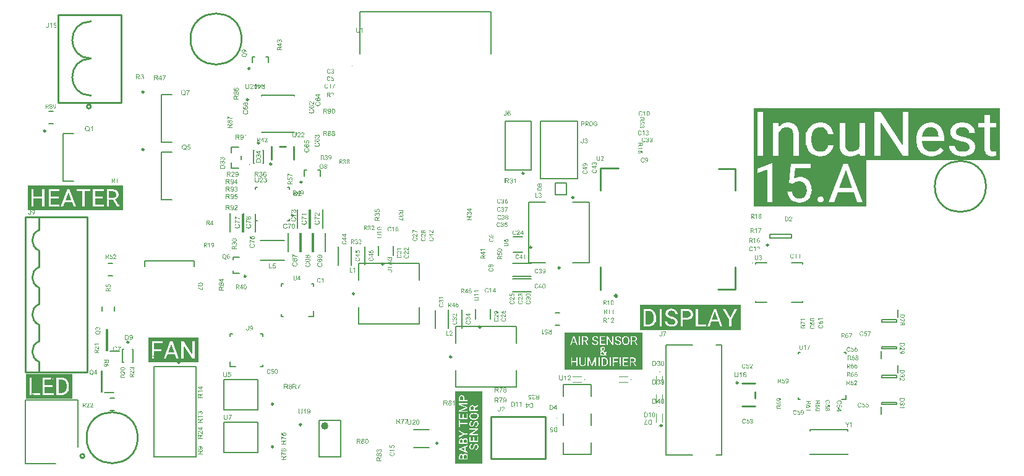
<source format=gto>
G04*
G04 #@! TF.GenerationSoftware,Altium Limited,Altium Designer,21.9.1 (22)*
G04*
G04 Layer_Color=65535*
%FSLAX25Y25*%
%MOIN*%
G70*
G04*
G04 #@! TF.SameCoordinates,0117AAAF-D9DE-4E7C-9EE2-768E1E6B8B60*
G04*
G04*
G04 #@! TF.FilePolarity,Positive*
G04*
G01*
G75*
%ADD10C,0.00984*%
%ADD11C,0.00394*%
%ADD12C,0.01000*%
%ADD13C,0.01968*%
%ADD14C,0.00787*%
%ADD15C,0.00591*%
G36*
X333000Y-178606D02*
Y-184336D01*
Y-192000D01*
X291000D01*
Y-184336D01*
D01*
Y-178606D01*
Y-171809D01*
X333000D01*
Y-178606D01*
D02*
G37*
G36*
X246500Y-242500D02*
X238763D01*
Y-242500D01*
X232091D01*
Y-203500D01*
X238763D01*
Y-203500D01*
X246500D01*
Y-242500D01*
D02*
G37*
G36*
X25772Y-207500D02*
X500D01*
Y-194169D01*
X25772D01*
Y-207500D01*
D02*
G37*
G36*
X52943Y-106000D02*
X5131D01*
X5134Y-106003D01*
X5138Y-106011D01*
X5150Y-106026D01*
X5165Y-106049D01*
X5181Y-106077D01*
X5196Y-106112D01*
X5216Y-106150D01*
X5239Y-106197D01*
X5258Y-106247D01*
X5278Y-106306D01*
X5293Y-106364D01*
X5309Y-106433D01*
X5325Y-106503D01*
X5336Y-106581D01*
X5340Y-106666D01*
X5344Y-106752D01*
Y-106845D01*
Y-106849D01*
Y-106853D01*
Y-106876D01*
Y-106915D01*
X5340Y-106961D01*
X5336Y-107023D01*
X5328Y-107089D01*
X5321Y-107167D01*
X5309Y-107248D01*
X5293Y-107334D01*
X5274Y-107419D01*
X5251Y-107508D01*
X5224Y-107594D01*
X5189Y-107679D01*
X5150Y-107761D01*
X5107Y-107834D01*
X5057Y-107900D01*
X5053Y-107904D01*
X5045Y-107916D01*
X5026Y-107931D01*
X5002Y-107951D01*
X4971Y-107978D01*
X4936Y-108005D01*
X4890Y-108036D01*
X4840Y-108067D01*
X4785Y-108098D01*
X4719Y-108129D01*
X4649Y-108160D01*
X4572Y-108183D01*
X4486Y-108207D01*
X4393Y-108226D01*
X4296Y-108238D01*
X4191Y-108242D01*
X4133D01*
Y-107974D01*
X4238D01*
X4265Y-107970D01*
X4296Y-107966D01*
X4335Y-107962D01*
X4374Y-107955D01*
X4420Y-107947D01*
X4517Y-107923D01*
X4614Y-107888D01*
X4665Y-107865D01*
X4711Y-107842D01*
X4754Y-107811D01*
X4797Y-107776D01*
X4801Y-107772D01*
X4804Y-107768D01*
X4816Y-107757D01*
X4832Y-107737D01*
X4847Y-107718D01*
X4863Y-107691D01*
X4882Y-107660D01*
X4905Y-107625D01*
X4925Y-107582D01*
X4944Y-107535D01*
X4964Y-107485D01*
X4983Y-107431D01*
X4998Y-107369D01*
X5010Y-107299D01*
X5022Y-107229D01*
X5026Y-107151D01*
X5022Y-107155D01*
X5010Y-107171D01*
X4987Y-107194D01*
X4960Y-107221D01*
X4925Y-107252D01*
X4886Y-107283D01*
X4840Y-107314D01*
X4789Y-107341D01*
X4781Y-107345D01*
X4766Y-107353D01*
X4739Y-107365D01*
X4700Y-107376D01*
X4657Y-107388D01*
X4607Y-107400D01*
X4549Y-107407D01*
X4490Y-107411D01*
X4455D01*
X4413Y-107407D01*
X4362Y-107400D01*
X4304Y-107384D01*
X4238Y-107369D01*
X4176Y-107341D01*
X4114Y-107307D01*
X4106Y-107303D01*
X4087Y-107287D01*
X4060Y-107264D01*
X4025Y-107229D01*
X3982Y-107190D01*
X3943Y-107140D01*
X3901Y-107078D01*
X3866Y-107012D01*
Y-107008D01*
X3862Y-107004D01*
X3858Y-106992D01*
X3854Y-106977D01*
X3838Y-106938D01*
X3823Y-106884D01*
X3807Y-106822D01*
X3792Y-106748D01*
X3784Y-106670D01*
X3780Y-106585D01*
Y-106581D01*
Y-106573D01*
Y-106562D01*
Y-106542D01*
X3784Y-106523D01*
Y-106496D01*
X3792Y-106437D01*
X3804Y-106368D01*
X3819Y-106290D01*
X3842Y-106216D01*
X3873Y-106139D01*
Y-106135D01*
X3877Y-106131D01*
X3893Y-106104D01*
X3912Y-106069D01*
X3943Y-106026D01*
X3963Y-106000D01*
X3342D01*
Y-107520D01*
Y-107524D01*
Y-107535D01*
Y-107555D01*
X3338Y-107578D01*
X3334Y-107609D01*
X3330Y-107644D01*
X3315Y-107722D01*
X3288Y-107815D01*
X3249Y-107908D01*
X3225Y-107951D01*
X3198Y-107997D01*
X3163Y-108040D01*
X3125Y-108079D01*
X3121Y-108082D01*
X3113Y-108086D01*
X3101Y-108098D01*
X3086Y-108110D01*
X3062Y-108125D01*
X3039Y-108141D01*
X3008Y-108160D01*
X2973Y-108176D01*
X2934Y-108195D01*
X2892Y-108214D01*
X2845Y-108230D01*
X2795Y-108246D01*
X2682Y-108269D01*
X2624Y-108273D01*
X2558Y-108276D01*
X2523D01*
X2496Y-108273D01*
X2465D01*
X2430Y-108265D01*
X2391Y-108261D01*
X2345Y-108253D01*
X2252Y-108230D01*
X2158Y-108199D01*
X2065Y-108152D01*
X2019Y-108121D01*
X1980Y-108090D01*
X1976Y-108086D01*
X1972Y-108082D01*
X1960Y-108071D01*
X1949Y-108055D01*
X1933Y-108036D01*
X1914Y-108013D01*
X1894Y-107985D01*
X1879Y-107951D01*
X1860Y-107916D01*
X1840Y-107877D01*
X1821Y-107834D01*
X1805Y-107784D01*
X1782Y-107679D01*
X1778Y-107621D01*
X1774Y-107559D01*
X2100D01*
Y-107563D01*
Y-107566D01*
Y-107578D01*
X2104Y-107594D01*
X2108Y-107632D01*
X2116Y-107679D01*
X2127Y-107733D01*
X2151Y-107788D01*
X2178Y-107842D01*
X2217Y-107892D01*
X2221Y-107896D01*
X2240Y-107912D01*
X2267Y-107927D01*
X2302Y-107951D01*
X2352Y-107970D01*
X2411Y-107989D01*
X2480Y-108005D01*
X2558Y-108009D01*
X2577D01*
X2593Y-108005D01*
X2628Y-108001D01*
X2674Y-107993D01*
X2725Y-107978D01*
X2779Y-107955D01*
X2833Y-107927D01*
X2884Y-107885D01*
X2888Y-107877D01*
X2903Y-107861D01*
X2923Y-107830D01*
X2946Y-107791D01*
X2969Y-107741D01*
X2989Y-107679D01*
X3004Y-107605D01*
X3012Y-107524D01*
Y-106000D01*
X1500D01*
Y-92669D01*
X52943D01*
Y-106000D01*
D02*
G37*
G36*
X93478Y-188000D02*
X66500D01*
Y-174669D01*
X93478D01*
Y-188000D01*
D02*
G37*
G36*
X386034Y-170631D02*
X331500D01*
Y-157038D01*
X386034D01*
Y-170631D01*
D02*
G37*
G36*
X525642Y-78833D02*
X453603D01*
Y-103792D01*
X392968D01*
Y-78667D01*
X393000D01*
Y-50801D01*
X525642D01*
Y-78833D01*
D02*
G37*
G36*
X197686Y-131185D02*
X197709Y-131205D01*
X197740Y-131232D01*
X197779Y-131271D01*
X197821Y-131321D01*
X197864Y-131383D01*
X197907Y-131453D01*
X197946Y-131534D01*
Y-131538D01*
X197950Y-131546D01*
X197953Y-131558D01*
X197961Y-131573D01*
X197965Y-131596D01*
X197973Y-131620D01*
X197981Y-131651D01*
X197988Y-131686D01*
X198008Y-131759D01*
X198019Y-131849D01*
X198031Y-131949D01*
X198035Y-132058D01*
Y-132089D01*
X198031Y-132109D01*
Y-132136D01*
X198027Y-132167D01*
X198015Y-132240D01*
X198000Y-132322D01*
X197977Y-132415D01*
X197942Y-132504D01*
X197895Y-132597D01*
Y-132601D01*
X197888Y-132609D01*
X197880Y-132621D01*
X197868Y-132636D01*
X197837Y-132679D01*
X197791Y-132733D01*
X197732Y-132791D01*
X197662Y-132850D01*
X197585Y-132908D01*
X197492Y-132962D01*
X197488D01*
X197480Y-132966D01*
X197465Y-132974D01*
X197445Y-132982D01*
X197418Y-132993D01*
X197391Y-133001D01*
X197356Y-133013D01*
X197317Y-133028D01*
X197274Y-133040D01*
X197228Y-133051D01*
X197123Y-133071D01*
X197007Y-133086D01*
X196879Y-133094D01*
X196661D01*
X196654D01*
X196638D01*
X196607D01*
X196568Y-133090D01*
X196522Y-133086D01*
X196467Y-133079D01*
X196409Y-133071D01*
X196343Y-133063D01*
X196204Y-133032D01*
X196130Y-133009D01*
X196060Y-132985D01*
X195986Y-132954D01*
X195920Y-132920D01*
X195854Y-132881D01*
X195792Y-132834D01*
X195788Y-132830D01*
X195781Y-132823D01*
X195765Y-132807D01*
X195742Y-132784D01*
X195719Y-132757D01*
X195695Y-132726D01*
X195664Y-132687D01*
X195637Y-132644D01*
X195610Y-132594D01*
X195579Y-132539D01*
X195556Y-132477D01*
X195528Y-132411D01*
X195509Y-132341D01*
X195493Y-132264D01*
X195486Y-132182D01*
X195482Y-132097D01*
Y-132058D01*
X195486Y-132031D01*
X195490Y-132000D01*
X195493Y-131961D01*
X195497Y-131919D01*
X195505Y-131872D01*
X195532Y-131775D01*
X195567Y-131670D01*
X195590Y-131616D01*
X195618Y-131565D01*
X195649Y-131519D01*
X195684Y-131472D01*
X195687Y-131468D01*
X195691Y-131461D01*
X195703Y-131449D01*
X195719Y-131433D01*
X195742Y-131414D01*
X195765Y-131395D01*
X195796Y-131371D01*
X195827Y-131344D01*
X195866Y-131321D01*
X195909Y-131294D01*
X195955Y-131271D01*
X196006Y-131247D01*
X196060Y-131228D01*
X196118Y-131208D01*
X196180Y-131193D01*
X196246Y-131181D01*
Y-131507D01*
X196242D01*
X196223Y-131511D01*
X196200Y-131519D01*
X196169Y-131530D01*
X196130Y-131542D01*
X196087Y-131562D01*
X196045Y-131585D01*
X195998Y-131616D01*
X195951Y-131651D01*
X195905Y-131690D01*
X195866Y-131740D01*
X195827Y-131794D01*
X195796Y-131856D01*
X195769Y-131926D01*
X195754Y-132004D01*
X195750Y-132093D01*
Y-132124D01*
X195754Y-132147D01*
X195757Y-132175D01*
X195761Y-132206D01*
X195777Y-132279D01*
X195808Y-132361D01*
X195823Y-132404D01*
X195847Y-132442D01*
X195874Y-132485D01*
X195905Y-132524D01*
X195940Y-132559D01*
X195982Y-132594D01*
X195986D01*
X195994Y-132601D01*
X196006Y-132609D01*
X196025Y-132621D01*
X196048Y-132632D01*
X196079Y-132648D01*
X196114Y-132663D01*
X196153Y-132679D01*
X196200Y-132694D01*
X196250Y-132710D01*
X196304Y-132726D01*
X196363Y-132737D01*
X196429Y-132749D01*
X196498Y-132757D01*
X196572Y-132760D01*
X196654Y-132764D01*
X196855D01*
X196859D01*
X196875D01*
X196894D01*
X196925Y-132760D01*
X196960Y-132757D01*
X197003Y-132753D01*
X197046Y-132749D01*
X197096Y-132741D01*
X197201Y-132718D01*
X197313Y-132683D01*
X197368Y-132663D01*
X197422Y-132636D01*
X197472Y-132609D01*
X197523Y-132574D01*
X197527Y-132570D01*
X197534Y-132566D01*
X197546Y-132555D01*
X197562Y-132539D01*
X197581Y-132520D01*
X197600Y-132497D01*
X197624Y-132469D01*
X197643Y-132438D01*
X197690Y-132365D01*
X197728Y-132275D01*
X197744Y-132225D01*
X197756Y-132175D01*
X197763Y-132116D01*
X197767Y-132058D01*
Y-132027D01*
X197763Y-131992D01*
Y-131949D01*
X197759Y-131899D01*
X197752Y-131845D01*
X197740Y-131790D01*
X197728Y-131736D01*
X197724Y-131728D01*
X197721Y-131713D01*
X197709Y-131686D01*
X197694Y-131655D01*
X197674Y-131620D01*
X197651Y-131581D01*
X197624Y-131542D01*
X197589Y-131507D01*
X197030D01*
Y-132081D01*
X196762D01*
Y-131181D01*
X197678D01*
X197686Y-131185D01*
D02*
G37*
G36*
X198000Y-133684D02*
X197352Y-133921D01*
Y-134960D01*
X198000Y-135193D01*
Y-135531D01*
X195517Y-134584D01*
Y-134297D01*
X198000Y-133346D01*
Y-133684D01*
D02*
G37*
G36*
X195784Y-136458D02*
X198000D01*
Y-136784D01*
X195784D01*
Y-137579D01*
X195517D01*
Y-135659D01*
X195784D01*
Y-136458D01*
D02*
G37*
G36*
X197336Y-137936D02*
X197368Y-137940D01*
X197403Y-137944D01*
X197480Y-137960D01*
X197573Y-137987D01*
X197666Y-138026D01*
X197709Y-138049D01*
X197756Y-138076D01*
X197798Y-138111D01*
X197837Y-138150D01*
X197841Y-138154D01*
X197845Y-138161D01*
X197856Y-138173D01*
X197868Y-138189D01*
X197884Y-138212D01*
X197899Y-138235D01*
X197918Y-138266D01*
X197934Y-138301D01*
X197953Y-138340D01*
X197973Y-138383D01*
X197988Y-138429D01*
X198004Y-138480D01*
X198027Y-138592D01*
X198031Y-138650D01*
X198035Y-138716D01*
Y-138751D01*
X198031Y-138778D01*
Y-138809D01*
X198023Y-138844D01*
X198019Y-138883D01*
X198012Y-138930D01*
X197988Y-139023D01*
X197957Y-139116D01*
X197911Y-139209D01*
X197880Y-139256D01*
X197849Y-139294D01*
X197845Y-139298D01*
X197841Y-139302D01*
X197829Y-139314D01*
X197814Y-139325D01*
X197794Y-139341D01*
X197771Y-139360D01*
X197744Y-139380D01*
X197709Y-139395D01*
X197674Y-139415D01*
X197635Y-139434D01*
X197593Y-139453D01*
X197542Y-139469D01*
X197437Y-139492D01*
X197379Y-139496D01*
X197317Y-139500D01*
Y-139174D01*
X197321D01*
X197325D01*
X197336D01*
X197352Y-139170D01*
X197391Y-139166D01*
X197437Y-139159D01*
X197492Y-139147D01*
X197546Y-139124D01*
X197600Y-139096D01*
X197651Y-139058D01*
X197655Y-139054D01*
X197670Y-139034D01*
X197686Y-139007D01*
X197709Y-138972D01*
X197728Y-138922D01*
X197748Y-138864D01*
X197763Y-138794D01*
X197767Y-138716D01*
Y-138697D01*
X197763Y-138681D01*
X197759Y-138646D01*
X197752Y-138600D01*
X197736Y-138549D01*
X197713Y-138495D01*
X197686Y-138441D01*
X197643Y-138390D01*
X197635Y-138386D01*
X197620Y-138371D01*
X197589Y-138352D01*
X197550Y-138328D01*
X197500Y-138305D01*
X197437Y-138286D01*
X197364Y-138270D01*
X197282Y-138262D01*
X195517D01*
Y-137933D01*
X197278D01*
X197282D01*
X197294D01*
X197313D01*
X197336Y-137936D01*
D02*
G37*
G36*
X307737Y-57986D02*
X307768Y-57990D01*
X307807Y-57994D01*
X307849Y-57997D01*
X307896Y-58005D01*
X307993Y-58032D01*
X308098Y-58067D01*
X308152Y-58091D01*
X308202Y-58118D01*
X308249Y-58149D01*
X308295Y-58184D01*
X308299Y-58188D01*
X308307Y-58191D01*
X308319Y-58203D01*
X308334Y-58219D01*
X308354Y-58242D01*
X308373Y-58265D01*
X308396Y-58296D01*
X308423Y-58327D01*
X308447Y-58366D01*
X308474Y-58409D01*
X308497Y-58455D01*
X308521Y-58506D01*
X308540Y-58560D01*
X308559Y-58618D01*
X308575Y-58680D01*
X308586Y-58746D01*
X308260D01*
Y-58742D01*
X308257Y-58723D01*
X308249Y-58700D01*
X308237Y-58669D01*
X308226Y-58630D01*
X308206Y-58587D01*
X308183Y-58544D01*
X308152Y-58498D01*
X308117Y-58451D01*
X308078Y-58405D01*
X308028Y-58366D01*
X307973Y-58327D01*
X307911Y-58296D01*
X307841Y-58269D01*
X307764Y-58254D01*
X307675Y-58250D01*
X307644D01*
X307620Y-58254D01*
X307593Y-58257D01*
X307562Y-58261D01*
X307488Y-58277D01*
X307407Y-58308D01*
X307364Y-58323D01*
X307325Y-58347D01*
X307283Y-58374D01*
X307244Y-58405D01*
X307209Y-58440D01*
X307174Y-58482D01*
Y-58486D01*
X307166Y-58494D01*
X307159Y-58506D01*
X307147Y-58525D01*
X307135Y-58548D01*
X307120Y-58579D01*
X307104Y-58614D01*
X307089Y-58653D01*
X307073Y-58700D01*
X307058Y-58750D01*
X307042Y-58804D01*
X307031Y-58863D01*
X307019Y-58929D01*
X307011Y-58998D01*
X307007Y-59072D01*
X307003Y-59154D01*
Y-59355D01*
Y-59359D01*
Y-59375D01*
Y-59394D01*
X307007Y-59425D01*
X307011Y-59460D01*
X307015Y-59503D01*
X307019Y-59545D01*
X307027Y-59596D01*
X307050Y-59701D01*
X307085Y-59813D01*
X307104Y-59868D01*
X307131Y-59922D01*
X307159Y-59972D01*
X307193Y-60023D01*
X307197Y-60027D01*
X307201Y-60034D01*
X307213Y-60046D01*
X307228Y-60062D01*
X307248Y-60081D01*
X307271Y-60100D01*
X307298Y-60124D01*
X307329Y-60143D01*
X307403Y-60190D01*
X307492Y-60228D01*
X307543Y-60244D01*
X307593Y-60256D01*
X307651Y-60263D01*
X307710Y-60267D01*
X307741D01*
X307775Y-60263D01*
X307818D01*
X307869Y-60259D01*
X307923Y-60252D01*
X307977Y-60240D01*
X308032Y-60228D01*
X308039Y-60224D01*
X308055Y-60221D01*
X308082Y-60209D01*
X308113Y-60194D01*
X308148Y-60174D01*
X308187Y-60151D01*
X308226Y-60124D01*
X308260Y-60089D01*
Y-59530D01*
X307686D01*
Y-59262D01*
X308586D01*
Y-60178D01*
X308583Y-60186D01*
X308563Y-60209D01*
X308536Y-60240D01*
X308497Y-60279D01*
X308447Y-60321D01*
X308385Y-60364D01*
X308315Y-60407D01*
X308233Y-60446D01*
X308229D01*
X308222Y-60450D01*
X308210Y-60453D01*
X308195Y-60461D01*
X308171Y-60465D01*
X308148Y-60473D01*
X308117Y-60481D01*
X308082Y-60488D01*
X308008Y-60508D01*
X307919Y-60519D01*
X307818Y-60531D01*
X307710Y-60535D01*
X307679D01*
X307659Y-60531D01*
X307632D01*
X307601Y-60527D01*
X307527Y-60515D01*
X307446Y-60500D01*
X307353Y-60477D01*
X307263Y-60442D01*
X307170Y-60395D01*
X307166D01*
X307159Y-60387D01*
X307147Y-60380D01*
X307131Y-60368D01*
X307089Y-60337D01*
X307034Y-60290D01*
X306976Y-60232D01*
X306918Y-60162D01*
X306860Y-60085D01*
X306805Y-59992D01*
Y-59988D01*
X306802Y-59980D01*
X306794Y-59965D01*
X306786Y-59945D01*
X306774Y-59918D01*
X306767Y-59891D01*
X306755Y-59856D01*
X306740Y-59817D01*
X306728Y-59774D01*
X306716Y-59728D01*
X306697Y-59623D01*
X306681Y-59507D01*
X306674Y-59379D01*
Y-59161D01*
Y-59154D01*
Y-59138D01*
Y-59107D01*
X306678Y-59068D01*
X306681Y-59022D01*
X306689Y-58967D01*
X306697Y-58909D01*
X306705Y-58843D01*
X306736Y-58704D01*
X306759Y-58630D01*
X306782Y-58560D01*
X306813Y-58486D01*
X306848Y-58420D01*
X306887Y-58354D01*
X306934Y-58292D01*
X306937Y-58288D01*
X306945Y-58281D01*
X306961Y-58265D01*
X306984Y-58242D01*
X307011Y-58219D01*
X307042Y-58195D01*
X307081Y-58164D01*
X307124Y-58137D01*
X307174Y-58110D01*
X307228Y-58079D01*
X307291Y-58056D01*
X307357Y-58028D01*
X307426Y-58009D01*
X307504Y-57994D01*
X307585Y-57986D01*
X307671Y-57982D01*
X307710D01*
X307737Y-57986D01*
D02*
G37*
G36*
X303092Y-58021D02*
X303127D01*
X303166Y-58028D01*
X303213Y-58032D01*
X303259Y-58040D01*
X303364Y-58063D01*
X303473Y-58098D01*
X303523Y-58122D01*
X303573Y-58145D01*
X303624Y-58176D01*
X303667Y-58211D01*
X303671Y-58215D01*
X303678Y-58219D01*
X303686Y-58230D01*
X303701Y-58246D01*
X303721Y-58265D01*
X303740Y-58288D01*
X303760Y-58319D01*
X303783Y-58350D01*
X303802Y-58389D01*
X303822Y-58428D01*
X303841Y-58475D01*
X303861Y-58525D01*
X303876Y-58579D01*
X303884Y-58638D01*
X303892Y-58700D01*
X303895Y-58766D01*
Y-58770D01*
Y-58777D01*
Y-58789D01*
Y-58804D01*
X303888Y-58847D01*
X303880Y-58905D01*
X303865Y-58967D01*
X303841Y-59037D01*
X303810Y-59107D01*
X303767Y-59173D01*
X303764Y-59181D01*
X303744Y-59200D01*
X303717Y-59231D01*
X303678Y-59270D01*
X303628Y-59309D01*
X303570Y-59351D01*
X303500Y-59390D01*
X303418Y-59425D01*
X304004Y-60481D01*
Y-60500D01*
X303651D01*
X303112Y-59495D01*
X302530D01*
Y-60500D01*
X302200D01*
Y-58017D01*
X303061D01*
X303092Y-58021D01*
D02*
G37*
G36*
X300982D02*
X301017Y-58025D01*
X301055Y-58028D01*
X301102Y-58032D01*
X301149Y-58044D01*
X301249Y-58067D01*
X301358Y-58106D01*
X301408Y-58129D01*
X301459Y-58157D01*
X301505Y-58188D01*
X301552Y-58226D01*
X301556Y-58230D01*
X301564Y-58234D01*
X301575Y-58250D01*
X301587Y-58265D01*
X301606Y-58284D01*
X301626Y-58312D01*
X301645Y-58339D01*
X301668Y-58374D01*
X301692Y-58413D01*
X301711Y-58451D01*
X301750Y-58548D01*
X301762Y-58599D01*
X301773Y-58657D01*
X301781Y-58715D01*
X301785Y-58777D01*
Y-58781D01*
Y-58793D01*
Y-58812D01*
X301781Y-58836D01*
X301777Y-58867D01*
X301773Y-58901D01*
X301758Y-58983D01*
X301730Y-59072D01*
X301711Y-59119D01*
X301692Y-59165D01*
X301664Y-59208D01*
X301634Y-59251D01*
X301599Y-59293D01*
X301560Y-59332D01*
X301556Y-59336D01*
X301548Y-59340D01*
X301536Y-59351D01*
X301517Y-59363D01*
X301494Y-59379D01*
X301467Y-59394D01*
X301432Y-59410D01*
X301393Y-59429D01*
X301350Y-59448D01*
X301304Y-59464D01*
X301249Y-59480D01*
X301191Y-59495D01*
X301129Y-59507D01*
X301063Y-59518D01*
X300989Y-59522D01*
X300912Y-59526D01*
X300326D01*
Y-60500D01*
X300000D01*
Y-58017D01*
X300955D01*
X300982Y-58021D01*
D02*
G37*
G36*
X305312Y-57986D02*
X305339D01*
X305370Y-57990D01*
X305440Y-58001D01*
X305521Y-58017D01*
X305610Y-58044D01*
X305700Y-58079D01*
X305789Y-58129D01*
X305793D01*
X305801Y-58137D01*
X305812Y-58145D01*
X305828Y-58157D01*
X305867Y-58188D01*
X305917Y-58234D01*
X305975Y-58296D01*
X306033Y-58366D01*
X306088Y-58451D01*
X306138Y-58548D01*
Y-58552D01*
X306142Y-58560D01*
X306150Y-58575D01*
X306158Y-58595D01*
X306165Y-58622D01*
X306177Y-58653D01*
X306189Y-58688D01*
X306200Y-58731D01*
X306212Y-58773D01*
X306224Y-58824D01*
X306243Y-58933D01*
X306258Y-59053D01*
X306262Y-59185D01*
Y-59340D01*
Y-59344D01*
Y-59355D01*
Y-59375D01*
Y-59402D01*
X306258Y-59433D01*
X306255Y-59468D01*
X306251Y-59511D01*
X306247Y-59557D01*
X306231Y-59658D01*
X306212Y-59763D01*
X306181Y-59871D01*
X306138Y-59980D01*
Y-59984D01*
X306134Y-59992D01*
X306126Y-60007D01*
X306115Y-60023D01*
X306103Y-60046D01*
X306088Y-60073D01*
X306049Y-60135D01*
X306002Y-60201D01*
X305940Y-60271D01*
X305874Y-60337D01*
X305793Y-60395D01*
X305789D01*
X305781Y-60403D01*
X305770Y-60407D01*
X305754Y-60418D01*
X305731Y-60426D01*
X305708Y-60438D01*
X305676Y-60453D01*
X305642Y-60465D01*
X305564Y-60492D01*
X305475Y-60512D01*
X305374Y-60527D01*
X305265Y-60535D01*
X305238D01*
X305215Y-60531D01*
X305191D01*
X305160Y-60527D01*
X305091Y-60515D01*
X305009Y-60500D01*
X304924Y-60473D01*
X304835Y-60438D01*
X304745Y-60391D01*
X304741D01*
X304734Y-60384D01*
X304722Y-60376D01*
X304706Y-60364D01*
X304668Y-60333D01*
X304617Y-60287D01*
X304559Y-60228D01*
X304501Y-60159D01*
X304443Y-60073D01*
X304392Y-59980D01*
Y-59976D01*
X304388Y-59968D01*
X304380Y-59953D01*
X304373Y-59934D01*
X304365Y-59906D01*
X304353Y-59875D01*
X304342Y-59840D01*
X304330Y-59802D01*
X304318Y-59759D01*
X304307Y-59712D01*
X304287Y-59608D01*
X304272Y-59491D01*
X304264Y-59363D01*
Y-59185D01*
Y-59181D01*
Y-59169D01*
Y-59150D01*
X304268Y-59123D01*
Y-59092D01*
X304272Y-59057D01*
X304276Y-59014D01*
X304280Y-58971D01*
X304295Y-58870D01*
X304318Y-58766D01*
X304346Y-58657D01*
X304388Y-58552D01*
Y-58548D01*
X304396Y-58541D01*
X304400Y-58525D01*
X304412Y-58506D01*
X304423Y-58482D01*
X304443Y-58455D01*
X304481Y-58397D01*
X304532Y-58327D01*
X304590Y-58257D01*
X304660Y-58191D01*
X304741Y-58129D01*
X304745D01*
X304753Y-58122D01*
X304765Y-58114D01*
X304780Y-58106D01*
X304803Y-58094D01*
X304831Y-58083D01*
X304858Y-58071D01*
X304893Y-58056D01*
X304970Y-58028D01*
X305056Y-58005D01*
X305156Y-57990D01*
X305261Y-57982D01*
X305292D01*
X305312Y-57986D01*
D02*
G37*
G36*
X420747Y-164785D02*
X418644D01*
X418877Y-165421D01*
X418590D01*
X418253Y-164517D01*
Y-164466D01*
X420747D01*
Y-164785D01*
D02*
G37*
G36*
Y-166887D02*
Y-167217D01*
X418524Y-166193D01*
Y-167539D01*
X418264D01*
Y-165859D01*
X418443D01*
X420747Y-166887D01*
D02*
G37*
G36*
Y-168082D02*
X419742Y-168622D01*
Y-169204D01*
X420747D01*
Y-169534D01*
X418264D01*
Y-168672D01*
X418268Y-168641D01*
Y-168606D01*
X418276Y-168568D01*
X418280Y-168521D01*
X418288Y-168474D01*
X418311Y-168370D01*
X418346Y-168261D01*
X418369Y-168210D01*
X418392Y-168160D01*
X418423Y-168110D01*
X418458Y-168067D01*
X418462Y-168063D01*
X418466Y-168055D01*
X418478Y-168048D01*
X418493Y-168032D01*
X418512Y-168013D01*
X418536Y-167993D01*
X418567Y-167974D01*
X418598Y-167951D01*
X418637Y-167931D01*
X418676Y-167912D01*
X418722Y-167892D01*
X418773Y-167873D01*
X418827Y-167858D01*
X418885Y-167850D01*
X418947Y-167842D01*
X419013Y-167838D01*
X419017D01*
X419025D01*
X419036D01*
X419052D01*
X419095Y-167846D01*
X419153Y-167854D01*
X419215Y-167869D01*
X419285Y-167892D01*
X419354Y-167923D01*
X419420Y-167966D01*
X419428Y-167970D01*
X419448Y-167989D01*
X419479Y-168017D01*
X419518Y-168055D01*
X419556Y-168106D01*
X419599Y-168164D01*
X419638Y-168234D01*
X419673Y-168315D01*
X420728Y-167729D01*
X420747D01*
Y-168082D01*
D02*
G37*
G36*
X445817Y-172419D02*
X444789Y-174724D01*
X444459D01*
X445483Y-172501D01*
X444137D01*
Y-172241D01*
X445817D01*
Y-172419D01*
D02*
G37*
G36*
X441076Y-172245D02*
X441110D01*
X441149Y-172253D01*
X441196Y-172257D01*
X441242Y-172264D01*
X441347Y-172287D01*
X441456Y-172322D01*
X441506Y-172346D01*
X441557Y-172369D01*
X441607Y-172400D01*
X441650Y-172435D01*
X441654Y-172439D01*
X441661Y-172443D01*
X441669Y-172454D01*
X441685Y-172470D01*
X441704Y-172489D01*
X441723Y-172512D01*
X441743Y-172544D01*
X441766Y-172575D01*
X441786Y-172613D01*
X441805Y-172652D01*
X441824Y-172699D01*
X441844Y-172749D01*
X441859Y-172803D01*
X441867Y-172862D01*
X441875Y-172924D01*
X441879Y-172990D01*
Y-172994D01*
Y-173001D01*
Y-173013D01*
Y-173029D01*
X441871Y-173071D01*
X441863Y-173129D01*
X441848Y-173191D01*
X441824Y-173261D01*
X441793Y-173331D01*
X441751Y-173397D01*
X441747Y-173405D01*
X441727Y-173424D01*
X441700Y-173455D01*
X441661Y-173494D01*
X441611Y-173533D01*
X441553Y-173576D01*
X441483Y-173615D01*
X441401Y-173649D01*
X441987Y-174705D01*
Y-174724D01*
X441634D01*
X441095Y-173719D01*
X440513D01*
Y-174724D01*
X440183D01*
Y-172241D01*
X441045D01*
X441076Y-172245D01*
D02*
G37*
G36*
X443493Y-172509D02*
X443419D01*
X443400Y-172512D01*
X443372D01*
X443341Y-172516D01*
X443306Y-172524D01*
X443268Y-172528D01*
X443221Y-172540D01*
X443128Y-172567D01*
X443031Y-172606D01*
X442981Y-172629D01*
X442934Y-172660D01*
X442887Y-172691D01*
X442845Y-172730D01*
X442841Y-172734D01*
X442837Y-172741D01*
X442825Y-172753D01*
X442810Y-172769D01*
X442794Y-172792D01*
X442775Y-172819D01*
X442756Y-172850D01*
X442732Y-172885D01*
X442709Y-172924D01*
X442690Y-172967D01*
X442666Y-173017D01*
X442647Y-173071D01*
X442631Y-173126D01*
X442616Y-173188D01*
X442604Y-173254D01*
X442596Y-173324D01*
X442600Y-173320D01*
X442604Y-173312D01*
X442616Y-173304D01*
X442631Y-173289D01*
X442651Y-173273D01*
X442674Y-173254D01*
X442705Y-173230D01*
X442736Y-173211D01*
X442771Y-173191D01*
X442814Y-173168D01*
X442903Y-173133D01*
X442957Y-173118D01*
X443012Y-173106D01*
X443070Y-173102D01*
X443132Y-173098D01*
X443163D01*
X443186Y-173102D01*
X443213Y-173106D01*
X443244Y-173110D01*
X443318Y-173126D01*
X443400Y-173153D01*
X443442Y-173172D01*
X443485Y-173195D01*
X443528Y-173223D01*
X443570Y-173250D01*
X443609Y-173289D01*
X443648Y-173327D01*
X443652Y-173331D01*
X443656Y-173339D01*
X443667Y-173351D01*
X443679Y-173370D01*
X443694Y-173389D01*
X443710Y-173421D01*
X443726Y-173451D01*
X443745Y-173486D01*
X443764Y-173529D01*
X443780Y-173572D01*
X443795Y-173622D01*
X443811Y-173673D01*
X443834Y-173789D01*
X443838Y-173851D01*
X443842Y-173917D01*
Y-173921D01*
Y-173933D01*
Y-173952D01*
X443838Y-173979D01*
X443834Y-174014D01*
X443830Y-174049D01*
X443826Y-174092D01*
X443815Y-174138D01*
X443791Y-174235D01*
X443753Y-174336D01*
X443729Y-174387D01*
X443702Y-174437D01*
X443671Y-174484D01*
X443632Y-174530D01*
X443629Y-174534D01*
X443625Y-174542D01*
X443609Y-174549D01*
X443594Y-174565D01*
X443574Y-174584D01*
X443547Y-174604D01*
X443520Y-174623D01*
X443485Y-174643D01*
X443446Y-174666D01*
X443403Y-174685D01*
X443357Y-174705D01*
X443310Y-174724D01*
X443256Y-174740D01*
X443198Y-174747D01*
X443136Y-174755D01*
X443074Y-174759D01*
X443039D01*
X443015Y-174755D01*
X442984Y-174751D01*
X442950Y-174743D01*
X442911Y-174736D01*
X442868Y-174724D01*
X442822Y-174713D01*
X442775Y-174693D01*
X442728Y-174670D01*
X442678Y-174643D01*
X442631Y-174612D01*
X442585Y-174577D01*
X442538Y-174534D01*
X442496Y-174487D01*
X442492Y-174484D01*
X442488Y-174476D01*
X442476Y-174460D01*
X442461Y-174437D01*
X442445Y-174410D01*
X442426Y-174379D01*
X442406Y-174340D01*
X442387Y-174297D01*
X442364Y-174247D01*
X442344Y-174193D01*
X442325Y-174134D01*
X442309Y-174072D01*
X442294Y-174006D01*
X442282Y-173936D01*
X442278Y-173859D01*
X442274Y-173781D01*
Y-173661D01*
Y-173657D01*
Y-173653D01*
Y-173630D01*
X442278Y-173595D01*
Y-173548D01*
X442282Y-173490D01*
X442290Y-173424D01*
X442298Y-173351D01*
X442309Y-173273D01*
X442325Y-173188D01*
X442344Y-173102D01*
X442368Y-173017D01*
X442399Y-172928D01*
X442430Y-172842D01*
X442468Y-172761D01*
X442515Y-172683D01*
X442565Y-172613D01*
X442569Y-172609D01*
X442581Y-172598D01*
X442596Y-172579D01*
X442620Y-172555D01*
X442651Y-172528D01*
X442690Y-172497D01*
X442732Y-172466D01*
X442783Y-172431D01*
X442841Y-172396D01*
X442907Y-172365D01*
X442977Y-172334D01*
X443054Y-172303D01*
X443140Y-172280D01*
X443233Y-172260D01*
X443330Y-172249D01*
X443435Y-172241D01*
X443493D01*
Y-172509D01*
D02*
G37*
G36*
X337846Y-221483D02*
X337117D01*
X337094Y-221479D01*
X337067D01*
X337032Y-221475D01*
X336993Y-221472D01*
X336954Y-221464D01*
X336865Y-221448D01*
X336768Y-221421D01*
X336671Y-221386D01*
X336574Y-221340D01*
X336570D01*
X336562Y-221332D01*
X336550Y-221324D01*
X336531Y-221312D01*
X336489Y-221281D01*
X336434Y-221235D01*
X336372Y-221177D01*
X336306Y-221107D01*
X336244Y-221022D01*
X336190Y-220928D01*
Y-220924D01*
X336182Y-220917D01*
X336178Y-220901D01*
X336166Y-220882D01*
X336159Y-220859D01*
X336147Y-220828D01*
X336135Y-220793D01*
X336120Y-220754D01*
X336108Y-220711D01*
X336097Y-220665D01*
X336073Y-220564D01*
X336058Y-220447D01*
X336050Y-220323D01*
Y-220164D01*
Y-220160D01*
Y-220148D01*
Y-220129D01*
X336054Y-220106D01*
Y-220075D01*
X336058Y-220040D01*
X336062Y-220001D01*
X336066Y-219954D01*
X336085Y-219861D01*
X336108Y-219757D01*
X336139Y-219652D01*
X336186Y-219547D01*
Y-219543D01*
X336194Y-219535D01*
X336201Y-219524D01*
X336209Y-219504D01*
X336225Y-219481D01*
X336240Y-219458D01*
X336287Y-219396D01*
X336341Y-219334D01*
X336407Y-219264D01*
X336485Y-219198D01*
X336574Y-219140D01*
X336578D01*
X336585Y-219132D01*
X336601Y-219128D01*
X336616Y-219116D01*
X336644Y-219109D01*
X336671Y-219097D01*
X336706Y-219081D01*
X336741Y-219070D01*
X336783Y-219058D01*
X336826Y-219043D01*
X336927Y-219023D01*
X337039Y-219008D01*
X337160Y-219000D01*
X337846D01*
Y-221483D01*
D02*
G37*
G36*
X334370Y-221223D02*
X335716D01*
Y-221483D01*
X334036D01*
Y-221305D01*
X335065Y-219000D01*
X335394D01*
X334370Y-221223D01*
D02*
G37*
G36*
X337244Y-217500D02*
X336926D01*
Y-215397D01*
X336289Y-215630D01*
Y-215343D01*
X337193Y-215005D01*
X337244D01*
Y-217500D01*
D02*
G37*
G36*
X334753Y-215021D02*
X334780D01*
X334815Y-215025D01*
X334854Y-215028D01*
X334892Y-215036D01*
X334982Y-215052D01*
X335079Y-215079D01*
X335176Y-215114D01*
X335273Y-215160D01*
X335277D01*
X335284Y-215168D01*
X335296Y-215176D01*
X335315Y-215188D01*
X335358Y-215219D01*
X335412Y-215265D01*
X335474Y-215323D01*
X335540Y-215393D01*
X335602Y-215478D01*
X335657Y-215572D01*
Y-215576D01*
X335665Y-215583D01*
X335668Y-215599D01*
X335680Y-215618D01*
X335688Y-215641D01*
X335699Y-215672D01*
X335711Y-215707D01*
X335727Y-215746D01*
X335738Y-215789D01*
X335750Y-215835D01*
X335773Y-215936D01*
X335789Y-216053D01*
X335796Y-216177D01*
Y-216336D01*
Y-216340D01*
Y-216352D01*
Y-216371D01*
X335793Y-216394D01*
Y-216425D01*
X335789Y-216460D01*
X335785Y-216499D01*
X335781Y-216546D01*
X335761Y-216639D01*
X335738Y-216743D01*
X335707Y-216848D01*
X335661Y-216953D01*
Y-216957D01*
X335653Y-216965D01*
X335645Y-216976D01*
X335637Y-216996D01*
X335622Y-217019D01*
X335606Y-217042D01*
X335560Y-217104D01*
X335505Y-217166D01*
X335439Y-217236D01*
X335362Y-217302D01*
X335273Y-217360D01*
X335269D01*
X335261Y-217368D01*
X335245Y-217372D01*
X335230Y-217384D01*
X335203Y-217391D01*
X335176Y-217403D01*
X335141Y-217419D01*
X335106Y-217430D01*
X335063Y-217442D01*
X335020Y-217457D01*
X334920Y-217477D01*
X334807Y-217492D01*
X334687Y-217500D01*
X334000D01*
Y-215017D01*
X334729D01*
X334753Y-215021D01*
D02*
G37*
G36*
X339005Y-214986D02*
X339036Y-214990D01*
X339075Y-214997D01*
X339118Y-215005D01*
X339164Y-215013D01*
X339257Y-215044D01*
X339308Y-215067D01*
X339358Y-215090D01*
X339405Y-215122D01*
X339447Y-215157D01*
X339490Y-215195D01*
X339529Y-215242D01*
X339533Y-215246D01*
X339537Y-215253D01*
X339548Y-215269D01*
X339560Y-215288D01*
X339572Y-215316D01*
X339591Y-215351D01*
X339607Y-215389D01*
X339626Y-215436D01*
X339641Y-215490D01*
X339661Y-215548D01*
X339676Y-215614D01*
X339692Y-215684D01*
X339704Y-215762D01*
X339715Y-215847D01*
X339719Y-215936D01*
X339723Y-216033D01*
Y-216445D01*
Y-216452D01*
Y-216468D01*
Y-216499D01*
X339719Y-216534D01*
Y-216580D01*
X339711Y-216635D01*
X339707Y-216693D01*
X339700Y-216755D01*
X339676Y-216891D01*
X339641Y-217027D01*
X339622Y-217093D01*
X339595Y-217155D01*
X339568Y-217213D01*
X339533Y-217267D01*
X339529Y-217271D01*
X339525Y-217279D01*
X339513Y-217290D01*
X339498Y-217310D01*
X339479Y-217329D01*
X339451Y-217353D01*
X339420Y-217376D01*
X339389Y-217399D01*
X339351Y-217426D01*
X339304Y-217450D01*
X339257Y-217473D01*
X339203Y-217492D01*
X339145Y-217512D01*
X339083Y-217523D01*
X339017Y-217531D01*
X338943Y-217535D01*
X338904D01*
X338877Y-217531D01*
X338846Y-217527D01*
X338807Y-217519D01*
X338765Y-217512D01*
X338718Y-217504D01*
X338625Y-217473D01*
X338575Y-217450D01*
X338524Y-217426D01*
X338477Y-217395D01*
X338435Y-217360D01*
X338392Y-217321D01*
X338353Y-217275D01*
X338350Y-217271D01*
X338346Y-217263D01*
X338334Y-217248D01*
X338322Y-217225D01*
X338311Y-217197D01*
X338291Y-217162D01*
X338276Y-217124D01*
X338256Y-217077D01*
X338241Y-217027D01*
X338221Y-216968D01*
X338206Y-216902D01*
X338190Y-216833D01*
X338175Y-216755D01*
X338167Y-216670D01*
X338159Y-216580D01*
X338156Y-216487D01*
Y-216064D01*
Y-216057D01*
Y-216041D01*
Y-216014D01*
X338159Y-215975D01*
X338163Y-215929D01*
X338167Y-215878D01*
X338171Y-215820D01*
X338179Y-215758D01*
X338202Y-215626D01*
X338237Y-215490D01*
X338256Y-215424D01*
X338283Y-215362D01*
X338311Y-215304D01*
X338346Y-215250D01*
X338350Y-215246D01*
X338353Y-215238D01*
X338365Y-215226D01*
X338381Y-215207D01*
X338404Y-215188D01*
X338427Y-215164D01*
X338458Y-215141D01*
X338493Y-215114D01*
X338532Y-215090D01*
X338575Y-215067D01*
X338621Y-215044D01*
X338675Y-215025D01*
X338734Y-215005D01*
X338800Y-214994D01*
X338865Y-214986D01*
X338939Y-214982D01*
X338978D01*
X339005Y-214986D01*
D02*
G37*
G36*
X387620Y-188739D02*
X387655Y-188743D01*
X387694Y-188747D01*
X387736Y-188755D01*
X387783Y-188762D01*
X387884Y-188790D01*
X387934Y-188805D01*
X387989Y-188828D01*
X388039Y-188856D01*
X388093Y-188883D01*
X388140Y-188918D01*
X388187Y-188956D01*
X388190Y-188960D01*
X388198Y-188968D01*
X388210Y-188980D01*
X388225Y-188995D01*
X388245Y-189018D01*
X388264Y-189046D01*
X388287Y-189081D01*
X388311Y-189116D01*
X388338Y-189158D01*
X388361Y-189205D01*
X388384Y-189255D01*
X388408Y-189310D01*
X388427Y-189368D01*
X388442Y-189430D01*
X388458Y-189500D01*
X388466Y-189569D01*
X388140D01*
Y-189566D01*
X388136Y-189558D01*
Y-189542D01*
X388132Y-189519D01*
X388124Y-189496D01*
X388121Y-189469D01*
X388101Y-189403D01*
X388074Y-189333D01*
X388043Y-189263D01*
X388004Y-189193D01*
X387981Y-189166D01*
X387954Y-189139D01*
X387946Y-189131D01*
X387927Y-189116D01*
X387895Y-189096D01*
X387849Y-189069D01*
X387795Y-189046D01*
X387725Y-189022D01*
X387643Y-189007D01*
X387554Y-189003D01*
X387523D01*
X387504Y-189007D01*
X387476Y-189011D01*
X387445Y-189015D01*
X387375Y-189030D01*
X387294Y-189061D01*
X387255Y-189077D01*
X387213Y-189100D01*
X387174Y-189127D01*
X387135Y-189158D01*
X387096Y-189193D01*
X387061Y-189236D01*
Y-189240D01*
X387053Y-189248D01*
X387046Y-189259D01*
X387034Y-189278D01*
X387022Y-189302D01*
X387007Y-189333D01*
X386991Y-189368D01*
X386976Y-189407D01*
X386957Y-189449D01*
X386941Y-189500D01*
X386926Y-189554D01*
X386914Y-189612D01*
X386902Y-189678D01*
X386894Y-189748D01*
X386891Y-189822D01*
X386887Y-189899D01*
Y-190140D01*
Y-190144D01*
Y-190159D01*
Y-190179D01*
X386891Y-190206D01*
Y-190241D01*
X386894Y-190279D01*
X386902Y-190322D01*
X386906Y-190373D01*
X386929Y-190473D01*
X386957Y-190582D01*
X386999Y-190687D01*
X387022Y-190737D01*
X387053Y-190784D01*
X387057Y-190788D01*
X387061Y-190796D01*
X387073Y-190807D01*
X387085Y-190819D01*
X387123Y-190858D01*
X387178Y-190900D01*
X387244Y-190947D01*
X387325Y-190982D01*
X387372Y-190997D01*
X387418Y-191009D01*
X387473Y-191017D01*
X387527Y-191021D01*
X387554D01*
X387573Y-191017D01*
X387593D01*
X387620Y-191013D01*
X387682Y-191005D01*
X387748Y-190990D01*
X387818Y-190970D01*
X387884Y-190939D01*
X387942Y-190900D01*
X387950Y-190893D01*
X387965Y-190877D01*
X387993Y-190846D01*
X388023Y-190799D01*
X388054Y-190741D01*
X388070Y-190706D01*
X388089Y-190667D01*
X388101Y-190625D01*
X388117Y-190574D01*
X388128Y-190524D01*
X388140Y-190470D01*
X388466D01*
Y-190473D01*
X388462Y-190485D01*
Y-190508D01*
X388454Y-190536D01*
X388450Y-190567D01*
X388439Y-190605D01*
X388427Y-190648D01*
X388415Y-190691D01*
X388377Y-190788D01*
X388326Y-190889D01*
X388295Y-190939D01*
X388260Y-190986D01*
X388217Y-191032D01*
X388175Y-191075D01*
X388171Y-191079D01*
X388163Y-191083D01*
X388152Y-191094D01*
X388132Y-191110D01*
X388105Y-191125D01*
X388078Y-191141D01*
X388043Y-191160D01*
X388004Y-191180D01*
X387958Y-191203D01*
X387911Y-191222D01*
X387857Y-191238D01*
X387799Y-191253D01*
X387736Y-191269D01*
X387670Y-191281D01*
X387601Y-191284D01*
X387527Y-191288D01*
X387508D01*
X387484Y-191284D01*
X387453D01*
X387418Y-191277D01*
X387372Y-191273D01*
X387325Y-191261D01*
X387275Y-191250D01*
X387216Y-191234D01*
X387162Y-191211D01*
X387100Y-191187D01*
X387042Y-191156D01*
X386984Y-191121D01*
X386926Y-191079D01*
X386871Y-191028D01*
X386821Y-190974D01*
X386817Y-190970D01*
X386809Y-190958D01*
X386797Y-190943D01*
X386778Y-190916D01*
X386759Y-190885D01*
X386739Y-190846D01*
X386712Y-190803D01*
X386689Y-190749D01*
X386666Y-190695D01*
X386642Y-190629D01*
X386619Y-190559D01*
X386599Y-190485D01*
X386580Y-190404D01*
X386568Y-190318D01*
X386561Y-190225D01*
X386557Y-190128D01*
Y-189892D01*
Y-189888D01*
Y-189876D01*
Y-189857D01*
X386561Y-189833D01*
Y-189802D01*
X386565Y-189767D01*
X386568Y-189729D01*
X386572Y-189686D01*
X386588Y-189593D01*
X386611Y-189488D01*
X386638Y-189383D01*
X386681Y-189282D01*
Y-189278D01*
X386689Y-189271D01*
X386693Y-189255D01*
X386704Y-189240D01*
X386716Y-189216D01*
X386731Y-189193D01*
X386770Y-189131D01*
X386821Y-189069D01*
X386883Y-188999D01*
X386953Y-188937D01*
X387030Y-188879D01*
X387034D01*
X387042Y-188871D01*
X387053Y-188867D01*
X387069Y-188856D01*
X387092Y-188844D01*
X387116Y-188832D01*
X387147Y-188821D01*
X387181Y-188805D01*
X387255Y-188782D01*
X387345Y-188759D01*
X387445Y-188743D01*
X387554Y-188735D01*
X387593D01*
X387620Y-188739D01*
D02*
G37*
G36*
X390375Y-189061D02*
X389374D01*
X389296Y-189740D01*
X389300D01*
X389304Y-189736D01*
X389316Y-189729D01*
X389327Y-189725D01*
X389366Y-189705D01*
X389416Y-189686D01*
X389478Y-189666D01*
X389548Y-189647D01*
X389626Y-189635D01*
X389711Y-189632D01*
X389742D01*
X389766Y-189635D01*
X389797Y-189639D01*
X389828Y-189643D01*
X389905Y-189659D01*
X389991Y-189686D01*
X390033Y-189705D01*
X390080Y-189725D01*
X390123Y-189752D01*
X390165Y-189783D01*
X390208Y-189818D01*
X390247Y-189857D01*
X390251Y-189860D01*
X390254Y-189868D01*
X390266Y-189880D01*
X390278Y-189899D01*
X390293Y-189919D01*
X390309Y-189950D01*
X390328Y-189981D01*
X390348Y-190016D01*
X390367Y-190058D01*
X390386Y-190105D01*
X390402Y-190155D01*
X390418Y-190210D01*
X390429Y-190268D01*
X390441Y-190330D01*
X390445Y-190396D01*
X390448Y-190466D01*
Y-190470D01*
Y-190481D01*
Y-190501D01*
X390445Y-190528D01*
X390441Y-190563D01*
X390437Y-190598D01*
X390433Y-190640D01*
X390421Y-190687D01*
X390398Y-190784D01*
X390359Y-190885D01*
X390336Y-190931D01*
X390309Y-190982D01*
X390278Y-191028D01*
X390239Y-191071D01*
X390235Y-191075D01*
X390231Y-191079D01*
X390220Y-191091D01*
X390200Y-191106D01*
X390181Y-191121D01*
X390154Y-191141D01*
X390126Y-191160D01*
X390091Y-191180D01*
X390053Y-191199D01*
X390010Y-191218D01*
X389960Y-191238D01*
X389909Y-191253D01*
X389855Y-191269D01*
X389797Y-191281D01*
X389731Y-191284D01*
X389665Y-191288D01*
X389634D01*
X389610Y-191284D01*
X389583D01*
X389548Y-191277D01*
X389475Y-191265D01*
X389389Y-191242D01*
X389300Y-191211D01*
X389211Y-191164D01*
X389164Y-191137D01*
X389125Y-191106D01*
X389122Y-191102D01*
X389118Y-191098D01*
X389106Y-191087D01*
X389094Y-191071D01*
X389075Y-191056D01*
X389059Y-191032D01*
X389040Y-191005D01*
X389021Y-190974D01*
X388978Y-190904D01*
X388939Y-190815D01*
X388908Y-190714D01*
X388896Y-190660D01*
X388889Y-190602D01*
X389188D01*
Y-190605D01*
Y-190609D01*
X389191Y-190621D01*
X389195Y-190637D01*
X389203Y-190675D01*
X389218Y-190722D01*
X389238Y-190776D01*
X389265Y-190831D01*
X389296Y-190881D01*
X389339Y-190928D01*
X389347Y-190931D01*
X389362Y-190943D01*
X389389Y-190962D01*
X389428Y-190978D01*
X389475Y-190997D01*
X389529Y-191017D01*
X389591Y-191028D01*
X389665Y-191032D01*
X389684D01*
X389700Y-191028D01*
X389738Y-191024D01*
X389789Y-191013D01*
X389843Y-190997D01*
X389901Y-190970D01*
X389956Y-190935D01*
X390006Y-190885D01*
X390010Y-190877D01*
X390026Y-190858D01*
X390045Y-190823D01*
X390072Y-190776D01*
X390095Y-190718D01*
X390115Y-190644D01*
X390130Y-190563D01*
X390134Y-190470D01*
Y-190466D01*
Y-190458D01*
Y-190446D01*
X390130Y-190427D01*
X390126Y-190380D01*
X390119Y-190326D01*
X390099Y-190260D01*
X390076Y-190194D01*
X390045Y-190128D01*
X389998Y-190066D01*
X389991Y-190058D01*
X389975Y-190043D01*
X389944Y-190020D01*
X389901Y-189989D01*
X389851Y-189961D01*
X389789Y-189938D01*
X389719Y-189923D01*
X389638Y-189915D01*
X389603D01*
X389568Y-189919D01*
X389521Y-189926D01*
X389467Y-189938D01*
X389416Y-189954D01*
X389362Y-189977D01*
X389316Y-190008D01*
X389230Y-190074D01*
X388978Y-190012D01*
X389106Y-188770D01*
X390375D01*
Y-189061D01*
D02*
G37*
G36*
X391616Y-188739D02*
X391644D01*
X391679Y-188743D01*
X391756Y-188759D01*
X391841Y-188778D01*
X391934Y-188813D01*
X392020Y-188856D01*
X392063Y-188887D01*
X392101Y-188918D01*
X392105Y-188921D01*
X392109Y-188925D01*
X392121Y-188937D01*
X392132Y-188953D01*
X392148Y-188968D01*
X392163Y-188991D01*
X392202Y-189046D01*
X392241Y-189116D01*
X392272Y-189201D01*
X392295Y-189294D01*
X392299Y-189348D01*
X392303Y-189403D01*
Y-189407D01*
Y-189418D01*
X392299Y-189442D01*
X392295Y-189469D01*
X392288Y-189504D01*
X392280Y-189546D01*
X392264Y-189593D01*
X392245Y-189651D01*
X392222Y-189709D01*
X392191Y-189779D01*
X392152Y-189849D01*
X392105Y-189926D01*
X392055Y-190008D01*
X391993Y-190093D01*
X391919Y-190182D01*
X391838Y-190276D01*
X391174Y-190997D01*
X392420D01*
Y-191253D01*
X390794D01*
Y-191028D01*
X391651Y-190074D01*
X391655Y-190070D01*
X391659Y-190062D01*
X391671Y-190055D01*
X391682Y-190039D01*
X391717Y-189996D01*
X391756Y-189950D01*
X391799Y-189892D01*
X391841Y-189833D01*
X391884Y-189775D01*
X391915Y-189721D01*
X391919Y-189713D01*
X391927Y-189698D01*
X391938Y-189670D01*
X391954Y-189635D01*
X391966Y-189593D01*
X391977Y-189546D01*
X391985Y-189496D01*
X391989Y-189442D01*
Y-189438D01*
Y-189434D01*
Y-189410D01*
X391981Y-189372D01*
X391973Y-189329D01*
X391958Y-189278D01*
X391938Y-189224D01*
X391907Y-189174D01*
X391869Y-189123D01*
X391865Y-189119D01*
X391849Y-189104D01*
X391822Y-189084D01*
X391787Y-189057D01*
X391740Y-189034D01*
X391690Y-189015D01*
X391628Y-188999D01*
X391558Y-188995D01*
X391535D01*
X391519Y-188999D01*
X391477Y-189003D01*
X391422Y-189011D01*
X391364Y-189030D01*
X391302Y-189053D01*
X391244Y-189084D01*
X391190Y-189131D01*
X391186Y-189139D01*
X391170Y-189154D01*
X391151Y-189185D01*
X391127Y-189228D01*
X391100Y-189278D01*
X391081Y-189345D01*
X391065Y-189418D01*
X391061Y-189504D01*
X390743D01*
Y-189500D01*
Y-189488D01*
Y-189469D01*
X390747Y-189445D01*
X390751Y-189418D01*
X390755Y-189383D01*
X390771Y-189306D01*
X390798Y-189216D01*
X390817Y-189170D01*
X390837Y-189123D01*
X390864Y-189077D01*
X390891Y-189034D01*
X390926Y-188988D01*
X390965Y-188949D01*
X390968Y-188945D01*
X390976Y-188941D01*
X390988Y-188929D01*
X391003Y-188914D01*
X391027Y-188898D01*
X391054Y-188883D01*
X391085Y-188863D01*
X391124Y-188840D01*
X391162Y-188821D01*
X391205Y-188801D01*
X391255Y-188786D01*
X391310Y-188770D01*
X391364Y-188755D01*
X391426Y-188743D01*
X391488Y-188739D01*
X391558Y-188735D01*
X391593D01*
X391616Y-188739D01*
D02*
G37*
G36*
X387818Y-218408D02*
X387853Y-218412D01*
X387891Y-218416D01*
X387934Y-218424D01*
X387981Y-218432D01*
X388082Y-218459D01*
X388132Y-218474D01*
X388186Y-218498D01*
X388237Y-218525D01*
X388291Y-218552D01*
X388338Y-218587D01*
X388384Y-218626D01*
X388388Y-218630D01*
X388396Y-218637D01*
X388407Y-218649D01*
X388423Y-218665D01*
X388442Y-218688D01*
X388462Y-218715D01*
X388485Y-218750D01*
X388508Y-218785D01*
X388535Y-218827D01*
X388559Y-218874D01*
X388582Y-218924D01*
X388605Y-218979D01*
X388625Y-219037D01*
X388640Y-219099D01*
X388656Y-219169D01*
X388664Y-219239D01*
X388338D01*
Y-219235D01*
X388334Y-219227D01*
Y-219212D01*
X388330Y-219188D01*
X388322Y-219165D01*
X388318Y-219138D01*
X388299Y-219072D01*
X388272Y-219002D01*
X388241Y-218932D01*
X388202Y-218862D01*
X388178Y-218835D01*
X388151Y-218808D01*
X388144Y-218800D01*
X388124Y-218785D01*
X388093Y-218765D01*
X388047Y-218738D01*
X387992Y-218715D01*
X387923Y-218692D01*
X387841Y-218676D01*
X387752Y-218672D01*
X387721D01*
X387701Y-218676D01*
X387674Y-218680D01*
X387643Y-218684D01*
X387573Y-218699D01*
X387492Y-218730D01*
X387453Y-218746D01*
X387410Y-218769D01*
X387371Y-218796D01*
X387333Y-218827D01*
X387294Y-218862D01*
X387259Y-218905D01*
Y-218909D01*
X387251Y-218917D01*
X387244Y-218928D01*
X387232Y-218948D01*
X387220Y-218971D01*
X387205Y-219002D01*
X387189Y-219037D01*
X387174Y-219076D01*
X387154Y-219118D01*
X387139Y-219169D01*
X387123Y-219223D01*
X387111Y-219281D01*
X387100Y-219347D01*
X387092Y-219417D01*
X387088Y-219491D01*
X387084Y-219568D01*
Y-219809D01*
Y-219813D01*
Y-219829D01*
Y-219848D01*
X387088Y-219875D01*
Y-219910D01*
X387092Y-219949D01*
X387100Y-219991D01*
X387104Y-220042D01*
X387127Y-220143D01*
X387154Y-220251D01*
X387197Y-220356D01*
X387220Y-220407D01*
X387251Y-220453D01*
X387255Y-220457D01*
X387259Y-220465D01*
X387271Y-220476D01*
X387282Y-220488D01*
X387321Y-220527D01*
X387375Y-220570D01*
X387441Y-220616D01*
X387523Y-220651D01*
X387569Y-220667D01*
X387616Y-220678D01*
X387670Y-220686D01*
X387725Y-220690D01*
X387752D01*
X387771Y-220686D01*
X387790D01*
X387818Y-220682D01*
X387880Y-220674D01*
X387946Y-220659D01*
X388016Y-220639D01*
X388082Y-220608D01*
X388140Y-220570D01*
X388147Y-220562D01*
X388163Y-220546D01*
X388190Y-220515D01*
X388221Y-220469D01*
X388252Y-220410D01*
X388268Y-220376D01*
X388287Y-220337D01*
X388299Y-220294D01*
X388314Y-220244D01*
X388326Y-220193D01*
X388338Y-220139D01*
X388664D01*
Y-220143D01*
X388660Y-220154D01*
Y-220178D01*
X388652Y-220205D01*
X388648Y-220236D01*
X388636Y-220275D01*
X388625Y-220317D01*
X388613Y-220360D01*
X388574Y-220457D01*
X388524Y-220558D01*
X388493Y-220608D01*
X388458Y-220655D01*
X388415Y-220702D01*
X388372Y-220744D01*
X388369Y-220748D01*
X388361Y-220752D01*
X388349Y-220764D01*
X388330Y-220779D01*
X388303Y-220795D01*
X388276Y-220810D01*
X388241Y-220830D01*
X388202Y-220849D01*
X388155Y-220872D01*
X388109Y-220892D01*
X388054Y-220907D01*
X387996Y-220923D01*
X387934Y-220938D01*
X387868Y-220950D01*
X387798Y-220954D01*
X387725Y-220958D01*
X387705D01*
X387682Y-220954D01*
X387651D01*
X387616Y-220946D01*
X387569Y-220942D01*
X387523Y-220930D01*
X387472Y-220919D01*
X387414Y-220903D01*
X387360Y-220880D01*
X387298Y-220857D01*
X387240Y-220826D01*
X387181Y-220791D01*
X387123Y-220748D01*
X387069Y-220698D01*
X387018Y-220643D01*
X387015Y-220639D01*
X387007Y-220628D01*
X386995Y-220612D01*
X386976Y-220585D01*
X386956Y-220554D01*
X386937Y-220515D01*
X386910Y-220473D01*
X386887Y-220418D01*
X386863Y-220364D01*
X386840Y-220298D01*
X386817Y-220228D01*
X386797Y-220154D01*
X386778Y-220073D01*
X386766Y-219988D01*
X386758Y-219894D01*
X386755Y-219797D01*
Y-219561D01*
Y-219557D01*
Y-219545D01*
Y-219526D01*
X386758Y-219503D01*
Y-219472D01*
X386762Y-219437D01*
X386766Y-219398D01*
X386770Y-219355D01*
X386786Y-219262D01*
X386809Y-219157D01*
X386836Y-219053D01*
X386879Y-218952D01*
Y-218948D01*
X386887Y-218940D01*
X386890Y-218924D01*
X386902Y-218909D01*
X386914Y-218886D01*
X386929Y-218862D01*
X386968Y-218800D01*
X387018Y-218738D01*
X387081Y-218668D01*
X387150Y-218606D01*
X387228Y-218548D01*
X387232D01*
X387240Y-218540D01*
X387251Y-218536D01*
X387267Y-218525D01*
X387290Y-218513D01*
X387313Y-218501D01*
X387344Y-218490D01*
X387379Y-218474D01*
X387453Y-218451D01*
X387542Y-218428D01*
X387643Y-218412D01*
X387752Y-218405D01*
X387790D01*
X387818Y-218408D01*
D02*
G37*
G36*
X391787D02*
X391818D01*
X391853Y-218412D01*
X391931Y-218428D01*
X392020Y-218451D01*
X392109Y-218482D01*
X392198Y-218529D01*
X392241Y-218560D01*
X392280Y-218591D01*
X392284Y-218595D01*
X392287Y-218599D01*
X392299Y-218610D01*
X392311Y-218626D01*
X392326Y-218645D01*
X392342Y-218668D01*
X392361Y-218695D01*
X392381Y-218727D01*
X392419Y-218800D01*
X392450Y-218886D01*
X392474Y-218990D01*
X392478Y-219045D01*
X392481Y-219107D01*
Y-219115D01*
Y-219134D01*
X392478Y-219165D01*
X392470Y-219208D01*
X392454Y-219254D01*
X392439Y-219309D01*
X392412Y-219363D01*
X392377Y-219421D01*
X392373Y-219429D01*
X392357Y-219444D01*
X392334Y-219472D01*
X392303Y-219506D01*
X392260Y-219545D01*
X392210Y-219580D01*
X392156Y-219619D01*
X392090Y-219650D01*
X392093D01*
X392097Y-219654D01*
X392109Y-219658D01*
X392125Y-219662D01*
X392159Y-219677D01*
X392206Y-219700D01*
X392256Y-219728D01*
X392311Y-219766D01*
X392361Y-219809D01*
X392404Y-219863D01*
X392408Y-219871D01*
X392423Y-219891D01*
X392439Y-219922D01*
X392462Y-219964D01*
X392481Y-220019D01*
X392501Y-220081D01*
X392512Y-220154D01*
X392516Y-220232D01*
Y-220236D01*
Y-220248D01*
Y-220263D01*
X392512Y-220286D01*
X392509Y-220314D01*
X392505Y-220348D01*
X392489Y-220422D01*
X392462Y-220508D01*
X392423Y-220597D01*
X392400Y-220639D01*
X392373Y-220682D01*
X392338Y-220725D01*
X392299Y-220764D01*
X392295Y-220767D01*
X392287Y-220771D01*
X392276Y-220783D01*
X392260Y-220795D01*
X392237Y-220810D01*
X392214Y-220826D01*
X392183Y-220841D01*
X392148Y-220861D01*
X392109Y-220880D01*
X392066Y-220896D01*
X391969Y-220926D01*
X391857Y-220950D01*
X391799Y-220954D01*
X391733Y-220958D01*
X391698D01*
X391674Y-220954D01*
X391643D01*
X391612Y-220946D01*
X391574Y-220942D01*
X391531Y-220934D01*
X391442Y-220911D01*
X391345Y-220880D01*
X391251Y-220833D01*
X391205Y-220802D01*
X391162Y-220771D01*
X391158Y-220767D01*
X391155Y-220764D01*
X391143Y-220752D01*
X391127Y-220736D01*
X391112Y-220717D01*
X391092Y-220694D01*
X391054Y-220636D01*
X391015Y-220566D01*
X390980Y-220480D01*
X390953Y-220379D01*
X390949Y-220329D01*
X390945Y-220271D01*
X391263D01*
Y-220275D01*
Y-220279D01*
X391267Y-220302D01*
X391271Y-220341D01*
X391279Y-220383D01*
X391294Y-220434D01*
X391318Y-220488D01*
X391345Y-220538D01*
X391387Y-220585D01*
X391395Y-220589D01*
X391411Y-220604D01*
X391438Y-220620D01*
X391480Y-220643D01*
X391527Y-220663D01*
X391589Y-220682D01*
X391655Y-220698D01*
X391733Y-220702D01*
X391756D01*
X391771Y-220698D01*
X391810Y-220694D01*
X391861Y-220686D01*
X391919Y-220674D01*
X391977Y-220651D01*
X392031Y-220624D01*
X392082Y-220585D01*
X392086Y-220581D01*
X392101Y-220562D01*
X392121Y-220535D01*
X392144Y-220496D01*
X392163Y-220449D01*
X392183Y-220387D01*
X392198Y-220317D01*
X392202Y-220240D01*
Y-220236D01*
Y-220232D01*
Y-220220D01*
Y-220205D01*
X392194Y-220166D01*
X392187Y-220116D01*
X392171Y-220061D01*
X392148Y-220007D01*
X392113Y-219953D01*
X392070Y-219906D01*
X392062Y-219902D01*
X392047Y-219887D01*
X392016Y-219867D01*
X391973Y-219844D01*
X391919Y-219825D01*
X391853Y-219801D01*
X391775Y-219790D01*
X391686Y-219782D01*
X391449D01*
Y-219526D01*
X391725D01*
X391764Y-219518D01*
X391814Y-219510D01*
X391868Y-219499D01*
X391927Y-219479D01*
X391985Y-219452D01*
X392035Y-219413D01*
X392039Y-219409D01*
X392055Y-219390D01*
X392074Y-219367D01*
X392101Y-219332D01*
X392125Y-219285D01*
X392144Y-219235D01*
X392159Y-219173D01*
X392163Y-219103D01*
Y-219099D01*
Y-219083D01*
X392159Y-219064D01*
X392156Y-219033D01*
X392152Y-219002D01*
X392140Y-218963D01*
X392128Y-218924D01*
X392109Y-218882D01*
X392086Y-218843D01*
X392058Y-218804D01*
X392024Y-218765D01*
X391981Y-218734D01*
X391931Y-218703D01*
X391872Y-218684D01*
X391806Y-218668D01*
X391729Y-218665D01*
X391694D01*
X391659Y-218672D01*
X391612Y-218680D01*
X391562Y-218695D01*
X391508Y-218715D01*
X391453Y-218746D01*
X391403Y-218785D01*
X391399Y-218789D01*
X391383Y-218804D01*
X391364Y-218831D01*
X391345Y-218866D01*
X391321Y-218909D01*
X391302Y-218963D01*
X391286Y-219025D01*
X391283Y-219091D01*
X390968D01*
Y-219087D01*
Y-219080D01*
Y-219064D01*
X390972Y-219041D01*
X390976Y-219018D01*
X390980Y-218987D01*
X390995Y-218921D01*
X391019Y-218843D01*
X391057Y-218761D01*
X391085Y-218719D01*
X391112Y-218680D01*
X391143Y-218641D01*
X391182Y-218602D01*
X391185Y-218599D01*
X391193Y-218595D01*
X391205Y-218583D01*
X391220Y-218571D01*
X391244Y-218556D01*
X391267Y-218540D01*
X391298Y-218521D01*
X391333Y-218501D01*
X391411Y-218467D01*
X391504Y-218436D01*
X391612Y-218412D01*
X391667Y-218408D01*
X391729Y-218405D01*
X391764D01*
X391787Y-218408D01*
D02*
G37*
G36*
X390573Y-218730D02*
X389571D01*
X389494Y-219409D01*
X389498D01*
X389502Y-219406D01*
X389513Y-219398D01*
X389525Y-219394D01*
X389564Y-219374D01*
X389614Y-219355D01*
X389676Y-219336D01*
X389746Y-219316D01*
X389824Y-219305D01*
X389909Y-219301D01*
X389940D01*
X389963Y-219305D01*
X389994Y-219309D01*
X390025Y-219312D01*
X390103Y-219328D01*
X390188Y-219355D01*
X390231Y-219374D01*
X390278Y-219394D01*
X390320Y-219421D01*
X390363Y-219452D01*
X390406Y-219487D01*
X390444Y-219526D01*
X390448Y-219530D01*
X390452Y-219537D01*
X390464Y-219549D01*
X390476Y-219568D01*
X390491Y-219588D01*
X390507Y-219619D01*
X390526Y-219650D01*
X390545Y-219685D01*
X390565Y-219728D01*
X390584Y-219774D01*
X390600Y-219825D01*
X390615Y-219879D01*
X390627Y-219937D01*
X390638Y-219999D01*
X390642Y-220065D01*
X390646Y-220135D01*
Y-220139D01*
Y-220150D01*
Y-220170D01*
X390642Y-220197D01*
X390638Y-220232D01*
X390635Y-220267D01*
X390631Y-220310D01*
X390619Y-220356D01*
X390596Y-220453D01*
X390557Y-220554D01*
X390534Y-220601D01*
X390507Y-220651D01*
X390476Y-220698D01*
X390437Y-220740D01*
X390433Y-220744D01*
X390429Y-220748D01*
X390417Y-220760D01*
X390398Y-220775D01*
X390378Y-220791D01*
X390351Y-220810D01*
X390324Y-220830D01*
X390289Y-220849D01*
X390250Y-220868D01*
X390208Y-220888D01*
X390157Y-220907D01*
X390107Y-220923D01*
X390053Y-220938D01*
X389994Y-220950D01*
X389928Y-220954D01*
X389862Y-220958D01*
X389831D01*
X389808Y-220954D01*
X389781D01*
X389746Y-220946D01*
X389672Y-220934D01*
X389587Y-220911D01*
X389498Y-220880D01*
X389408Y-220833D01*
X389362Y-220806D01*
X389323Y-220775D01*
X389319Y-220771D01*
X389315Y-220767D01*
X389304Y-220756D01*
X389292Y-220740D01*
X389273Y-220725D01*
X389257Y-220702D01*
X389238Y-220674D01*
X389218Y-220643D01*
X389176Y-220573D01*
X389137Y-220484D01*
X389106Y-220383D01*
X389094Y-220329D01*
X389087Y-220271D01*
X389385D01*
Y-220275D01*
Y-220279D01*
X389389Y-220290D01*
X389393Y-220306D01*
X389401Y-220344D01*
X389416Y-220391D01*
X389436Y-220445D01*
X389463Y-220500D01*
X389494Y-220550D01*
X389536Y-220597D01*
X389544Y-220601D01*
X389560Y-220612D01*
X389587Y-220632D01*
X389626Y-220647D01*
X389672Y-220667D01*
X389727Y-220686D01*
X389789Y-220698D01*
X389862Y-220702D01*
X389882D01*
X389897Y-220698D01*
X389936Y-220694D01*
X389987Y-220682D01*
X390041Y-220667D01*
X390099Y-220639D01*
X390154Y-220604D01*
X390204Y-220554D01*
X390208Y-220546D01*
X390223Y-220527D01*
X390243Y-220492D01*
X390270Y-220445D01*
X390293Y-220387D01*
X390313Y-220314D01*
X390328Y-220232D01*
X390332Y-220139D01*
Y-220135D01*
Y-220127D01*
Y-220116D01*
X390328Y-220096D01*
X390324Y-220050D01*
X390316Y-219995D01*
X390297Y-219929D01*
X390274Y-219863D01*
X390243Y-219797D01*
X390196Y-219735D01*
X390188Y-219728D01*
X390173Y-219712D01*
X390142Y-219689D01*
X390099Y-219658D01*
X390049Y-219631D01*
X389987Y-219607D01*
X389917Y-219592D01*
X389835Y-219584D01*
X389800D01*
X389766Y-219588D01*
X389719Y-219596D01*
X389665Y-219607D01*
X389614Y-219623D01*
X389560Y-219646D01*
X389513Y-219677D01*
X389428Y-219743D01*
X389176Y-219681D01*
X389304Y-218439D01*
X390573D01*
Y-218730D01*
D02*
G37*
G36*
X430242Y-164682D02*
X428139D01*
X428371Y-165318D01*
X428084D01*
X427747Y-164414D01*
Y-164364D01*
X430242D01*
Y-164682D01*
D02*
G37*
G36*
X429497Y-165776D02*
X429531Y-165780D01*
X429566Y-165784D01*
X429609Y-165787D01*
X429656Y-165799D01*
X429753Y-165822D01*
X429854Y-165861D01*
X429904Y-165884D01*
X429954Y-165912D01*
X430001Y-165943D01*
X430048Y-165981D01*
X430052Y-165985D01*
X430059Y-165989D01*
X430067Y-166005D01*
X430083Y-166020D01*
X430102Y-166040D01*
X430121Y-166067D01*
X430141Y-166094D01*
X430160Y-166129D01*
X430183Y-166168D01*
X430203Y-166210D01*
X430222Y-166257D01*
X430242Y-166304D01*
X430257Y-166358D01*
X430265Y-166416D01*
X430273Y-166478D01*
X430276Y-166540D01*
Y-166575D01*
X430273Y-166598D01*
X430269Y-166629D01*
X430261Y-166664D01*
X430253Y-166703D01*
X430242Y-166746D01*
X430230Y-166792D01*
X430210Y-166839D01*
X430187Y-166885D01*
X430160Y-166936D01*
X430129Y-166982D01*
X430094Y-167029D01*
X430052Y-167076D01*
X430005Y-167118D01*
X430001Y-167122D01*
X429993Y-167126D01*
X429978Y-167138D01*
X429954Y-167153D01*
X429927Y-167169D01*
X429896Y-167188D01*
X429857Y-167208D01*
X429815Y-167227D01*
X429764Y-167250D01*
X429710Y-167270D01*
X429652Y-167289D01*
X429590Y-167305D01*
X429524Y-167320D01*
X429454Y-167332D01*
X429376Y-167336D01*
X429299Y-167340D01*
X429178D01*
X429175D01*
X429171D01*
X429147D01*
X429112Y-167336D01*
X429066D01*
X429008Y-167332D01*
X428942Y-167324D01*
X428868Y-167316D01*
X428791Y-167305D01*
X428705Y-167289D01*
X428620Y-167270D01*
X428534Y-167246D01*
X428445Y-167215D01*
X428360Y-167184D01*
X428278Y-167146D01*
X428201Y-167099D01*
X428131Y-167049D01*
X428127Y-167045D01*
X428115Y-167033D01*
X428096Y-167017D01*
X428073Y-166994D01*
X428046Y-166963D01*
X428015Y-166924D01*
X427983Y-166882D01*
X427949Y-166831D01*
X427914Y-166773D01*
X427882Y-166707D01*
X427851Y-166637D01*
X427820Y-166560D01*
X427797Y-166474D01*
X427778Y-166381D01*
X427766Y-166284D01*
X427758Y-166179D01*
Y-166121D01*
X428026D01*
Y-166195D01*
X428030Y-166214D01*
Y-166242D01*
X428034Y-166272D01*
X428042Y-166307D01*
X428046Y-166346D01*
X428057Y-166393D01*
X428084Y-166486D01*
X428123Y-166583D01*
X428146Y-166633D01*
X428177Y-166680D01*
X428208Y-166726D01*
X428247Y-166769D01*
X428251Y-166773D01*
X428259Y-166777D01*
X428271Y-166788D01*
X428286Y-166804D01*
X428309Y-166820D01*
X428336Y-166839D01*
X428368Y-166858D01*
X428403Y-166882D01*
X428441Y-166905D01*
X428484Y-166924D01*
X428534Y-166948D01*
X428589Y-166967D01*
X428643Y-166982D01*
X428705Y-166998D01*
X428771Y-167010D01*
X428841Y-167017D01*
X428837Y-167014D01*
X428829Y-167010D01*
X428822Y-166998D01*
X428806Y-166982D01*
X428791Y-166963D01*
X428771Y-166940D01*
X428748Y-166909D01*
X428728Y-166878D01*
X428709Y-166843D01*
X428686Y-166800D01*
X428651Y-166711D01*
X428635Y-166657D01*
X428624Y-166602D01*
X428620Y-166544D01*
X428616Y-166482D01*
Y-166451D01*
X428620Y-166428D01*
X428624Y-166401D01*
X428627Y-166369D01*
X428643Y-166296D01*
X428670Y-166214D01*
X428690Y-166172D01*
X428713Y-166129D01*
X428740Y-166086D01*
X428767Y-166044D01*
X428806Y-166005D01*
X428845Y-165966D01*
X428849Y-165962D01*
X428856Y-165958D01*
X428868Y-165947D01*
X428888Y-165935D01*
X428907Y-165919D01*
X428938Y-165904D01*
X428969Y-165888D01*
X429004Y-165869D01*
X429047Y-165850D01*
X429089Y-165834D01*
X429140Y-165819D01*
X429190Y-165803D01*
X429307Y-165780D01*
X429369Y-165776D01*
X429435Y-165772D01*
X429438D01*
X429450D01*
X429469D01*
X429497Y-165776D01*
D02*
G37*
G36*
X429473Y-167731D02*
X429497D01*
X429524Y-167739D01*
X429555Y-167743D01*
X429594Y-167755D01*
X429636Y-167766D01*
X429679Y-167778D01*
X429776Y-167817D01*
X429877Y-167867D01*
X429927Y-167898D01*
X429974Y-167933D01*
X430020Y-167976D01*
X430063Y-168018D01*
X430067Y-168022D01*
X430071Y-168030D01*
X430083Y-168042D01*
X430098Y-168061D01*
X430114Y-168088D01*
X430129Y-168115D01*
X430149Y-168150D01*
X430168Y-168189D01*
X430191Y-168236D01*
X430210Y-168282D01*
X430226Y-168337D01*
X430242Y-168395D01*
X430257Y-168457D01*
X430269Y-168523D01*
X430273Y-168593D01*
X430276Y-168667D01*
Y-168686D01*
X430273Y-168709D01*
Y-168740D01*
X430265Y-168775D01*
X430261Y-168822D01*
X430249Y-168868D01*
X430238Y-168919D01*
X430222Y-168977D01*
X430199Y-169031D01*
X430176Y-169093D01*
X430145Y-169151D01*
X430110Y-169210D01*
X430067Y-169268D01*
X430017Y-169322D01*
X429962Y-169373D01*
X429958Y-169377D01*
X429947Y-169384D01*
X429931Y-169396D01*
X429904Y-169415D01*
X429873Y-169435D01*
X429834Y-169454D01*
X429791Y-169481D01*
X429737Y-169504D01*
X429683Y-169528D01*
X429617Y-169551D01*
X429547Y-169574D01*
X429473Y-169594D01*
X429392Y-169613D01*
X429307Y-169625D01*
X429213Y-169633D01*
X429116Y-169636D01*
X428880D01*
X428876D01*
X428864D01*
X428845D01*
X428822Y-169633D01*
X428791D01*
X428756Y-169629D01*
X428717Y-169625D01*
X428674Y-169621D01*
X428581Y-169605D01*
X428476Y-169582D01*
X428371Y-169555D01*
X428271Y-169512D01*
X428267D01*
X428259Y-169504D01*
X428243Y-169501D01*
X428228Y-169489D01*
X428205Y-169477D01*
X428181Y-169462D01*
X428119Y-169423D01*
X428057Y-169373D01*
X427987Y-169310D01*
X427925Y-169241D01*
X427867Y-169163D01*
Y-169159D01*
X427859Y-169151D01*
X427855Y-169140D01*
X427844Y-169124D01*
X427832Y-169101D01*
X427820Y-169078D01*
X427809Y-169047D01*
X427793Y-169012D01*
X427770Y-168938D01*
X427747Y-168849D01*
X427731Y-168748D01*
X427724Y-168639D01*
Y-168600D01*
X427727Y-168573D01*
X427731Y-168538D01*
X427735Y-168500D01*
X427743Y-168457D01*
X427751Y-168410D01*
X427778Y-168309D01*
X427793Y-168259D01*
X427817Y-168205D01*
X427844Y-168154D01*
X427871Y-168100D01*
X427906Y-168053D01*
X427945Y-168007D01*
X427949Y-168003D01*
X427956Y-167995D01*
X427968Y-167984D01*
X427983Y-167968D01*
X428007Y-167949D01*
X428034Y-167929D01*
X428069Y-167906D01*
X428104Y-167883D01*
X428146Y-167856D01*
X428193Y-167832D01*
X428243Y-167809D01*
X428298Y-167786D01*
X428356Y-167766D01*
X428418Y-167751D01*
X428488Y-167735D01*
X428558Y-167727D01*
Y-168053D01*
X428554D01*
X428546Y-168057D01*
X428531D01*
X428507Y-168061D01*
X428484Y-168069D01*
X428457Y-168073D01*
X428391Y-168092D01*
X428321Y-168119D01*
X428251Y-168150D01*
X428181Y-168189D01*
X428154Y-168212D01*
X428127Y-168240D01*
X428119Y-168247D01*
X428104Y-168267D01*
X428084Y-168298D01*
X428057Y-168344D01*
X428034Y-168399D01*
X428011Y-168469D01*
X427995Y-168550D01*
X427991Y-168639D01*
Y-168670D01*
X427995Y-168690D01*
X427999Y-168717D01*
X428003Y-168748D01*
X428018Y-168818D01*
X428049Y-168899D01*
X428065Y-168938D01*
X428088Y-168981D01*
X428115Y-169019D01*
X428146Y-169058D01*
X428181Y-169097D01*
X428224Y-169132D01*
X428228D01*
X428236Y-169140D01*
X428247Y-169148D01*
X428267Y-169159D01*
X428290Y-169171D01*
X428321Y-169186D01*
X428356Y-169202D01*
X428395Y-169217D01*
X428437Y-169237D01*
X428488Y-169252D01*
X428542Y-169268D01*
X428600Y-169280D01*
X428666Y-169291D01*
X428736Y-169299D01*
X428810Y-169303D01*
X428888Y-169307D01*
X429128D01*
X429132D01*
X429147D01*
X429167D01*
X429194Y-169303D01*
X429229D01*
X429268Y-169299D01*
X429310Y-169291D01*
X429361Y-169287D01*
X429462Y-169264D01*
X429570Y-169237D01*
X429675Y-169194D01*
X429726Y-169171D01*
X429772Y-169140D01*
X429776Y-169136D01*
X429784Y-169132D01*
X429795Y-169120D01*
X429807Y-169109D01*
X429846Y-169070D01*
X429888Y-169016D01*
X429935Y-168950D01*
X429970Y-168868D01*
X429986Y-168822D01*
X429997Y-168775D01*
X430005Y-168721D01*
X430009Y-168667D01*
Y-168639D01*
X430005Y-168620D01*
Y-168600D01*
X430001Y-168573D01*
X429993Y-168511D01*
X429978Y-168445D01*
X429958Y-168376D01*
X429927Y-168309D01*
X429888Y-168251D01*
X429881Y-168244D01*
X429865Y-168228D01*
X429834Y-168201D01*
X429788Y-168170D01*
X429729Y-168139D01*
X429695Y-168123D01*
X429656Y-168104D01*
X429613Y-168092D01*
X429563Y-168077D01*
X429512Y-168065D01*
X429458Y-168053D01*
Y-167727D01*
X429462D01*
X429473Y-167731D01*
D02*
G37*
G36*
X388220Y-193302D02*
X388247D01*
X388278Y-193306D01*
X388352Y-193321D01*
X388433Y-193341D01*
X388519Y-193372D01*
X388604Y-193418D01*
X388647Y-193445D01*
X388686Y-193476D01*
X388689Y-193480D01*
X388693Y-193484D01*
X388705Y-193496D01*
X388717Y-193507D01*
X388736Y-193527D01*
X388752Y-193550D01*
X388794Y-193604D01*
X388837Y-193674D01*
X388876Y-193760D01*
X388911Y-193857D01*
X388934Y-193965D01*
X388604Y-193992D01*
Y-193989D01*
X388600Y-193985D01*
X388596Y-193961D01*
X388585Y-193926D01*
X388569Y-193884D01*
X388554Y-193837D01*
X388530Y-193791D01*
X388503Y-193748D01*
X388476Y-193713D01*
X388468Y-193705D01*
X388453Y-193690D01*
X388426Y-193667D01*
X388387Y-193639D01*
X388336Y-193616D01*
X388282Y-193593D01*
X388216Y-193577D01*
X388146Y-193570D01*
X388119D01*
X388088Y-193573D01*
X388053Y-193581D01*
X388007Y-193593D01*
X387960Y-193608D01*
X387913Y-193628D01*
X387867Y-193659D01*
X387859Y-193663D01*
X387840Y-193678D01*
X387813Y-193705D01*
X387778Y-193744D01*
X387739Y-193791D01*
X387696Y-193845D01*
X387657Y-193915D01*
X387619Y-193992D01*
Y-193996D01*
X387615Y-194004D01*
X387611Y-194016D01*
X387603Y-194031D01*
X387599Y-194054D01*
X387591Y-194082D01*
X387584Y-194113D01*
X387576Y-194151D01*
X387564Y-194194D01*
X387557Y-194241D01*
X387549Y-194291D01*
X387545Y-194345D01*
X387537Y-194408D01*
X387533Y-194470D01*
X387529Y-194539D01*
Y-194609D01*
X387533Y-194605D01*
X387549Y-194582D01*
X387576Y-194551D01*
X387611Y-194512D01*
X387650Y-194466D01*
X387700Y-194423D01*
X387754Y-194380D01*
X387817Y-194342D01*
X387820D01*
X387824Y-194338D01*
X387847Y-194326D01*
X387882Y-194315D01*
X387929Y-194295D01*
X387983Y-194280D01*
X388045Y-194268D01*
X388111Y-194256D01*
X388181Y-194252D01*
X388212D01*
X388235Y-194256D01*
X388266Y-194260D01*
X388298Y-194264D01*
X388336Y-194272D01*
X388375Y-194283D01*
X388464Y-194311D01*
X388511Y-194330D01*
X388558Y-194357D01*
X388604Y-194384D01*
X388654Y-194415D01*
X388701Y-194454D01*
X388744Y-194497D01*
X388748Y-194501D01*
X388755Y-194508D01*
X388767Y-194520D01*
X388779Y-194539D01*
X388798Y-194567D01*
X388818Y-194594D01*
X388837Y-194629D01*
X388860Y-194667D01*
X388883Y-194710D01*
X388903Y-194757D01*
X388922Y-194811D01*
X388942Y-194865D01*
X388953Y-194924D01*
X388965Y-194990D01*
X388973Y-195055D01*
X388977Y-195125D01*
Y-195129D01*
Y-195137D01*
Y-195149D01*
Y-195168D01*
X388973Y-195191D01*
Y-195215D01*
X388961Y-195277D01*
X388949Y-195350D01*
X388930Y-195428D01*
X388903Y-195513D01*
X388864Y-195595D01*
Y-195599D01*
X388860Y-195603D01*
X388852Y-195614D01*
X388845Y-195630D01*
X388821Y-195669D01*
X388787Y-195719D01*
X388744Y-195773D01*
X388693Y-195828D01*
X388631Y-195882D01*
X388565Y-195929D01*
X388561D01*
X388558Y-195932D01*
X388546Y-195940D01*
X388530Y-195944D01*
X388492Y-195963D01*
X388441Y-195983D01*
X388375Y-196006D01*
X388301Y-196022D01*
X388220Y-196037D01*
X388131Y-196041D01*
X388111D01*
X388092Y-196037D01*
X388061D01*
X388026Y-196033D01*
X387987Y-196026D01*
X387941Y-196014D01*
X387894Y-196002D01*
X387840Y-195987D01*
X387785Y-195967D01*
X387731Y-195944D01*
X387673Y-195913D01*
X387619Y-195878D01*
X387564Y-195839D01*
X387510Y-195793D01*
X387459Y-195738D01*
X387456Y-195735D01*
X387448Y-195723D01*
X387436Y-195707D01*
X387421Y-195680D01*
X387397Y-195645D01*
X387378Y-195607D01*
X387355Y-195556D01*
X387332Y-195502D01*
X387304Y-195436D01*
X387281Y-195362D01*
X387262Y-195281D01*
X387242Y-195191D01*
X387223Y-195090D01*
X387211Y-194982D01*
X387203Y-194865D01*
X387199Y-194741D01*
Y-194737D01*
Y-194734D01*
Y-194722D01*
Y-194706D01*
X387203Y-194667D01*
Y-194613D01*
X387207Y-194551D01*
X387215Y-194477D01*
X387223Y-194396D01*
X387234Y-194307D01*
X387250Y-194218D01*
X387269Y-194121D01*
X387293Y-194027D01*
X387320Y-193934D01*
X387355Y-193845D01*
X387393Y-193760D01*
X387436Y-193678D01*
X387487Y-193608D01*
X387491Y-193604D01*
X387498Y-193597D01*
X387514Y-193581D01*
X387533Y-193558D01*
X387557Y-193535D01*
X387587Y-193511D01*
X387626Y-193480D01*
X387665Y-193453D01*
X387712Y-193426D01*
X387762Y-193395D01*
X387820Y-193372D01*
X387878Y-193344D01*
X387945Y-193325D01*
X388014Y-193309D01*
X388088Y-193302D01*
X388166Y-193298D01*
X388197D01*
X388220Y-193302D01*
D02*
G37*
G36*
X384670Y-194861D02*
Y-194865D01*
Y-194881D01*
Y-194900D01*
Y-194928D01*
X384666Y-194962D01*
Y-195001D01*
X384662Y-195048D01*
X384658Y-195094D01*
X384647Y-195199D01*
X384631Y-195308D01*
X384608Y-195413D01*
X384592Y-195463D01*
X384577Y-195510D01*
Y-195513D01*
X384573Y-195521D01*
X384565Y-195533D01*
X384557Y-195548D01*
X384534Y-195591D01*
X384499Y-195645D01*
X384453Y-195707D01*
X384398Y-195770D01*
X384328Y-195835D01*
X384243Y-195894D01*
X384239D01*
X384231Y-195901D01*
X384220Y-195905D01*
X384200Y-195917D01*
X384177Y-195929D01*
X384146Y-195940D01*
X384115Y-195952D01*
X384076Y-195967D01*
X384033Y-195983D01*
X383987Y-195994D01*
X383937Y-196006D01*
X383878Y-196018D01*
X383820Y-196026D01*
X383758Y-196033D01*
X383618Y-196041D01*
X383583D01*
X383556Y-196037D01*
X383525D01*
X383486Y-196033D01*
X383444Y-196029D01*
X383401Y-196026D01*
X383304Y-196010D01*
X383199Y-195987D01*
X383098Y-195956D01*
X383001Y-195913D01*
X382997D01*
X382990Y-195905D01*
X382978Y-195897D01*
X382963Y-195890D01*
X382920Y-195859D01*
X382870Y-195816D01*
X382811Y-195762D01*
X382757Y-195700D01*
X382703Y-195622D01*
X382660Y-195537D01*
Y-195533D01*
X382656Y-195525D01*
X382652Y-195510D01*
X382644Y-195490D01*
X382637Y-195467D01*
X382629Y-195436D01*
X382617Y-195401D01*
X382610Y-195358D01*
X382602Y-195312D01*
X382590Y-195261D01*
X382582Y-195207D01*
X382575Y-195149D01*
X382567Y-195083D01*
X382563Y-195013D01*
X382559Y-194939D01*
Y-194861D01*
Y-193309D01*
X382916D01*
Y-194861D01*
Y-194865D01*
Y-194877D01*
Y-194896D01*
Y-194920D01*
X382920Y-194947D01*
Y-194982D01*
X382924Y-195055D01*
X382931Y-195141D01*
X382943Y-195226D01*
X382959Y-195308D01*
X382966Y-195343D01*
X382978Y-195378D01*
X382982Y-195385D01*
X382990Y-195405D01*
X383009Y-195432D01*
X383032Y-195471D01*
X383060Y-195510D01*
X383098Y-195552D01*
X383145Y-195595D01*
X383199Y-195630D01*
X383207Y-195634D01*
X383226Y-195645D01*
X383261Y-195657D01*
X383308Y-195673D01*
X383362Y-195692D01*
X383432Y-195703D01*
X383506Y-195715D01*
X383587Y-195719D01*
X383626D01*
X383649Y-195715D01*
X383684D01*
X383719Y-195711D01*
X383804Y-195696D01*
X383898Y-195676D01*
X383987Y-195645D01*
X384072Y-195603D01*
X384111Y-195575D01*
X384146Y-195544D01*
X384150Y-195540D01*
X384154Y-195537D01*
X384161Y-195525D01*
X384173Y-195510D01*
X384185Y-195486D01*
X384200Y-195463D01*
X384216Y-195428D01*
X384231Y-195393D01*
X384247Y-195350D01*
X384259Y-195300D01*
X384274Y-195242D01*
X384286Y-195180D01*
X384297Y-195110D01*
X384305Y-195036D01*
X384313Y-194951D01*
Y-194861D01*
Y-193309D01*
X384670D01*
Y-194861D01*
D02*
G37*
G36*
X386369Y-195994D02*
X386039D01*
Y-193895D01*
X386035Y-193899D01*
X386016Y-193915D01*
X385993Y-193938D01*
X385954Y-193965D01*
X385911Y-194000D01*
X385857Y-194039D01*
X385795Y-194082D01*
X385725Y-194124D01*
X385721D01*
X385717Y-194128D01*
X385694Y-194144D01*
X385655Y-194163D01*
X385609Y-194186D01*
X385554Y-194214D01*
X385496Y-194241D01*
X385438Y-194268D01*
X385380Y-194291D01*
Y-193973D01*
X385384D01*
X385391Y-193965D01*
X385407Y-193961D01*
X385426Y-193950D01*
X385450Y-193938D01*
X385477Y-193923D01*
X385543Y-193884D01*
X385620Y-193841D01*
X385698Y-193787D01*
X385780Y-193725D01*
X385861Y-193659D01*
X385865Y-193655D01*
X385869Y-193651D01*
X385880Y-193639D01*
X385896Y-193628D01*
X385931Y-193589D01*
X385977Y-193542D01*
X386024Y-193488D01*
X386074Y-193426D01*
X386117Y-193364D01*
X386156Y-193298D01*
X386369D01*
Y-195994D01*
D02*
G37*
G36*
X439179Y-208547D02*
X439210D01*
X439244Y-208551D01*
X439283Y-208555D01*
X439326Y-208559D01*
X439419Y-208575D01*
X439524Y-208598D01*
X439629Y-208625D01*
X439729Y-208668D01*
X439733D01*
X439741Y-208675D01*
X439757Y-208679D01*
X439772Y-208691D01*
X439795Y-208702D01*
X439819Y-208718D01*
X439881Y-208757D01*
X439943Y-208807D01*
X440013Y-208869D01*
X440075Y-208939D01*
X440133Y-209017D01*
Y-209021D01*
X440141Y-209029D01*
X440145Y-209040D01*
X440156Y-209056D01*
X440168Y-209079D01*
X440179Y-209102D01*
X440191Y-209133D01*
X440207Y-209168D01*
X440230Y-209242D01*
X440253Y-209331D01*
X440269Y-209432D01*
X440276Y-209541D01*
Y-209579D01*
X440273Y-209607D01*
X440269Y-209642D01*
X440265Y-209680D01*
X440257Y-209723D01*
X440249Y-209770D01*
X440222Y-209870D01*
X440207Y-209921D01*
X440183Y-209975D01*
X440156Y-210026D01*
X440129Y-210080D01*
X440094Y-210126D01*
X440055Y-210173D01*
X440052Y-210177D01*
X440044Y-210185D01*
X440032Y-210196D01*
X440017Y-210212D01*
X439993Y-210231D01*
X439966Y-210251D01*
X439931Y-210274D01*
X439896Y-210297D01*
X439854Y-210324D01*
X439807Y-210348D01*
X439757Y-210371D01*
X439702Y-210394D01*
X439644Y-210414D01*
X439582Y-210429D01*
X439512Y-210445D01*
X439442Y-210452D01*
Y-210126D01*
X439446D01*
X439454Y-210123D01*
X439469D01*
X439493Y-210119D01*
X439516Y-210111D01*
X439543Y-210107D01*
X439609Y-210088D01*
X439679Y-210061D01*
X439749Y-210030D01*
X439819Y-209991D01*
X439846Y-209967D01*
X439873Y-209940D01*
X439881Y-209932D01*
X439896Y-209913D01*
X439916Y-209882D01*
X439943Y-209836D01*
X439966Y-209781D01*
X439989Y-209711D01*
X440005Y-209630D01*
X440009Y-209541D01*
Y-209510D01*
X440005Y-209490D01*
X440001Y-209463D01*
X439997Y-209432D01*
X439982Y-209362D01*
X439951Y-209281D01*
X439935Y-209242D01*
X439912Y-209199D01*
X439885Y-209160D01*
X439854Y-209122D01*
X439819Y-209083D01*
X439776Y-209048D01*
X439772D01*
X439764Y-209040D01*
X439753Y-209032D01*
X439733Y-209021D01*
X439710Y-209009D01*
X439679Y-208994D01*
X439644Y-208978D01*
X439605Y-208962D01*
X439563Y-208943D01*
X439512Y-208928D01*
X439458Y-208912D01*
X439400Y-208900D01*
X439334Y-208889D01*
X439264Y-208881D01*
X439190Y-208877D01*
X439113Y-208873D01*
X438872D01*
X438868D01*
X438853D01*
X438833D01*
X438806Y-208877D01*
X438771D01*
X438732Y-208881D01*
X438690Y-208889D01*
X438639Y-208893D01*
X438538Y-208916D01*
X438430Y-208943D01*
X438325Y-208986D01*
X438274Y-209009D01*
X438228Y-209040D01*
X438224Y-209044D01*
X438216Y-209048D01*
X438205Y-209060D01*
X438193Y-209071D01*
X438154Y-209110D01*
X438111Y-209164D01*
X438065Y-209230D01*
X438030Y-209312D01*
X438015Y-209358D01*
X438003Y-209405D01*
X437995Y-209459D01*
X437991Y-209513D01*
Y-209541D01*
X437995Y-209560D01*
Y-209579D01*
X437999Y-209607D01*
X438007Y-209669D01*
X438022Y-209735D01*
X438042Y-209804D01*
X438073Y-209870D01*
X438111Y-209929D01*
X438119Y-209936D01*
X438135Y-209952D01*
X438166Y-209979D01*
X438212Y-210010D01*
X438271Y-210041D01*
X438306Y-210057D01*
X438344Y-210076D01*
X438387Y-210088D01*
X438437Y-210103D01*
X438488Y-210115D01*
X438542Y-210126D01*
Y-210452D01*
X438538D01*
X438527Y-210449D01*
X438503D01*
X438476Y-210441D01*
X438445Y-210437D01*
X438406Y-210425D01*
X438364Y-210414D01*
X438321Y-210402D01*
X438224Y-210363D01*
X438123Y-210313D01*
X438073Y-210282D01*
X438026Y-210247D01*
X437980Y-210204D01*
X437937Y-210161D01*
X437933Y-210157D01*
X437929Y-210150D01*
X437918Y-210138D01*
X437902Y-210119D01*
X437886Y-210092D01*
X437871Y-210064D01*
X437851Y-210030D01*
X437832Y-209991D01*
X437809Y-209944D01*
X437789Y-209898D01*
X437774Y-209843D01*
X437758Y-209785D01*
X437743Y-209723D01*
X437731Y-209657D01*
X437727Y-209587D01*
X437723Y-209513D01*
Y-209494D01*
X437727Y-209471D01*
Y-209440D01*
X437735Y-209405D01*
X437739Y-209358D01*
X437751Y-209312D01*
X437762Y-209261D01*
X437778Y-209203D01*
X437801Y-209149D01*
X437824Y-209087D01*
X437855Y-209029D01*
X437890Y-208970D01*
X437933Y-208912D01*
X437983Y-208858D01*
X438038Y-208807D01*
X438042Y-208803D01*
X438053Y-208796D01*
X438069Y-208784D01*
X438096Y-208765D01*
X438127Y-208745D01*
X438166Y-208726D01*
X438208Y-208699D01*
X438263Y-208675D01*
X438317Y-208652D01*
X438383Y-208629D01*
X438453Y-208606D01*
X438527Y-208586D01*
X438608Y-208567D01*
X438694Y-208555D01*
X438787Y-208547D01*
X438884Y-208543D01*
X439120D01*
X439124D01*
X439136D01*
X439155D01*
X439179Y-208547D01*
D02*
G37*
G36*
X438410Y-211174D02*
X438406D01*
X438403D01*
X438391Y-211178D01*
X438375Y-211182D01*
X438337Y-211190D01*
X438290Y-211205D01*
X438236Y-211225D01*
X438181Y-211252D01*
X438131Y-211283D01*
X438084Y-211325D01*
X438080Y-211333D01*
X438069Y-211349D01*
X438049Y-211376D01*
X438034Y-211415D01*
X438015Y-211461D01*
X437995Y-211515D01*
X437983Y-211578D01*
X437980Y-211651D01*
Y-211671D01*
X437983Y-211686D01*
X437987Y-211725D01*
X437999Y-211775D01*
X438015Y-211830D01*
X438042Y-211888D01*
X438077Y-211942D01*
X438127Y-211993D01*
X438135Y-211997D01*
X438154Y-212012D01*
X438189Y-212032D01*
X438236Y-212059D01*
X438294Y-212082D01*
X438368Y-212101D01*
X438449Y-212117D01*
X438542Y-212121D01*
X438546D01*
X438554D01*
X438565D01*
X438585Y-212117D01*
X438631Y-212113D01*
X438686Y-212105D01*
X438752Y-212086D01*
X438818Y-212063D01*
X438884Y-212032D01*
X438946Y-211985D01*
X438953Y-211977D01*
X438969Y-211962D01*
X438992Y-211931D01*
X439023Y-211888D01*
X439050Y-211838D01*
X439074Y-211775D01*
X439089Y-211706D01*
X439097Y-211624D01*
Y-211589D01*
X439093Y-211554D01*
X439085Y-211508D01*
X439074Y-211454D01*
X439058Y-211403D01*
X439035Y-211349D01*
X439004Y-211302D01*
X438938Y-211217D01*
X439000Y-210965D01*
X440242Y-211093D01*
Y-212361D01*
X439951D01*
Y-211360D01*
X439272Y-211283D01*
Y-211287D01*
X439276Y-211291D01*
X439283Y-211302D01*
X439287Y-211314D01*
X439306Y-211353D01*
X439326Y-211403D01*
X439345Y-211465D01*
X439365Y-211535D01*
X439376Y-211613D01*
X439380Y-211698D01*
Y-211729D01*
X439376Y-211752D01*
X439372Y-211783D01*
X439369Y-211814D01*
X439353Y-211892D01*
X439326Y-211977D01*
X439306Y-212020D01*
X439287Y-212067D01*
X439260Y-212109D01*
X439229Y-212152D01*
X439194Y-212194D01*
X439155Y-212233D01*
X439151Y-212237D01*
X439144Y-212241D01*
X439132Y-212253D01*
X439113Y-212264D01*
X439093Y-212280D01*
X439062Y-212295D01*
X439031Y-212315D01*
X438996Y-212334D01*
X438953Y-212354D01*
X438907Y-212373D01*
X438856Y-212388D01*
X438802Y-212404D01*
X438744Y-212416D01*
X438682Y-212427D01*
X438616Y-212431D01*
X438546Y-212435D01*
X438542D01*
X438530D01*
X438511D01*
X438484Y-212431D01*
X438449Y-212427D01*
X438414Y-212423D01*
X438371Y-212420D01*
X438325Y-212408D01*
X438228Y-212385D01*
X438127Y-212346D01*
X438080Y-212323D01*
X438030Y-212295D01*
X437983Y-212264D01*
X437941Y-212226D01*
X437937Y-212222D01*
X437933Y-212218D01*
X437921Y-212206D01*
X437906Y-212187D01*
X437890Y-212167D01*
X437871Y-212140D01*
X437851Y-212113D01*
X437832Y-212078D01*
X437813Y-212039D01*
X437793Y-211997D01*
X437774Y-211946D01*
X437758Y-211896D01*
X437743Y-211841D01*
X437731Y-211783D01*
X437727Y-211717D01*
X437723Y-211651D01*
Y-211620D01*
X437727Y-211597D01*
Y-211570D01*
X437735Y-211535D01*
X437747Y-211461D01*
X437770Y-211376D01*
X437801Y-211287D01*
X437848Y-211197D01*
X437875Y-211151D01*
X437906Y-211112D01*
X437910Y-211108D01*
X437914Y-211104D01*
X437925Y-211093D01*
X437941Y-211081D01*
X437956Y-211062D01*
X437980Y-211046D01*
X438007Y-211027D01*
X438038Y-211007D01*
X438108Y-210965D01*
X438197Y-210926D01*
X438298Y-210895D01*
X438352Y-210883D01*
X438410Y-210875D01*
Y-211174D01*
D02*
G37*
G36*
X440242Y-213774D02*
Y-214111D01*
X438593D01*
Y-214457D01*
X438337D01*
Y-214111D01*
X437758D01*
Y-213793D01*
X438337D01*
Y-212664D01*
X438519D01*
X440242Y-213774D01*
D02*
G37*
G36*
X450138Y-209727D02*
X450173Y-209731D01*
X450211Y-209735D01*
X450254Y-209743D01*
X450301Y-209751D01*
X450401Y-209778D01*
X450452Y-209793D01*
X450506Y-209817D01*
X450557Y-209844D01*
X450611Y-209871D01*
X450658Y-209906D01*
X450704Y-209945D01*
X450708Y-209948D01*
X450716Y-209956D01*
X450727Y-209968D01*
X450743Y-209983D01*
X450762Y-210007D01*
X450782Y-210034D01*
X450805Y-210069D01*
X450828Y-210104D01*
X450855Y-210146D01*
X450879Y-210193D01*
X450902Y-210243D01*
X450925Y-210298D01*
X450945Y-210356D01*
X450960Y-210418D01*
X450976Y-210488D01*
X450983Y-210558D01*
X450658D01*
Y-210554D01*
X450654Y-210546D01*
Y-210530D01*
X450650Y-210507D01*
X450642Y-210484D01*
X450638Y-210457D01*
X450619Y-210391D01*
X450592Y-210321D01*
X450561Y-210251D01*
X450522Y-210181D01*
X450498Y-210154D01*
X450471Y-210127D01*
X450463Y-210119D01*
X450444Y-210104D01*
X450413Y-210084D01*
X450366Y-210057D01*
X450312Y-210034D01*
X450242Y-210011D01*
X450161Y-209995D01*
X450072Y-209991D01*
X450041D01*
X450021Y-209995D01*
X449994Y-209999D01*
X449963Y-210003D01*
X449893Y-210018D01*
X449812Y-210049D01*
X449773Y-210065D01*
X449730Y-210088D01*
X449691Y-210115D01*
X449653Y-210146D01*
X449614Y-210181D01*
X449579Y-210224D01*
Y-210228D01*
X449571Y-210236D01*
X449563Y-210247D01*
X449552Y-210267D01*
X449540Y-210290D01*
X449525Y-210321D01*
X449509Y-210356D01*
X449494Y-210395D01*
X449474Y-210437D01*
X449459Y-210488D01*
X449443Y-210542D01*
X449431Y-210600D01*
X449420Y-210666D01*
X449412Y-210736D01*
X449408Y-210810D01*
X449404Y-210888D01*
Y-211128D01*
Y-211132D01*
Y-211147D01*
Y-211167D01*
X449408Y-211194D01*
Y-211229D01*
X449412Y-211268D01*
X449420Y-211310D01*
X449424Y-211361D01*
X449447Y-211462D01*
X449474Y-211570D01*
X449517Y-211675D01*
X449540Y-211726D01*
X449571Y-211772D01*
X449575Y-211776D01*
X449579Y-211784D01*
X449590Y-211795D01*
X449602Y-211807D01*
X449641Y-211846D01*
X449695Y-211889D01*
X449761Y-211935D01*
X449843Y-211970D01*
X449889Y-211985D01*
X449936Y-211997D01*
X449990Y-212005D01*
X450044Y-212009D01*
X450072D01*
X450091Y-212005D01*
X450110D01*
X450138Y-212001D01*
X450200Y-211993D01*
X450266Y-211978D01*
X450336Y-211958D01*
X450401Y-211927D01*
X450460Y-211889D01*
X450467Y-211881D01*
X450483Y-211865D01*
X450510Y-211834D01*
X450541Y-211788D01*
X450572Y-211729D01*
X450588Y-211695D01*
X450607Y-211656D01*
X450619Y-211613D01*
X450634Y-211563D01*
X450646Y-211512D01*
X450658Y-211458D01*
X450983D01*
Y-211462D01*
X450980Y-211473D01*
Y-211497D01*
X450972Y-211524D01*
X450968Y-211555D01*
X450956Y-211594D01*
X450945Y-211636D01*
X450933Y-211679D01*
X450894Y-211776D01*
X450844Y-211877D01*
X450813Y-211927D01*
X450778Y-211974D01*
X450735Y-212020D01*
X450692Y-212063D01*
X450689Y-212067D01*
X450681Y-212071D01*
X450669Y-212083D01*
X450650Y-212098D01*
X450623Y-212114D01*
X450595Y-212129D01*
X450561Y-212148D01*
X450522Y-212168D01*
X450475Y-212191D01*
X450429Y-212211D01*
X450374Y-212226D01*
X450316Y-212242D01*
X450254Y-212257D01*
X450188Y-212269D01*
X450118Y-212273D01*
X450044Y-212277D01*
X450025D01*
X450002Y-212273D01*
X449971D01*
X449936Y-212265D01*
X449889Y-212261D01*
X449843Y-212249D01*
X449792Y-212238D01*
X449734Y-212222D01*
X449680Y-212199D01*
X449618Y-212176D01*
X449559Y-212145D01*
X449501Y-212110D01*
X449443Y-212067D01*
X449389Y-212017D01*
X449338Y-211962D01*
X449334Y-211958D01*
X449327Y-211947D01*
X449315Y-211931D01*
X449296Y-211904D01*
X449276Y-211873D01*
X449257Y-211834D01*
X449230Y-211791D01*
X449206Y-211737D01*
X449183Y-211683D01*
X449160Y-211617D01*
X449137Y-211547D01*
X449117Y-211473D01*
X449098Y-211392D01*
X449086Y-211307D01*
X449078Y-211213D01*
X449075Y-211116D01*
Y-210880D01*
Y-210876D01*
Y-210864D01*
Y-210845D01*
X449078Y-210822D01*
Y-210790D01*
X449082Y-210756D01*
X449086Y-210717D01*
X449090Y-210674D01*
X449106Y-210581D01*
X449129Y-210476D01*
X449156Y-210371D01*
X449199Y-210271D01*
Y-210267D01*
X449206Y-210259D01*
X449210Y-210243D01*
X449222Y-210228D01*
X449234Y-210205D01*
X449249Y-210181D01*
X449288Y-210119D01*
X449338Y-210057D01*
X449400Y-209987D01*
X449470Y-209925D01*
X449548Y-209867D01*
X449552D01*
X449559Y-209859D01*
X449571Y-209855D01*
X449587Y-209844D01*
X449610Y-209832D01*
X449633Y-209821D01*
X449664Y-209809D01*
X449699Y-209793D01*
X449773Y-209770D01*
X449862Y-209747D01*
X449963Y-209731D01*
X450072Y-209723D01*
X450110D01*
X450138Y-209727D01*
D02*
G37*
G36*
X454852Y-210049D02*
X453851D01*
X453773Y-210728D01*
X453777D01*
X453781Y-210724D01*
X453793Y-210717D01*
X453804Y-210713D01*
X453843Y-210694D01*
X453893Y-210674D01*
X453956Y-210655D01*
X454025Y-210635D01*
X454103Y-210624D01*
X454188Y-210620D01*
X454219D01*
X454243Y-210624D01*
X454274Y-210628D01*
X454305Y-210631D01*
X454382Y-210647D01*
X454468Y-210674D01*
X454510Y-210694D01*
X454557Y-210713D01*
X454600Y-210740D01*
X454642Y-210771D01*
X454685Y-210806D01*
X454724Y-210845D01*
X454728Y-210849D01*
X454732Y-210856D01*
X454743Y-210868D01*
X454755Y-210888D01*
X454770Y-210907D01*
X454786Y-210938D01*
X454805Y-210969D01*
X454825Y-211004D01*
X454844Y-211047D01*
X454863Y-211093D01*
X454879Y-211144D01*
X454894Y-211198D01*
X454906Y-211256D01*
X454918Y-211318D01*
X454922Y-211384D01*
X454925Y-211454D01*
Y-211458D01*
Y-211470D01*
Y-211489D01*
X454922Y-211516D01*
X454918Y-211551D01*
X454914Y-211586D01*
X454910Y-211629D01*
X454898Y-211675D01*
X454875Y-211772D01*
X454836Y-211873D01*
X454813Y-211920D01*
X454786Y-211970D01*
X454755Y-212017D01*
X454716Y-212059D01*
X454712Y-212063D01*
X454708Y-212067D01*
X454697Y-212079D01*
X454677Y-212094D01*
X454658Y-212110D01*
X454631Y-212129D01*
X454603Y-212148D01*
X454569Y-212168D01*
X454530Y-212187D01*
X454487Y-212207D01*
X454437Y-212226D01*
X454386Y-212242D01*
X454332Y-212257D01*
X454274Y-212269D01*
X454208Y-212273D01*
X454142Y-212277D01*
X454111D01*
X454087Y-212273D01*
X454060D01*
X454025Y-212265D01*
X453952Y-212253D01*
X453866Y-212230D01*
X453777Y-212199D01*
X453688Y-212152D01*
X453641Y-212125D01*
X453602Y-212094D01*
X453599Y-212090D01*
X453595Y-212086D01*
X453583Y-212075D01*
X453571Y-212059D01*
X453552Y-212044D01*
X453537Y-212020D01*
X453517Y-211993D01*
X453498Y-211962D01*
X453455Y-211892D01*
X453416Y-211803D01*
X453385Y-211702D01*
X453373Y-211648D01*
X453366Y-211590D01*
X453664D01*
Y-211594D01*
Y-211597D01*
X453668Y-211609D01*
X453672Y-211625D01*
X453680Y-211664D01*
X453696Y-211710D01*
X453715Y-211764D01*
X453742Y-211819D01*
X453773Y-211869D01*
X453816Y-211916D01*
X453824Y-211920D01*
X453839Y-211931D01*
X453866Y-211951D01*
X453905Y-211966D01*
X453952Y-211985D01*
X454006Y-212005D01*
X454068Y-212017D01*
X454142Y-212020D01*
X454161D01*
X454177Y-212017D01*
X454215Y-212013D01*
X454266Y-212001D01*
X454320Y-211985D01*
X454378Y-211958D01*
X454433Y-211923D01*
X454483Y-211873D01*
X454487Y-211865D01*
X454503Y-211846D01*
X454522Y-211811D01*
X454549Y-211764D01*
X454572Y-211706D01*
X454592Y-211632D01*
X454607Y-211551D01*
X454611Y-211458D01*
Y-211454D01*
Y-211446D01*
Y-211435D01*
X454607Y-211415D01*
X454603Y-211369D01*
X454596Y-211314D01*
X454576Y-211248D01*
X454553Y-211182D01*
X454522Y-211116D01*
X454475Y-211054D01*
X454468Y-211047D01*
X454452Y-211031D01*
X454421Y-211008D01*
X454378Y-210977D01*
X454328Y-210950D01*
X454266Y-210926D01*
X454196Y-210911D01*
X454115Y-210903D01*
X454080D01*
X454045Y-210907D01*
X453998Y-210915D01*
X453944Y-210926D01*
X453893Y-210942D01*
X453839Y-210965D01*
X453793Y-210996D01*
X453707Y-211062D01*
X453455Y-211000D01*
X453583Y-209758D01*
X454852D01*
Y-210049D01*
D02*
G37*
G36*
X452892D02*
X451891D01*
X451814Y-210728D01*
X451818D01*
X451822Y-210724D01*
X451833Y-210717D01*
X451845Y-210713D01*
X451884Y-210694D01*
X451934Y-210674D01*
X451996Y-210655D01*
X452066Y-210635D01*
X452144Y-210624D01*
X452229Y-210620D01*
X452260D01*
X452283Y-210624D01*
X452314Y-210628D01*
X452345Y-210631D01*
X452423Y-210647D01*
X452508Y-210674D01*
X452551Y-210694D01*
X452598Y-210713D01*
X452640Y-210740D01*
X452683Y-210771D01*
X452726Y-210806D01*
X452764Y-210845D01*
X452768Y-210849D01*
X452772Y-210856D01*
X452784Y-210868D01*
X452795Y-210888D01*
X452811Y-210907D01*
X452826Y-210938D01*
X452846Y-210969D01*
X452865Y-211004D01*
X452885Y-211047D01*
X452904Y-211093D01*
X452920Y-211144D01*
X452935Y-211198D01*
X452947Y-211256D01*
X452958Y-211318D01*
X452962Y-211384D01*
X452966Y-211454D01*
Y-211458D01*
Y-211470D01*
Y-211489D01*
X452962Y-211516D01*
X452958Y-211551D01*
X452954Y-211586D01*
X452951Y-211629D01*
X452939Y-211675D01*
X452916Y-211772D01*
X452877Y-211873D01*
X452854Y-211920D01*
X452826Y-211970D01*
X452795Y-212017D01*
X452757Y-212059D01*
X452753Y-212063D01*
X452749Y-212067D01*
X452737Y-212079D01*
X452718Y-212094D01*
X452698Y-212110D01*
X452671Y-212129D01*
X452644Y-212148D01*
X452609Y-212168D01*
X452570Y-212187D01*
X452528Y-212207D01*
X452477Y-212226D01*
X452427Y-212242D01*
X452373Y-212257D01*
X452314Y-212269D01*
X452248Y-212273D01*
X452182Y-212277D01*
X452151D01*
X452128Y-212273D01*
X452101D01*
X452066Y-212265D01*
X451992Y-212253D01*
X451907Y-212230D01*
X451818Y-212199D01*
X451728Y-212152D01*
X451682Y-212125D01*
X451643Y-212094D01*
X451639Y-212090D01*
X451635Y-212086D01*
X451624Y-212075D01*
X451612Y-212059D01*
X451593Y-212044D01*
X451577Y-212020D01*
X451558Y-211993D01*
X451538Y-211962D01*
X451496Y-211892D01*
X451457Y-211803D01*
X451426Y-211702D01*
X451414Y-211648D01*
X451406Y-211590D01*
X451705D01*
Y-211594D01*
Y-211597D01*
X451709Y-211609D01*
X451713Y-211625D01*
X451721Y-211664D01*
X451736Y-211710D01*
X451756Y-211764D01*
X451783Y-211819D01*
X451814Y-211869D01*
X451856Y-211916D01*
X451864Y-211920D01*
X451880Y-211931D01*
X451907Y-211951D01*
X451946Y-211966D01*
X451992Y-211985D01*
X452047Y-212005D01*
X452109Y-212017D01*
X452182Y-212020D01*
X452202D01*
X452217Y-212017D01*
X452256Y-212013D01*
X452307Y-212001D01*
X452361Y-211985D01*
X452419Y-211958D01*
X452473Y-211923D01*
X452524Y-211873D01*
X452528Y-211865D01*
X452543Y-211846D01*
X452563Y-211811D01*
X452590Y-211764D01*
X452613Y-211706D01*
X452632Y-211632D01*
X452648Y-211551D01*
X452652Y-211458D01*
Y-211454D01*
Y-211446D01*
Y-211435D01*
X452648Y-211415D01*
X452644Y-211369D01*
X452636Y-211314D01*
X452617Y-211248D01*
X452594Y-211182D01*
X452563Y-211116D01*
X452516Y-211054D01*
X452508Y-211047D01*
X452493Y-211031D01*
X452462Y-211008D01*
X452419Y-210977D01*
X452369Y-210950D01*
X452307Y-210926D01*
X452237Y-210911D01*
X452155Y-210903D01*
X452120D01*
X452085Y-210907D01*
X452039Y-210915D01*
X451985Y-210926D01*
X451934Y-210942D01*
X451880Y-210965D01*
X451833Y-210996D01*
X451748Y-211062D01*
X451496Y-211000D01*
X451624Y-209758D01*
X452892D01*
Y-210049D01*
D02*
G37*
G36*
X432946Y-208354D02*
X432977D01*
X433012Y-208358D01*
X433051Y-208361D01*
X433094Y-208365D01*
X433187Y-208381D01*
X433291Y-208404D01*
X433396Y-208431D01*
X433497Y-208474D01*
X433501D01*
X433509Y-208482D01*
X433524Y-208486D01*
X433540Y-208497D01*
X433563Y-208509D01*
X433586Y-208524D01*
X433648Y-208563D01*
X433710Y-208613D01*
X433780Y-208676D01*
X433843Y-208745D01*
X433901Y-208823D01*
Y-208827D01*
X433908Y-208835D01*
X433912Y-208846D01*
X433924Y-208862D01*
X433936Y-208885D01*
X433947Y-208908D01*
X433959Y-208939D01*
X433974Y-208974D01*
X433998Y-209048D01*
X434021Y-209137D01*
X434036Y-209238D01*
X434044Y-209347D01*
Y-209386D01*
X434040Y-209413D01*
X434036Y-209448D01*
X434033Y-209487D01*
X434025Y-209529D01*
X434017Y-209576D01*
X433990Y-209677D01*
X433974Y-209727D01*
X433951Y-209781D01*
X433924Y-209832D01*
X433897Y-209886D01*
X433862Y-209933D01*
X433823Y-209979D01*
X433819Y-209983D01*
X433811Y-209991D01*
X433800Y-210003D01*
X433784Y-210018D01*
X433761Y-210037D01*
X433734Y-210057D01*
X433699Y-210080D01*
X433664Y-210104D01*
X433621Y-210131D01*
X433575Y-210154D01*
X433524Y-210177D01*
X433470Y-210201D01*
X433412Y-210220D01*
X433350Y-210235D01*
X433280Y-210251D01*
X433210Y-210259D01*
Y-209933D01*
X433214D01*
X433222Y-209929D01*
X433237D01*
X433260Y-209925D01*
X433284Y-209917D01*
X433311Y-209913D01*
X433377Y-209894D01*
X433447Y-209867D01*
X433517Y-209836D01*
X433586Y-209797D01*
X433614Y-209774D01*
X433641Y-209747D01*
X433648Y-209739D01*
X433664Y-209719D01*
X433683Y-209688D01*
X433710Y-209642D01*
X433734Y-209587D01*
X433757Y-209518D01*
X433773Y-209436D01*
X433777Y-209347D01*
Y-209316D01*
X433773Y-209296D01*
X433769Y-209269D01*
X433765Y-209238D01*
X433749Y-209168D01*
X433718Y-209087D01*
X433703Y-209048D01*
X433679Y-209005D01*
X433652Y-208967D01*
X433621Y-208928D01*
X433586Y-208889D01*
X433544Y-208854D01*
X433540D01*
X433532Y-208846D01*
X433520Y-208839D01*
X433501Y-208827D01*
X433478Y-208815D01*
X433447Y-208800D01*
X433412Y-208784D01*
X433373Y-208769D01*
X433330Y-208749D01*
X433280Y-208734D01*
X433226Y-208718D01*
X433167Y-208707D01*
X433101Y-208695D01*
X433032Y-208687D01*
X432958Y-208683D01*
X432880Y-208680D01*
X432640D01*
X432636D01*
X432620D01*
X432601D01*
X432574Y-208683D01*
X432539D01*
X432500Y-208687D01*
X432457Y-208695D01*
X432407Y-208699D01*
X432306Y-208722D01*
X432197Y-208749D01*
X432093Y-208792D01*
X432042Y-208815D01*
X431996Y-208846D01*
X431992Y-208850D01*
X431984Y-208854D01*
X431972Y-208866D01*
X431961Y-208877D01*
X431922Y-208916D01*
X431879Y-208970D01*
X431833Y-209036D01*
X431798Y-209118D01*
X431782Y-209165D01*
X431771Y-209211D01*
X431763Y-209265D01*
X431759Y-209320D01*
Y-209347D01*
X431763Y-209366D01*
Y-209386D01*
X431767Y-209413D01*
X431774Y-209475D01*
X431790Y-209541D01*
X431809Y-209611D01*
X431840Y-209677D01*
X431879Y-209735D01*
X431887Y-209743D01*
X431903Y-209758D01*
X431933Y-209785D01*
X431980Y-209816D01*
X432038Y-209847D01*
X432073Y-209863D01*
X432112Y-209882D01*
X432155Y-209894D01*
X432205Y-209910D01*
X432256Y-209921D01*
X432310Y-209933D01*
Y-210259D01*
X432306D01*
X432294Y-210255D01*
X432271D01*
X432244Y-210247D01*
X432213Y-210243D01*
X432174Y-210231D01*
X432131Y-210220D01*
X432089Y-210208D01*
X431992Y-210169D01*
X431891Y-210119D01*
X431840Y-210088D01*
X431794Y-210053D01*
X431747Y-210010D01*
X431705Y-209968D01*
X431701Y-209964D01*
X431697Y-209956D01*
X431685Y-209944D01*
X431670Y-209925D01*
X431654Y-209898D01*
X431639Y-209871D01*
X431619Y-209836D01*
X431600Y-209797D01*
X431577Y-209750D01*
X431557Y-209704D01*
X431542Y-209649D01*
X431526Y-209591D01*
X431511Y-209529D01*
X431499Y-209463D01*
X431495Y-209393D01*
X431491Y-209320D01*
Y-209300D01*
X431495Y-209277D01*
Y-209246D01*
X431503Y-209211D01*
X431507Y-209165D01*
X431518Y-209118D01*
X431530Y-209068D01*
X431545Y-209009D01*
X431569Y-208955D01*
X431592Y-208893D01*
X431623Y-208835D01*
X431658Y-208776D01*
X431701Y-208718D01*
X431751Y-208664D01*
X431806Y-208613D01*
X431809Y-208610D01*
X431821Y-208602D01*
X431837Y-208590D01*
X431864Y-208571D01*
X431895Y-208552D01*
X431933Y-208532D01*
X431976Y-208505D01*
X432030Y-208482D01*
X432085Y-208458D01*
X432151Y-208435D01*
X432221Y-208412D01*
X432294Y-208392D01*
X432376Y-208373D01*
X432461Y-208361D01*
X432554Y-208354D01*
X432651Y-208350D01*
X432888D01*
X432892D01*
X432903D01*
X432923D01*
X432946Y-208354D01*
D02*
G37*
G36*
X432178Y-210980D02*
X432174D01*
X432170D01*
X432159Y-210984D01*
X432143Y-210988D01*
X432104Y-210996D01*
X432058Y-211011D01*
X432003Y-211031D01*
X431949Y-211058D01*
X431899Y-211089D01*
X431852Y-211132D01*
X431848Y-211139D01*
X431837Y-211155D01*
X431817Y-211182D01*
X431802Y-211221D01*
X431782Y-211267D01*
X431763Y-211322D01*
X431751Y-211384D01*
X431747Y-211458D01*
Y-211477D01*
X431751Y-211492D01*
X431755Y-211531D01*
X431767Y-211582D01*
X431782Y-211636D01*
X431809Y-211694D01*
X431844Y-211749D01*
X431895Y-211799D01*
X431903Y-211803D01*
X431922Y-211818D01*
X431957Y-211838D01*
X432003Y-211865D01*
X432061Y-211888D01*
X432135Y-211908D01*
X432217Y-211923D01*
X432310Y-211927D01*
X432314D01*
X432322D01*
X432333D01*
X432352Y-211923D01*
X432399Y-211919D01*
X432453Y-211912D01*
X432519Y-211892D01*
X432585Y-211869D01*
X432651Y-211838D01*
X432713Y-211791D01*
X432721Y-211784D01*
X432737Y-211768D01*
X432760Y-211737D01*
X432791Y-211694D01*
X432818Y-211644D01*
X432841Y-211582D01*
X432857Y-211512D01*
X432865Y-211430D01*
Y-211396D01*
X432861Y-211361D01*
X432853Y-211314D01*
X432841Y-211260D01*
X432826Y-211209D01*
X432803Y-211155D01*
X432772Y-211108D01*
X432706Y-211023D01*
X432768Y-210771D01*
X434009Y-210899D01*
Y-212168D01*
X433718D01*
Y-211167D01*
X433039Y-211089D01*
Y-211093D01*
X433043Y-211097D01*
X433051Y-211108D01*
X433055Y-211120D01*
X433074Y-211159D01*
X433094Y-211209D01*
X433113Y-211271D01*
X433132Y-211341D01*
X433144Y-211419D01*
X433148Y-211504D01*
Y-211535D01*
X433144Y-211558D01*
X433140Y-211590D01*
X433136Y-211620D01*
X433121Y-211698D01*
X433094Y-211784D01*
X433074Y-211826D01*
X433055Y-211873D01*
X433028Y-211915D01*
X432997Y-211958D01*
X432962Y-212001D01*
X432923Y-212040D01*
X432919Y-212043D01*
X432911Y-212047D01*
X432900Y-212059D01*
X432880Y-212071D01*
X432861Y-212086D01*
X432830Y-212102D01*
X432799Y-212121D01*
X432764Y-212140D01*
X432721Y-212160D01*
X432675Y-212179D01*
X432624Y-212195D01*
X432570Y-212210D01*
X432512Y-212222D01*
X432449Y-212234D01*
X432384Y-212237D01*
X432314Y-212241D01*
X432310D01*
X432298D01*
X432279D01*
X432252Y-212237D01*
X432217Y-212234D01*
X432182Y-212230D01*
X432139Y-212226D01*
X432093Y-212214D01*
X431996Y-212191D01*
X431895Y-212152D01*
X431848Y-212129D01*
X431798Y-212102D01*
X431751Y-212071D01*
X431708Y-212032D01*
X431705Y-212028D01*
X431701Y-212024D01*
X431689Y-212012D01*
X431673Y-211993D01*
X431658Y-211974D01*
X431639Y-211947D01*
X431619Y-211919D01*
X431600Y-211884D01*
X431580Y-211846D01*
X431561Y-211803D01*
X431542Y-211752D01*
X431526Y-211702D01*
X431511Y-211648D01*
X431499Y-211590D01*
X431495Y-211524D01*
X431491Y-211458D01*
Y-211426D01*
X431495Y-211403D01*
Y-211376D01*
X431503Y-211341D01*
X431515Y-211267D01*
X431538Y-211182D01*
X431569Y-211093D01*
X431615Y-211004D01*
X431642Y-210957D01*
X431673Y-210918D01*
X431677Y-210914D01*
X431681Y-210911D01*
X431693Y-210899D01*
X431708Y-210887D01*
X431724Y-210868D01*
X431747Y-210852D01*
X431774Y-210833D01*
X431806Y-210813D01*
X431875Y-210771D01*
X431964Y-210732D01*
X432065Y-210701D01*
X432120Y-210689D01*
X432178Y-210682D01*
Y-210980D01*
D02*
G37*
G36*
X432267Y-212579D02*
X432314Y-212587D01*
X432372Y-212598D01*
X432434Y-212618D01*
X432496Y-212645D01*
X432558Y-212680D01*
X432566Y-212684D01*
X432585Y-212699D01*
X432613Y-212726D01*
X432651Y-212757D01*
X432690Y-212804D01*
X432729Y-212854D01*
X432768Y-212916D01*
X432803Y-212986D01*
X432806Y-212979D01*
X432818Y-212959D01*
X432838Y-212928D01*
X432865Y-212889D01*
X432896Y-212850D01*
X432935Y-212804D01*
X432981Y-212761D01*
X433032Y-212722D01*
X433039Y-212719D01*
X433059Y-212707D01*
X433086Y-212691D01*
X433128Y-212676D01*
X433175Y-212660D01*
X433233Y-212645D01*
X433295Y-212633D01*
X433361Y-212629D01*
X433365D01*
X433377D01*
X433392D01*
X433412Y-212633D01*
X433439Y-212637D01*
X433470Y-212641D01*
X433540Y-212653D01*
X433621Y-212676D01*
X433703Y-212715D01*
X433745Y-212734D01*
X433784Y-212761D01*
X433823Y-212792D01*
X433858Y-212827D01*
X433862Y-212831D01*
X433866Y-212835D01*
X433874Y-212847D01*
X433889Y-212862D01*
X433901Y-212885D01*
X433916Y-212909D01*
X433936Y-212936D01*
X433951Y-212971D01*
X433986Y-213045D01*
X434017Y-213138D01*
X434036Y-213242D01*
X434040Y-213297D01*
X434044Y-213359D01*
Y-213390D01*
X434040Y-213413D01*
Y-213440D01*
X434036Y-213475D01*
X434021Y-213549D01*
X433998Y-213634D01*
X433967Y-213723D01*
X433920Y-213809D01*
X433889Y-213851D01*
X433858Y-213890D01*
X433854Y-213894D01*
X433850Y-213898D01*
X433839Y-213910D01*
X433823Y-213921D01*
X433808Y-213937D01*
X433784Y-213952D01*
X433726Y-213991D01*
X433656Y-214030D01*
X433571Y-214061D01*
X433474Y-214084D01*
X433420Y-214088D01*
X433361Y-214092D01*
X433357D01*
X433354D01*
X433330D01*
X433295Y-214088D01*
X433249Y-214081D01*
X433198Y-214069D01*
X433144Y-214049D01*
X433086Y-214026D01*
X433028Y-213991D01*
X433020Y-213987D01*
X433004Y-213972D01*
X432977Y-213952D01*
X432946Y-213921D01*
X432911Y-213883D01*
X432872Y-213840D01*
X432838Y-213786D01*
X432803Y-213727D01*
Y-213731D01*
X432799Y-213735D01*
X432787Y-213758D01*
X432768Y-213793D01*
X432740Y-213840D01*
X432706Y-213886D01*
X432663Y-213937D01*
X432616Y-213987D01*
X432558Y-214034D01*
X432550Y-214038D01*
X432531Y-214053D01*
X432496Y-214073D01*
X432453Y-214092D01*
X432399Y-214115D01*
X432337Y-214131D01*
X432267Y-214146D01*
X432194Y-214150D01*
X432190D01*
X432178D01*
X432162D01*
X432139Y-214146D01*
X432112Y-214142D01*
X432081Y-214139D01*
X432007Y-214123D01*
X431926Y-214096D01*
X431840Y-214057D01*
X431798Y-214034D01*
X431759Y-214007D01*
X431720Y-213972D01*
X431681Y-213933D01*
X431677Y-213929D01*
X431673Y-213921D01*
X431666Y-213910D01*
X431650Y-213894D01*
X431639Y-213871D01*
X431623Y-213844D01*
X431604Y-213817D01*
X431588Y-213782D01*
X431569Y-213739D01*
X431553Y-213696D01*
X431534Y-213650D01*
X431522Y-213599D01*
X431499Y-213487D01*
X431495Y-213425D01*
X431491Y-213359D01*
Y-213324D01*
X431495Y-213301D01*
X431499Y-213269D01*
X431503Y-213235D01*
X431507Y-213196D01*
X431515Y-213153D01*
X431538Y-213060D01*
X431573Y-212967D01*
X431592Y-212916D01*
X431619Y-212870D01*
X431646Y-212827D01*
X431681Y-212785D01*
X431685Y-212781D01*
X431689Y-212777D01*
X431701Y-212765D01*
X431716Y-212750D01*
X431736Y-212734D01*
X431759Y-212719D01*
X431786Y-212699D01*
X431817Y-212680D01*
X431891Y-212637D01*
X431980Y-212606D01*
X432081Y-212579D01*
X432135Y-212575D01*
X432194Y-212571D01*
X432197D01*
X432201D01*
X432213D01*
X432228D01*
X432267Y-212579D01*
D02*
G37*
G36*
X415182Y-213727D02*
X415217Y-213731D01*
X415256Y-213735D01*
X415299Y-213743D01*
X415345Y-213751D01*
X415446Y-213778D01*
X415496Y-213793D01*
X415551Y-213817D01*
X415601Y-213844D01*
X415656Y-213871D01*
X415702Y-213906D01*
X415749Y-213945D01*
X415753Y-213948D01*
X415760Y-213956D01*
X415772Y-213968D01*
X415788Y-213983D01*
X415807Y-214007D01*
X415826Y-214034D01*
X415850Y-214069D01*
X415873Y-214104D01*
X415900Y-214146D01*
X415923Y-214193D01*
X415947Y-214243D01*
X415970Y-214298D01*
X415989Y-214356D01*
X416005Y-214418D01*
X416020Y-214488D01*
X416028Y-214558D01*
X415702D01*
Y-214554D01*
X415698Y-214546D01*
Y-214530D01*
X415694Y-214507D01*
X415687Y-214484D01*
X415683Y-214457D01*
X415663Y-214391D01*
X415636Y-214321D01*
X415605Y-214251D01*
X415566Y-214181D01*
X415543Y-214154D01*
X415516Y-214127D01*
X415508Y-214119D01*
X415489Y-214104D01*
X415458Y-214084D01*
X415411Y-214057D01*
X415357Y-214034D01*
X415287Y-214011D01*
X415205Y-213995D01*
X415116Y-213991D01*
X415085D01*
X415066Y-213995D01*
X415039Y-213999D01*
X415008Y-214003D01*
X414938Y-214018D01*
X414856Y-214049D01*
X414817Y-214065D01*
X414775Y-214088D01*
X414736Y-214115D01*
X414697Y-214146D01*
X414658Y-214181D01*
X414623Y-214224D01*
Y-214228D01*
X414616Y-214236D01*
X414608Y-214247D01*
X414596Y-214267D01*
X414585Y-214290D01*
X414569Y-214321D01*
X414554Y-214356D01*
X414538Y-214395D01*
X414519Y-214437D01*
X414503Y-214488D01*
X414488Y-214542D01*
X414476Y-214600D01*
X414464Y-214666D01*
X414457Y-214736D01*
X414453Y-214810D01*
X414449Y-214887D01*
Y-215128D01*
Y-215132D01*
Y-215147D01*
Y-215167D01*
X414453Y-215194D01*
Y-215229D01*
X414457Y-215268D01*
X414464Y-215310D01*
X414468Y-215361D01*
X414492Y-215462D01*
X414519Y-215570D01*
X414561Y-215675D01*
X414585Y-215726D01*
X414616Y-215772D01*
X414620Y-215776D01*
X414623Y-215784D01*
X414635Y-215795D01*
X414647Y-215807D01*
X414686Y-215846D01*
X414740Y-215889D01*
X414806Y-215935D01*
X414887Y-215970D01*
X414934Y-215985D01*
X414981Y-215997D01*
X415035Y-216005D01*
X415089Y-216009D01*
X415116D01*
X415136Y-216005D01*
X415155D01*
X415182Y-216001D01*
X415244Y-215993D01*
X415310Y-215978D01*
X415380Y-215958D01*
X415446Y-215927D01*
X415504Y-215889D01*
X415512Y-215881D01*
X415527Y-215865D01*
X415555Y-215834D01*
X415586Y-215788D01*
X415617Y-215729D01*
X415632Y-215694D01*
X415652Y-215656D01*
X415663Y-215613D01*
X415679Y-215563D01*
X415691Y-215512D01*
X415702Y-215458D01*
X416028D01*
Y-215462D01*
X416024Y-215473D01*
Y-215497D01*
X416016Y-215524D01*
X416012Y-215555D01*
X416001Y-215594D01*
X415989Y-215636D01*
X415978Y-215679D01*
X415939Y-215776D01*
X415888Y-215877D01*
X415857Y-215927D01*
X415822Y-215974D01*
X415780Y-216020D01*
X415737Y-216063D01*
X415733Y-216067D01*
X415725Y-216071D01*
X415714Y-216083D01*
X415694Y-216098D01*
X415667Y-216114D01*
X415640Y-216129D01*
X415605Y-216148D01*
X415566Y-216168D01*
X415520Y-216191D01*
X415473Y-216211D01*
X415419Y-216226D01*
X415361Y-216242D01*
X415299Y-216257D01*
X415233Y-216269D01*
X415163Y-216273D01*
X415089Y-216277D01*
X415070D01*
X415046Y-216273D01*
X415015D01*
X414981Y-216265D01*
X414934Y-216261D01*
X414887Y-216249D01*
X414837Y-216238D01*
X414779Y-216222D01*
X414724Y-216199D01*
X414662Y-216176D01*
X414604Y-216145D01*
X414546Y-216110D01*
X414488Y-216067D01*
X414433Y-216017D01*
X414383Y-215962D01*
X414379Y-215958D01*
X414371Y-215947D01*
X414360Y-215931D01*
X414340Y-215904D01*
X414321Y-215873D01*
X414301Y-215834D01*
X414274Y-215792D01*
X414251Y-215737D01*
X414228Y-215683D01*
X414205Y-215617D01*
X414181Y-215547D01*
X414162Y-215473D01*
X414142Y-215392D01*
X414131Y-215306D01*
X414123Y-215213D01*
X414119Y-215116D01*
Y-214880D01*
Y-214876D01*
Y-214864D01*
Y-214845D01*
X414123Y-214822D01*
Y-214791D01*
X414127Y-214756D01*
X414131Y-214717D01*
X414135Y-214674D01*
X414150Y-214581D01*
X414173Y-214476D01*
X414201Y-214371D01*
X414243Y-214271D01*
Y-214267D01*
X414251Y-214259D01*
X414255Y-214243D01*
X414266Y-214228D01*
X414278Y-214205D01*
X414294Y-214181D01*
X414332Y-214119D01*
X414383Y-214057D01*
X414445Y-213987D01*
X414515Y-213925D01*
X414593Y-213867D01*
X414596D01*
X414604Y-213859D01*
X414616Y-213855D01*
X414631Y-213844D01*
X414654Y-213832D01*
X414678Y-213821D01*
X414709Y-213809D01*
X414744Y-213793D01*
X414817Y-213770D01*
X414907Y-213747D01*
X415008Y-213731D01*
X415116Y-213723D01*
X415155D01*
X415182Y-213727D01*
D02*
G37*
G36*
X417937Y-214049D02*
X416936D01*
X416858Y-214728D01*
X416862D01*
X416866Y-214724D01*
X416878Y-214717D01*
X416889Y-214713D01*
X416928Y-214693D01*
X416979Y-214674D01*
X417041Y-214655D01*
X417111Y-214635D01*
X417188Y-214624D01*
X417274Y-214620D01*
X417305D01*
X417328Y-214624D01*
X417359Y-214628D01*
X417390Y-214631D01*
X417467Y-214647D01*
X417553Y-214674D01*
X417596Y-214693D01*
X417642Y-214713D01*
X417685Y-214740D01*
X417728Y-214771D01*
X417770Y-214806D01*
X417809Y-214845D01*
X417813Y-214849D01*
X417817Y-214856D01*
X417828Y-214868D01*
X417840Y-214887D01*
X417856Y-214907D01*
X417871Y-214938D01*
X417891Y-214969D01*
X417910Y-215004D01*
X417929Y-215047D01*
X417949Y-215093D01*
X417964Y-215144D01*
X417980Y-215198D01*
X417991Y-215256D01*
X418003Y-215318D01*
X418007Y-215384D01*
X418011Y-215454D01*
Y-215458D01*
Y-215470D01*
Y-215489D01*
X418007Y-215516D01*
X418003Y-215551D01*
X417999Y-215586D01*
X417995Y-215629D01*
X417984Y-215675D01*
X417960Y-215772D01*
X417921Y-215873D01*
X417898Y-215920D01*
X417871Y-215970D01*
X417840Y-216017D01*
X417801Y-216059D01*
X417797Y-216063D01*
X417794Y-216067D01*
X417782Y-216079D01*
X417762Y-216094D01*
X417743Y-216110D01*
X417716Y-216129D01*
X417689Y-216148D01*
X417654Y-216168D01*
X417615Y-216187D01*
X417572Y-216207D01*
X417522Y-216226D01*
X417471Y-216242D01*
X417417Y-216257D01*
X417359Y-216269D01*
X417293Y-216273D01*
X417227Y-216277D01*
X417196D01*
X417173Y-216273D01*
X417145D01*
X417111Y-216265D01*
X417037Y-216253D01*
X416952Y-216230D01*
X416862Y-216199D01*
X416773Y-216152D01*
X416726Y-216125D01*
X416688Y-216094D01*
X416684Y-216090D01*
X416680Y-216086D01*
X416668Y-216075D01*
X416657Y-216059D01*
X416637Y-216044D01*
X416622Y-216020D01*
X416602Y-215993D01*
X416583Y-215962D01*
X416540Y-215892D01*
X416501Y-215803D01*
X416470Y-215702D01*
X416459Y-215648D01*
X416451Y-215590D01*
X416750D01*
Y-215594D01*
Y-215598D01*
X416754Y-215609D01*
X416757Y-215625D01*
X416765Y-215664D01*
X416781Y-215710D01*
X416800Y-215764D01*
X416827Y-215819D01*
X416858Y-215869D01*
X416901Y-215916D01*
X416909Y-215920D01*
X416924Y-215931D01*
X416952Y-215951D01*
X416990Y-215966D01*
X417037Y-215985D01*
X417091Y-216005D01*
X417153Y-216017D01*
X417227Y-216020D01*
X417246D01*
X417262Y-216017D01*
X417301Y-216013D01*
X417351Y-216001D01*
X417406Y-215985D01*
X417464Y-215958D01*
X417518Y-215923D01*
X417568Y-215873D01*
X417572Y-215865D01*
X417588Y-215846D01*
X417607Y-215811D01*
X417634Y-215764D01*
X417658Y-215706D01*
X417677Y-215632D01*
X417693Y-215551D01*
X417697Y-215458D01*
Y-215454D01*
Y-215446D01*
Y-215435D01*
X417693Y-215415D01*
X417689Y-215369D01*
X417681Y-215314D01*
X417662Y-215248D01*
X417638Y-215182D01*
X417607Y-215116D01*
X417561Y-215054D01*
X417553Y-215047D01*
X417537Y-215031D01*
X417506Y-215008D01*
X417464Y-214977D01*
X417413Y-214950D01*
X417351Y-214926D01*
X417281Y-214911D01*
X417200Y-214903D01*
X417165D01*
X417130Y-214907D01*
X417083Y-214915D01*
X417029Y-214926D01*
X416979Y-214942D01*
X416924Y-214965D01*
X416878Y-214996D01*
X416792Y-215062D01*
X416540Y-215000D01*
X416668Y-213758D01*
X417937D01*
Y-214049D01*
D02*
G37*
G36*
X419151Y-213727D02*
X419182Y-213731D01*
X419217Y-213739D01*
X419256Y-213747D01*
X419299Y-213758D01*
X419346Y-213774D01*
X419392Y-213789D01*
X419443Y-213813D01*
X419489Y-213840D01*
X419536Y-213871D01*
X419582Y-213910D01*
X419625Y-213948D01*
X419667Y-213999D01*
X419671Y-214003D01*
X419675Y-214011D01*
X419687Y-214026D01*
X419702Y-214049D01*
X419718Y-214077D01*
X419733Y-214111D01*
X419753Y-214150D01*
X419776Y-214197D01*
X419796Y-214247D01*
X419815Y-214305D01*
X419831Y-214364D01*
X419846Y-214434D01*
X419862Y-214503D01*
X419873Y-214581D01*
X419877Y-214666D01*
X419881Y-214752D01*
Y-214845D01*
Y-214849D01*
Y-214853D01*
Y-214876D01*
Y-214915D01*
X419877Y-214961D01*
X419873Y-215023D01*
X419865Y-215089D01*
X419858Y-215167D01*
X419846Y-215248D01*
X419831Y-215334D01*
X419811Y-215419D01*
X419788Y-215508D01*
X419761Y-215594D01*
X419726Y-215679D01*
X419687Y-215760D01*
X419644Y-215834D01*
X419594Y-215900D01*
X419590Y-215904D01*
X419582Y-215916D01*
X419563Y-215931D01*
X419539Y-215951D01*
X419508Y-215978D01*
X419474Y-216005D01*
X419427Y-216036D01*
X419377Y-216067D01*
X419322Y-216098D01*
X419256Y-216129D01*
X419186Y-216160D01*
X419109Y-216183D01*
X419023Y-216207D01*
X418930Y-216226D01*
X418833Y-216238D01*
X418728Y-216242D01*
X418670D01*
Y-215974D01*
X418775D01*
X418802Y-215970D01*
X418833Y-215966D01*
X418872Y-215962D01*
X418911Y-215954D01*
X418958Y-215947D01*
X419055Y-215923D01*
X419151Y-215889D01*
X419202Y-215865D01*
X419248Y-215842D01*
X419291Y-215811D01*
X419334Y-215776D01*
X419338Y-215772D01*
X419342Y-215768D01*
X419353Y-215757D01*
X419369Y-215737D01*
X419384Y-215718D01*
X419400Y-215691D01*
X419419Y-215660D01*
X419443Y-215625D01*
X419462Y-215582D01*
X419481Y-215535D01*
X419501Y-215485D01*
X419520Y-215431D01*
X419536Y-215369D01*
X419547Y-215299D01*
X419559Y-215229D01*
X419563Y-215151D01*
X419559Y-215155D01*
X419547Y-215171D01*
X419524Y-215194D01*
X419497Y-215221D01*
X419462Y-215252D01*
X419423Y-215283D01*
X419377Y-215314D01*
X419326Y-215341D01*
X419318Y-215345D01*
X419303Y-215353D01*
X419276Y-215365D01*
X419237Y-215376D01*
X419194Y-215388D01*
X419144Y-215400D01*
X419086Y-215407D01*
X419027Y-215411D01*
X418992D01*
X418950Y-215407D01*
X418899Y-215400D01*
X418841Y-215384D01*
X418775Y-215369D01*
X418713Y-215341D01*
X418651Y-215306D01*
X418643Y-215303D01*
X418624Y-215287D01*
X418597Y-215264D01*
X418562Y-215229D01*
X418519Y-215190D01*
X418480Y-215140D01*
X418437Y-215078D01*
X418403Y-215012D01*
Y-215008D01*
X418399Y-215004D01*
X418395Y-214992D01*
X418391Y-214977D01*
X418375Y-214938D01*
X418360Y-214884D01*
X418344Y-214822D01*
X418329Y-214748D01*
X418321Y-214670D01*
X418317Y-214585D01*
Y-214581D01*
Y-214573D01*
Y-214562D01*
Y-214542D01*
X418321Y-214523D01*
Y-214496D01*
X418329Y-214437D01*
X418340Y-214368D01*
X418356Y-214290D01*
X418379Y-214216D01*
X418410Y-214139D01*
Y-214135D01*
X418414Y-214131D01*
X418430Y-214104D01*
X418449Y-214069D01*
X418480Y-214026D01*
X418519Y-213976D01*
X418566Y-213925D01*
X418620Y-213875D01*
X418682Y-213832D01*
X418686D01*
X418690Y-213828D01*
X418713Y-213817D01*
X418748Y-213797D01*
X418798Y-213778D01*
X418857Y-213758D01*
X418926Y-213739D01*
X419004Y-213727D01*
X419089Y-213723D01*
X419124D01*
X419151Y-213727D01*
D02*
G37*
G36*
X424776Y-164107D02*
X424822D01*
X424876Y-164115D01*
X424935Y-164119D01*
X424997Y-164127D01*
X425132Y-164150D01*
X425268Y-164185D01*
X425334Y-164204D01*
X425396Y-164232D01*
X425455Y-164259D01*
X425509Y-164294D01*
X425513Y-164298D01*
X425520Y-164301D01*
X425532Y-164313D01*
X425552Y-164329D01*
X425571Y-164348D01*
X425594Y-164375D01*
X425617Y-164406D01*
X425641Y-164437D01*
X425668Y-164476D01*
X425691Y-164523D01*
X425714Y-164569D01*
X425734Y-164623D01*
X425753Y-164682D01*
X425765Y-164744D01*
X425773Y-164810D01*
X425776Y-164883D01*
Y-164922D01*
X425773Y-164949D01*
X425769Y-164980D01*
X425761Y-165019D01*
X425753Y-165062D01*
X425745Y-165109D01*
X425714Y-165202D01*
X425691Y-165252D01*
X425668Y-165303D01*
X425637Y-165349D01*
X425602Y-165392D01*
X425563Y-165434D01*
X425517Y-165473D01*
X425513Y-165477D01*
X425505Y-165481D01*
X425489Y-165493D01*
X425466Y-165504D01*
X425439Y-165516D01*
X425404Y-165535D01*
X425365Y-165551D01*
X425319Y-165570D01*
X425268Y-165586D01*
X425210Y-165605D01*
X425144Y-165621D01*
X425074Y-165636D01*
X424997Y-165652D01*
X424911Y-165659D01*
X424822Y-165667D01*
X424729Y-165671D01*
X424306D01*
X424298D01*
X424283D01*
X424256D01*
X424217Y-165667D01*
X424170Y-165663D01*
X424120Y-165659D01*
X424061Y-165656D01*
X424000Y-165648D01*
X423868Y-165624D01*
X423732Y-165590D01*
X423666Y-165570D01*
X423604Y-165543D01*
X423546Y-165516D01*
X423491Y-165481D01*
X423487Y-165477D01*
X423480Y-165473D01*
X423468Y-165462D01*
X423449Y-165446D01*
X423429Y-165423D01*
X423406Y-165400D01*
X423383Y-165368D01*
X423355Y-165333D01*
X423332Y-165295D01*
X423309Y-165252D01*
X423285Y-165206D01*
X423266Y-165151D01*
X423247Y-165093D01*
X423235Y-165027D01*
X423227Y-164961D01*
X423223Y-164887D01*
Y-164848D01*
X423227Y-164821D01*
X423231Y-164790D01*
X423239Y-164752D01*
X423247Y-164709D01*
X423254Y-164662D01*
X423285Y-164569D01*
X423309Y-164519D01*
X423332Y-164468D01*
X423363Y-164422D01*
X423398Y-164379D01*
X423437Y-164336D01*
X423483Y-164298D01*
X423487Y-164294D01*
X423495Y-164290D01*
X423511Y-164278D01*
X423530Y-164267D01*
X423557Y-164255D01*
X423592Y-164235D01*
X423631Y-164220D01*
X423677Y-164201D01*
X423732Y-164185D01*
X423790Y-164166D01*
X423856Y-164150D01*
X423926Y-164135D01*
X424003Y-164123D01*
X424089Y-164111D01*
X424178Y-164107D01*
X424275Y-164104D01*
X424686D01*
X424694D01*
X424710D01*
X424741D01*
X424776Y-164107D01*
D02*
G37*
G36*
X424997Y-166036D02*
X425032Y-166040D01*
X425067Y-166044D01*
X425109Y-166048D01*
X425156Y-166059D01*
X425253Y-166082D01*
X425354Y-166121D01*
X425404Y-166145D01*
X425455Y-166172D01*
X425501Y-166203D01*
X425548Y-166242D01*
X425552Y-166245D01*
X425559Y-166249D01*
X425567Y-166265D01*
X425583Y-166280D01*
X425602Y-166300D01*
X425621Y-166327D01*
X425641Y-166354D01*
X425660Y-166389D01*
X425683Y-166428D01*
X425703Y-166470D01*
X425722Y-166517D01*
X425742Y-166563D01*
X425757Y-166618D01*
X425765Y-166676D01*
X425773Y-166738D01*
X425776Y-166800D01*
Y-166835D01*
X425773Y-166858D01*
X425769Y-166889D01*
X425761Y-166924D01*
X425753Y-166963D01*
X425742Y-167006D01*
X425730Y-167052D01*
X425710Y-167099D01*
X425687Y-167146D01*
X425660Y-167196D01*
X425629Y-167243D01*
X425594Y-167289D01*
X425552Y-167336D01*
X425505Y-167378D01*
X425501Y-167382D01*
X425493Y-167386D01*
X425478Y-167398D01*
X425455Y-167413D01*
X425427Y-167429D01*
X425396Y-167448D01*
X425357Y-167467D01*
X425315Y-167487D01*
X425264Y-167510D01*
X425210Y-167530D01*
X425152Y-167549D01*
X425090Y-167564D01*
X425024Y-167580D01*
X424954Y-167592D01*
X424876Y-167596D01*
X424799Y-167599D01*
X424679D01*
X424675D01*
X424671D01*
X424647D01*
X424613Y-167596D01*
X424566D01*
X424508Y-167592D01*
X424442Y-167584D01*
X424368Y-167576D01*
X424291Y-167564D01*
X424205Y-167549D01*
X424120Y-167530D01*
X424034Y-167506D01*
X423945Y-167475D01*
X423860Y-167444D01*
X423778Y-167405D01*
X423701Y-167359D01*
X423631Y-167308D01*
X423627Y-167305D01*
X423615Y-167293D01*
X423596Y-167277D01*
X423573Y-167254D01*
X423546Y-167223D01*
X423515Y-167184D01*
X423483Y-167142D01*
X423449Y-167091D01*
X423414Y-167033D01*
X423383Y-166967D01*
X423351Y-166897D01*
X423320Y-166820D01*
X423297Y-166734D01*
X423278Y-166641D01*
X423266Y-166544D01*
X423258Y-166439D01*
Y-166381D01*
X423526D01*
Y-166455D01*
X423530Y-166474D01*
Y-166501D01*
X423534Y-166532D01*
X423542Y-166567D01*
X423546Y-166606D01*
X423557Y-166653D01*
X423584Y-166746D01*
X423623Y-166843D01*
X423646Y-166893D01*
X423677Y-166940D01*
X423708Y-166986D01*
X423747Y-167029D01*
X423751Y-167033D01*
X423759Y-167037D01*
X423771Y-167049D01*
X423786Y-167064D01*
X423809Y-167079D01*
X423837Y-167099D01*
X423868Y-167118D01*
X423903Y-167142D01*
X423941Y-167165D01*
X423984Y-167184D01*
X424034Y-167208D01*
X424089Y-167227D01*
X424143Y-167243D01*
X424205Y-167258D01*
X424271Y-167270D01*
X424341Y-167277D01*
X424337Y-167273D01*
X424329Y-167270D01*
X424322Y-167258D01*
X424306Y-167243D01*
X424291Y-167223D01*
X424271Y-167200D01*
X424248Y-167169D01*
X424228Y-167138D01*
X424209Y-167103D01*
X424186Y-167060D01*
X424151Y-166971D01*
X424135Y-166917D01*
X424124Y-166862D01*
X424120Y-166804D01*
X424116Y-166742D01*
Y-166711D01*
X424120Y-166688D01*
X424124Y-166660D01*
X424127Y-166629D01*
X424143Y-166556D01*
X424170Y-166474D01*
X424190Y-166432D01*
X424213Y-166389D01*
X424240Y-166346D01*
X424267Y-166304D01*
X424306Y-166265D01*
X424345Y-166226D01*
X424349Y-166222D01*
X424356Y-166218D01*
X424368Y-166207D01*
X424388Y-166195D01*
X424407Y-166179D01*
X424438Y-166164D01*
X424469Y-166148D01*
X424504Y-166129D01*
X424547Y-166110D01*
X424589Y-166094D01*
X424640Y-166078D01*
X424690Y-166063D01*
X424806Y-166040D01*
X424869Y-166036D01*
X424935Y-166032D01*
X424938D01*
X424950D01*
X424969D01*
X424997Y-166036D01*
D02*
G37*
G36*
X424973Y-167991D02*
X424997D01*
X425024Y-167999D01*
X425055Y-168003D01*
X425094Y-168015D01*
X425136Y-168026D01*
X425179Y-168038D01*
X425276Y-168077D01*
X425377Y-168127D01*
X425427Y-168158D01*
X425474Y-168193D01*
X425520Y-168236D01*
X425563Y-168278D01*
X425567Y-168282D01*
X425571Y-168290D01*
X425583Y-168302D01*
X425598Y-168321D01*
X425614Y-168348D01*
X425629Y-168376D01*
X425648Y-168410D01*
X425668Y-168449D01*
X425691Y-168496D01*
X425710Y-168542D01*
X425726Y-168597D01*
X425742Y-168655D01*
X425757Y-168717D01*
X425769Y-168783D01*
X425773Y-168853D01*
X425776Y-168926D01*
Y-168946D01*
X425773Y-168969D01*
Y-169000D01*
X425765Y-169035D01*
X425761Y-169082D01*
X425749Y-169128D01*
X425738Y-169179D01*
X425722Y-169237D01*
X425699Y-169291D01*
X425676Y-169353D01*
X425645Y-169411D01*
X425610Y-169470D01*
X425567Y-169528D01*
X425517Y-169582D01*
X425462Y-169633D01*
X425458Y-169636D01*
X425447Y-169644D01*
X425431Y-169656D01*
X425404Y-169675D01*
X425373Y-169695D01*
X425334Y-169714D01*
X425291Y-169741D01*
X425237Y-169764D01*
X425183Y-169788D01*
X425117Y-169811D01*
X425047Y-169834D01*
X424973Y-169854D01*
X424892Y-169873D01*
X424806Y-169885D01*
X424713Y-169893D01*
X424616Y-169896D01*
X424380D01*
X424376D01*
X424364D01*
X424345D01*
X424322Y-169893D01*
X424291D01*
X424256Y-169889D01*
X424217Y-169885D01*
X424174Y-169881D01*
X424081Y-169865D01*
X423976Y-169842D01*
X423871Y-169815D01*
X423771Y-169772D01*
X423767D01*
X423759Y-169764D01*
X423743Y-169761D01*
X423728Y-169749D01*
X423705Y-169737D01*
X423681Y-169722D01*
X423619Y-169683D01*
X423557Y-169633D01*
X423487Y-169571D01*
X423425Y-169501D01*
X423367Y-169423D01*
Y-169419D01*
X423359Y-169411D01*
X423355Y-169400D01*
X423344Y-169384D01*
X423332Y-169361D01*
X423320Y-169338D01*
X423309Y-169307D01*
X423293Y-169272D01*
X423270Y-169198D01*
X423247Y-169109D01*
X423231Y-169008D01*
X423223Y-168899D01*
Y-168860D01*
X423227Y-168833D01*
X423231Y-168798D01*
X423235Y-168760D01*
X423243Y-168717D01*
X423251Y-168670D01*
X423278Y-168570D01*
X423293Y-168519D01*
X423317Y-168465D01*
X423344Y-168414D01*
X423371Y-168360D01*
X423406Y-168313D01*
X423445Y-168267D01*
X423449Y-168263D01*
X423456Y-168255D01*
X423468Y-168244D01*
X423483Y-168228D01*
X423507Y-168209D01*
X423534Y-168189D01*
X423569Y-168166D01*
X423604Y-168143D01*
X423646Y-168115D01*
X423693Y-168092D01*
X423743Y-168069D01*
X423798Y-168046D01*
X423856Y-168026D01*
X423918Y-168011D01*
X423988Y-167995D01*
X424058Y-167987D01*
Y-168313D01*
X424054D01*
X424046Y-168317D01*
X424030D01*
X424007Y-168321D01*
X423984Y-168329D01*
X423957Y-168333D01*
X423891Y-168352D01*
X423821Y-168379D01*
X423751Y-168410D01*
X423681Y-168449D01*
X423654Y-168473D01*
X423627Y-168500D01*
X423619Y-168507D01*
X423604Y-168527D01*
X423584Y-168558D01*
X423557Y-168604D01*
X423534Y-168659D01*
X423511Y-168728D01*
X423495Y-168810D01*
X423491Y-168899D01*
Y-168930D01*
X423495Y-168950D01*
X423499Y-168977D01*
X423503Y-169008D01*
X423518Y-169078D01*
X423549Y-169159D01*
X423565Y-169198D01*
X423588Y-169241D01*
X423615Y-169280D01*
X423646Y-169318D01*
X423681Y-169357D01*
X423724Y-169392D01*
X423728D01*
X423736Y-169400D01*
X423747Y-169407D01*
X423767Y-169419D01*
X423790Y-169431D01*
X423821Y-169446D01*
X423856Y-169462D01*
X423895Y-169477D01*
X423937Y-169497D01*
X423988Y-169512D01*
X424042Y-169528D01*
X424100Y-169539D01*
X424166Y-169551D01*
X424236Y-169559D01*
X424310Y-169563D01*
X424388Y-169567D01*
X424628D01*
X424632D01*
X424647D01*
X424667D01*
X424694Y-169563D01*
X424729D01*
X424768Y-169559D01*
X424810Y-169551D01*
X424861Y-169547D01*
X424962Y-169524D01*
X425070Y-169497D01*
X425175Y-169454D01*
X425226Y-169431D01*
X425272Y-169400D01*
X425276Y-169396D01*
X425284Y-169392D01*
X425295Y-169380D01*
X425307Y-169369D01*
X425346Y-169330D01*
X425388Y-169276D01*
X425435Y-169210D01*
X425470Y-169128D01*
X425486Y-169082D01*
X425497Y-169035D01*
X425505Y-168981D01*
X425509Y-168926D01*
Y-168899D01*
X425505Y-168880D01*
Y-168860D01*
X425501Y-168833D01*
X425493Y-168771D01*
X425478Y-168705D01*
X425458Y-168635D01*
X425427Y-168570D01*
X425388Y-168511D01*
X425381Y-168503D01*
X425365Y-168488D01*
X425334Y-168461D01*
X425288Y-168430D01*
X425229Y-168399D01*
X425195Y-168383D01*
X425156Y-168364D01*
X425113Y-168352D01*
X425063Y-168337D01*
X425012Y-168325D01*
X424958Y-168313D01*
Y-167987D01*
X424962D01*
X424973Y-167991D01*
D02*
G37*
G36*
X409688Y-197049D02*
X408687D01*
X408609Y-197728D01*
X408613D01*
X408617Y-197724D01*
X408628Y-197717D01*
X408640Y-197713D01*
X408679Y-197694D01*
X408729Y-197674D01*
X408791Y-197655D01*
X408861Y-197635D01*
X408939Y-197624D01*
X409024Y-197620D01*
X409055D01*
X409078Y-197624D01*
X409109Y-197627D01*
X409140Y-197631D01*
X409218Y-197647D01*
X409304Y-197674D01*
X409346Y-197694D01*
X409393Y-197713D01*
X409435Y-197740D01*
X409478Y-197771D01*
X409521Y-197806D01*
X409560Y-197845D01*
X409563Y-197849D01*
X409567Y-197856D01*
X409579Y-197868D01*
X409591Y-197888D01*
X409606Y-197907D01*
X409622Y-197938D01*
X409641Y-197969D01*
X409660Y-198004D01*
X409680Y-198047D01*
X409699Y-198093D01*
X409715Y-198144D01*
X409730Y-198198D01*
X409742Y-198256D01*
X409754Y-198318D01*
X409757Y-198384D01*
X409761Y-198454D01*
Y-198458D01*
Y-198469D01*
Y-198489D01*
X409757Y-198516D01*
X409754Y-198551D01*
X409750Y-198586D01*
X409746Y-198629D01*
X409734Y-198675D01*
X409711Y-198772D01*
X409672Y-198873D01*
X409649Y-198920D01*
X409622Y-198970D01*
X409591Y-199017D01*
X409552Y-199059D01*
X409548Y-199063D01*
X409544Y-199067D01*
X409532Y-199079D01*
X409513Y-199094D01*
X409494Y-199110D01*
X409466Y-199129D01*
X409439Y-199148D01*
X409404Y-199168D01*
X409366Y-199187D01*
X409323Y-199207D01*
X409272Y-199226D01*
X409222Y-199242D01*
X409168Y-199257D01*
X409109Y-199269D01*
X409044Y-199273D01*
X408978Y-199276D01*
X408947D01*
X408923Y-199273D01*
X408896D01*
X408861Y-199265D01*
X408787Y-199253D01*
X408702Y-199230D01*
X408613Y-199199D01*
X408524Y-199152D01*
X408477Y-199125D01*
X408438Y-199094D01*
X408434Y-199090D01*
X408430Y-199086D01*
X408419Y-199075D01*
X408407Y-199059D01*
X408388Y-199044D01*
X408372Y-199020D01*
X408353Y-198993D01*
X408333Y-198962D01*
X408291Y-198892D01*
X408252Y-198803D01*
X408221Y-198702D01*
X408209Y-198648D01*
X408202Y-198590D01*
X408500D01*
Y-198594D01*
Y-198598D01*
X408504Y-198609D01*
X408508Y-198625D01*
X408516Y-198663D01*
X408531Y-198710D01*
X408551Y-198764D01*
X408578Y-198819D01*
X408609Y-198869D01*
X408652Y-198916D01*
X408659Y-198920D01*
X408675Y-198931D01*
X408702Y-198951D01*
X408741Y-198966D01*
X408787Y-198986D01*
X408842Y-199005D01*
X408904Y-199017D01*
X408978Y-199020D01*
X408997D01*
X409013Y-199017D01*
X409051Y-199013D01*
X409102Y-199001D01*
X409156Y-198986D01*
X409214Y-198958D01*
X409269Y-198923D01*
X409319Y-198873D01*
X409323Y-198865D01*
X409338Y-198846D01*
X409358Y-198811D01*
X409385Y-198764D01*
X409408Y-198706D01*
X409428Y-198632D01*
X409443Y-198551D01*
X409447Y-198458D01*
Y-198454D01*
Y-198446D01*
Y-198435D01*
X409443Y-198415D01*
X409439Y-198369D01*
X409432Y-198314D01*
X409412Y-198248D01*
X409389Y-198182D01*
X409358Y-198116D01*
X409311Y-198054D01*
X409304Y-198047D01*
X409288Y-198031D01*
X409257Y-198008D01*
X409214Y-197977D01*
X409164Y-197950D01*
X409102Y-197926D01*
X409032Y-197911D01*
X408950Y-197903D01*
X408916D01*
X408881Y-197907D01*
X408834Y-197915D01*
X408780Y-197926D01*
X408729Y-197942D01*
X408675Y-197965D01*
X408628Y-197996D01*
X408543Y-198062D01*
X408291Y-198000D01*
X408419Y-196758D01*
X409688D01*
Y-197049D01*
D02*
G37*
G36*
X410902Y-196727D02*
X410933Y-196731D01*
X410968Y-196739D01*
X411007Y-196747D01*
X411050Y-196758D01*
X411096Y-196774D01*
X411143Y-196789D01*
X411193Y-196813D01*
X411240Y-196840D01*
X411286Y-196871D01*
X411333Y-196910D01*
X411375Y-196949D01*
X411418Y-196999D01*
X411422Y-197003D01*
X411426Y-197011D01*
X411438Y-197026D01*
X411453Y-197049D01*
X411469Y-197077D01*
X411484Y-197111D01*
X411503Y-197150D01*
X411527Y-197197D01*
X411546Y-197247D01*
X411565Y-197306D01*
X411581Y-197364D01*
X411597Y-197433D01*
X411612Y-197503D01*
X411624Y-197581D01*
X411628Y-197666D01*
X411631Y-197752D01*
Y-197845D01*
Y-197849D01*
Y-197853D01*
Y-197876D01*
Y-197915D01*
X411628Y-197961D01*
X411624Y-198023D01*
X411616Y-198089D01*
X411608Y-198167D01*
X411597Y-198248D01*
X411581Y-198334D01*
X411562Y-198419D01*
X411538Y-198508D01*
X411511Y-198594D01*
X411476Y-198679D01*
X411438Y-198760D01*
X411395Y-198834D01*
X411344Y-198900D01*
X411341Y-198904D01*
X411333Y-198916D01*
X411313Y-198931D01*
X411290Y-198951D01*
X411259Y-198978D01*
X411224Y-199005D01*
X411177Y-199036D01*
X411127Y-199067D01*
X411073Y-199098D01*
X411007Y-199129D01*
X410937Y-199160D01*
X410859Y-199183D01*
X410774Y-199207D01*
X410681Y-199226D01*
X410584Y-199238D01*
X410479Y-199242D01*
X410421D01*
Y-198974D01*
X410526D01*
X410553Y-198970D01*
X410584Y-198966D01*
X410623Y-198962D01*
X410662Y-198954D01*
X410708Y-198947D01*
X410805Y-198923D01*
X410902Y-198889D01*
X410953Y-198865D01*
X410999Y-198842D01*
X411042Y-198811D01*
X411084Y-198776D01*
X411088Y-198772D01*
X411092Y-198768D01*
X411104Y-198757D01*
X411119Y-198737D01*
X411135Y-198718D01*
X411150Y-198691D01*
X411170Y-198660D01*
X411193Y-198625D01*
X411212Y-198582D01*
X411232Y-198535D01*
X411251Y-198485D01*
X411271Y-198431D01*
X411286Y-198369D01*
X411298Y-198299D01*
X411309Y-198229D01*
X411313Y-198151D01*
X411309Y-198155D01*
X411298Y-198171D01*
X411274Y-198194D01*
X411247Y-198221D01*
X411212Y-198252D01*
X411174Y-198283D01*
X411127Y-198314D01*
X411077Y-198341D01*
X411069Y-198345D01*
X411053Y-198353D01*
X411026Y-198365D01*
X410987Y-198376D01*
X410945Y-198388D01*
X410894Y-198400D01*
X410836Y-198407D01*
X410778Y-198411D01*
X410743D01*
X410700Y-198407D01*
X410650Y-198400D01*
X410592Y-198384D01*
X410526Y-198369D01*
X410464Y-198341D01*
X410401Y-198307D01*
X410394Y-198303D01*
X410374Y-198287D01*
X410347Y-198264D01*
X410312Y-198229D01*
X410270Y-198190D01*
X410231Y-198140D01*
X410188Y-198078D01*
X410153Y-198012D01*
Y-198008D01*
X410149Y-198004D01*
X410145Y-197992D01*
X410142Y-197977D01*
X410126Y-197938D01*
X410111Y-197884D01*
X410095Y-197821D01*
X410079Y-197748D01*
X410072Y-197670D01*
X410068Y-197585D01*
Y-197581D01*
Y-197573D01*
Y-197562D01*
Y-197542D01*
X410072Y-197523D01*
Y-197496D01*
X410079Y-197437D01*
X410091Y-197368D01*
X410107Y-197290D01*
X410130Y-197216D01*
X410161Y-197139D01*
Y-197135D01*
X410165Y-197131D01*
X410180Y-197104D01*
X410200Y-197069D01*
X410231Y-197026D01*
X410270Y-196976D01*
X410316Y-196925D01*
X410370Y-196875D01*
X410433Y-196832D01*
X410436D01*
X410440Y-196828D01*
X410464Y-196817D01*
X410499Y-196797D01*
X410549Y-196778D01*
X410607Y-196758D01*
X410677Y-196739D01*
X410755Y-196727D01*
X410840Y-196723D01*
X410875D01*
X410902Y-196727D01*
D02*
G37*
G36*
X406968Y-196762D02*
X407003D01*
X407041Y-196770D01*
X407088Y-196774D01*
X407135Y-196782D01*
X407239Y-196805D01*
X407348Y-196840D01*
X407398Y-196863D01*
X407449Y-196886D01*
X407499Y-196917D01*
X407542Y-196952D01*
X407546Y-196956D01*
X407554Y-196960D01*
X407561Y-196972D01*
X407577Y-196987D01*
X407596Y-197007D01*
X407616Y-197030D01*
X407635Y-197061D01*
X407658Y-197092D01*
X407678Y-197131D01*
X407697Y-197170D01*
X407717Y-197216D01*
X407736Y-197267D01*
X407752Y-197321D01*
X407759Y-197379D01*
X407767Y-197441D01*
X407771Y-197507D01*
Y-197511D01*
Y-197519D01*
Y-197530D01*
Y-197546D01*
X407763Y-197589D01*
X407755Y-197647D01*
X407740Y-197709D01*
X407717Y-197779D01*
X407686Y-197849D01*
X407643Y-197915D01*
X407639Y-197922D01*
X407620Y-197942D01*
X407592Y-197973D01*
X407554Y-198012D01*
X407503Y-198050D01*
X407445Y-198093D01*
X407375Y-198132D01*
X407294Y-198167D01*
X407879Y-199222D01*
Y-199242D01*
X407526D01*
X406987Y-198237D01*
X406405D01*
Y-199242D01*
X406075D01*
Y-196758D01*
X406937D01*
X406968Y-196762D01*
D02*
G37*
G36*
X428742Y-209568D02*
X428738Y-209599D01*
Y-209634D01*
X428730Y-209672D01*
X428726Y-209719D01*
X428718Y-209766D01*
X428695Y-209870D01*
X428660Y-209979D01*
X428637Y-210030D01*
X428614Y-210080D01*
X428582Y-210130D01*
X428548Y-210173D01*
X428544Y-210177D01*
X428540Y-210185D01*
X428528Y-210192D01*
X428513Y-210208D01*
X428493Y-210227D01*
X428470Y-210247D01*
X428439Y-210266D01*
X428408Y-210289D01*
X428369Y-210309D01*
X428330Y-210328D01*
X428284Y-210348D01*
X428233Y-210367D01*
X428179Y-210383D01*
X428121Y-210390D01*
X428059Y-210398D01*
X427993Y-210402D01*
X427989D01*
X427981D01*
X427970D01*
X427954D01*
X427911Y-210394D01*
X427853Y-210386D01*
X427791Y-210371D01*
X427721Y-210348D01*
X427651Y-210317D01*
X427585Y-210274D01*
X427578Y-210270D01*
X427558Y-210251D01*
X427527Y-210224D01*
X427488Y-210185D01*
X427450Y-210134D01*
X427407Y-210076D01*
X427368Y-210006D01*
X427333Y-209925D01*
X426278Y-210511D01*
X426258D01*
Y-210157D01*
X427263Y-209618D01*
Y-209036D01*
X426258D01*
Y-208706D01*
X428742D01*
Y-209568D01*
D02*
G37*
G36*
X427388Y-210802D02*
X427434D01*
X427492Y-210806D01*
X427558Y-210813D01*
X427632Y-210821D01*
X427709Y-210833D01*
X427795Y-210848D01*
X427880Y-210868D01*
X427966Y-210891D01*
X428055Y-210922D01*
X428140Y-210953D01*
X428222Y-210992D01*
X428299Y-211038D01*
X428369Y-211089D01*
X428373Y-211093D01*
X428385Y-211104D01*
X428404Y-211120D01*
X428427Y-211143D01*
X428454Y-211174D01*
X428485Y-211213D01*
X428517Y-211256D01*
X428551Y-211306D01*
X428586Y-211364D01*
X428617Y-211430D01*
X428649Y-211500D01*
X428680Y-211578D01*
X428703Y-211663D01*
X428722Y-211756D01*
X428734Y-211853D01*
X428742Y-211958D01*
Y-212016D01*
X428474D01*
Y-211942D01*
X428470Y-211923D01*
Y-211896D01*
X428466Y-211865D01*
X428458Y-211830D01*
X428454Y-211791D01*
X428443Y-211744D01*
X428416Y-211651D01*
X428377Y-211554D01*
X428354Y-211504D01*
X428323Y-211457D01*
X428292Y-211411D01*
X428253Y-211368D01*
X428249Y-211364D01*
X428241Y-211360D01*
X428229Y-211349D01*
X428214Y-211333D01*
X428191Y-211318D01*
X428163Y-211298D01*
X428132Y-211279D01*
X428097Y-211256D01*
X428059Y-211232D01*
X428016Y-211213D01*
X427966Y-211190D01*
X427911Y-211170D01*
X427857Y-211155D01*
X427795Y-211139D01*
X427729Y-211127D01*
X427659Y-211120D01*
X427663Y-211124D01*
X427671Y-211127D01*
X427678Y-211139D01*
X427694Y-211155D01*
X427709Y-211174D01*
X427729Y-211197D01*
X427752Y-211228D01*
X427772Y-211260D01*
X427791Y-211294D01*
X427814Y-211337D01*
X427849Y-211426D01*
X427865Y-211481D01*
X427876Y-211535D01*
X427880Y-211593D01*
X427884Y-211655D01*
Y-211686D01*
X427880Y-211709D01*
X427876Y-211737D01*
X427873Y-211768D01*
X427857Y-211841D01*
X427830Y-211923D01*
X427810Y-211966D01*
X427787Y-212008D01*
X427760Y-212051D01*
X427733Y-212094D01*
X427694Y-212133D01*
X427655Y-212171D01*
X427651Y-212175D01*
X427643Y-212179D01*
X427632Y-212191D01*
X427612Y-212202D01*
X427593Y-212218D01*
X427562Y-212233D01*
X427531Y-212249D01*
X427496Y-212268D01*
X427453Y-212288D01*
X427411Y-212303D01*
X427360Y-212319D01*
X427310Y-212334D01*
X427193Y-212357D01*
X427131Y-212361D01*
X427065Y-212365D01*
X427062D01*
X427050D01*
X427031D01*
X427003Y-212361D01*
X426968Y-212357D01*
X426933Y-212354D01*
X426891Y-212350D01*
X426844Y-212338D01*
X426747Y-212315D01*
X426646Y-212276D01*
X426596Y-212253D01*
X426545Y-212226D01*
X426499Y-212194D01*
X426452Y-212156D01*
X426448Y-212152D01*
X426441Y-212148D01*
X426433Y-212133D01*
X426417Y-212117D01*
X426398Y-212098D01*
X426379Y-212070D01*
X426359Y-212043D01*
X426340Y-212008D01*
X426317Y-211969D01*
X426297Y-211927D01*
X426278Y-211880D01*
X426258Y-211834D01*
X426243Y-211779D01*
X426235Y-211721D01*
X426227Y-211659D01*
X426224Y-211597D01*
Y-211562D01*
X426227Y-211539D01*
X426231Y-211508D01*
X426239Y-211473D01*
X426247Y-211434D01*
X426258Y-211391D01*
X426270Y-211345D01*
X426289Y-211298D01*
X426313Y-211252D01*
X426340Y-211201D01*
X426371Y-211155D01*
X426406Y-211108D01*
X426448Y-211062D01*
X426495Y-211019D01*
X426499Y-211015D01*
X426507Y-211011D01*
X426522Y-210999D01*
X426545Y-210984D01*
X426573Y-210968D01*
X426604Y-210949D01*
X426643Y-210930D01*
X426685Y-210910D01*
X426736Y-210887D01*
X426790Y-210868D01*
X426848Y-210848D01*
X426910Y-210833D01*
X426976Y-210817D01*
X427046Y-210806D01*
X427124Y-210802D01*
X427201Y-210798D01*
X427321D01*
X427325D01*
X427329D01*
X427353D01*
X427388Y-210802D01*
D02*
G37*
G36*
X427783Y-212730D02*
X427830Y-212734D01*
X427880Y-212738D01*
X427938Y-212742D01*
X428000Y-212749D01*
X428132Y-212773D01*
X428268Y-212808D01*
X428334Y-212827D01*
X428396Y-212854D01*
X428454Y-212881D01*
X428509Y-212916D01*
X428513Y-212920D01*
X428520Y-212924D01*
X428532Y-212936D01*
X428551Y-212951D01*
X428571Y-212974D01*
X428594Y-212998D01*
X428617Y-213029D01*
X428645Y-213064D01*
X428668Y-213102D01*
X428691Y-213145D01*
X428714Y-213192D01*
X428734Y-213246D01*
X428753Y-213304D01*
X428765Y-213370D01*
X428773Y-213436D01*
X428777Y-213510D01*
Y-213549D01*
X428773Y-213576D01*
X428769Y-213607D01*
X428761Y-213646D01*
X428753Y-213688D01*
X428746Y-213735D01*
X428714Y-213828D01*
X428691Y-213878D01*
X428668Y-213929D01*
X428637Y-213976D01*
X428602Y-214018D01*
X428563Y-214061D01*
X428517Y-214100D01*
X428513Y-214104D01*
X428505Y-214107D01*
X428489Y-214119D01*
X428470Y-214131D01*
X428443Y-214142D01*
X428408Y-214162D01*
X428369Y-214177D01*
X428323Y-214197D01*
X428268Y-214212D01*
X428210Y-214231D01*
X428144Y-214247D01*
X428074Y-214263D01*
X427997Y-214274D01*
X427911Y-214286D01*
X427822Y-214290D01*
X427725Y-214294D01*
X427314D01*
X427306D01*
X427290D01*
X427259D01*
X427224Y-214290D01*
X427178D01*
X427124Y-214282D01*
X427065Y-214278D01*
X427003Y-214270D01*
X426868Y-214247D01*
X426732Y-214212D01*
X426666Y-214193D01*
X426604Y-214166D01*
X426545Y-214138D01*
X426491Y-214104D01*
X426487Y-214100D01*
X426480Y-214096D01*
X426468Y-214084D01*
X426448Y-214069D01*
X426429Y-214049D01*
X426406Y-214022D01*
X426382Y-213991D01*
X426359Y-213960D01*
X426332Y-213921D01*
X426309Y-213875D01*
X426286Y-213828D01*
X426266Y-213774D01*
X426247Y-213716D01*
X426235Y-213653D01*
X426227Y-213587D01*
X426224Y-213514D01*
Y-213475D01*
X426227Y-213448D01*
X426231Y-213417D01*
X426239Y-213378D01*
X426247Y-213335D01*
X426255Y-213289D01*
X426286Y-213196D01*
X426309Y-213145D01*
X426332Y-213095D01*
X426363Y-213048D01*
X426398Y-213005D01*
X426437Y-212963D01*
X426483Y-212924D01*
X426487Y-212920D01*
X426495Y-212916D01*
X426511Y-212905D01*
X426534Y-212893D01*
X426561Y-212881D01*
X426596Y-212862D01*
X426635Y-212846D01*
X426681Y-212827D01*
X426732Y-212811D01*
X426790Y-212792D01*
X426856Y-212776D01*
X426926Y-212761D01*
X427003Y-212745D01*
X427089Y-212738D01*
X427178Y-212730D01*
X427271Y-212726D01*
X427694D01*
X427702D01*
X427717D01*
X427744D01*
X427783Y-212730D01*
D02*
G37*
G36*
X423753Y-209828D02*
X423749Y-209859D01*
Y-209894D01*
X423742Y-209932D01*
X423738Y-209979D01*
X423730Y-210026D01*
X423707Y-210130D01*
X423672Y-210239D01*
X423649Y-210289D01*
X423625Y-210340D01*
X423594Y-210390D01*
X423559Y-210433D01*
X423555Y-210437D01*
X423552Y-210445D01*
X423540Y-210452D01*
X423524Y-210468D01*
X423505Y-210487D01*
X423482Y-210507D01*
X423451Y-210526D01*
X423420Y-210549D01*
X423381Y-210569D01*
X423342Y-210588D01*
X423295Y-210608D01*
X423245Y-210627D01*
X423191Y-210643D01*
X423132Y-210650D01*
X423070Y-210658D01*
X423004Y-210662D01*
X423000D01*
X422993D01*
X422981D01*
X422966D01*
X422923Y-210654D01*
X422865Y-210646D01*
X422803Y-210631D01*
X422733Y-210608D01*
X422663Y-210577D01*
X422597Y-210534D01*
X422589Y-210530D01*
X422570Y-210511D01*
X422539Y-210483D01*
X422500Y-210445D01*
X422461Y-210394D01*
X422418Y-210336D01*
X422380Y-210266D01*
X422345Y-210185D01*
X421289Y-210771D01*
X421270D01*
Y-210418D01*
X422275Y-209878D01*
Y-209296D01*
X421270D01*
Y-208966D01*
X423753D01*
Y-209828D01*
D02*
G37*
G36*
X422399Y-211062D02*
X422446D01*
X422504Y-211066D01*
X422570Y-211073D01*
X422644Y-211081D01*
X422721Y-211093D01*
X422807Y-211108D01*
X422892Y-211127D01*
X422977Y-211151D01*
X423067Y-211182D01*
X423152Y-211213D01*
X423233Y-211252D01*
X423311Y-211298D01*
X423381Y-211349D01*
X423385Y-211353D01*
X423396Y-211364D01*
X423416Y-211380D01*
X423439Y-211403D01*
X423466Y-211434D01*
X423497Y-211473D01*
X423528Y-211515D01*
X423563Y-211566D01*
X423598Y-211624D01*
X423629Y-211690D01*
X423660Y-211760D01*
X423691Y-211838D01*
X423714Y-211923D01*
X423734Y-212016D01*
X423745Y-212113D01*
X423753Y-212218D01*
Y-212276D01*
X423486D01*
Y-212202D01*
X423482Y-212183D01*
Y-212156D01*
X423478Y-212125D01*
X423470Y-212090D01*
X423466Y-212051D01*
X423455Y-212004D01*
X423427Y-211911D01*
X423388Y-211814D01*
X423365Y-211764D01*
X423334Y-211717D01*
X423303Y-211671D01*
X423264Y-211628D01*
X423260Y-211624D01*
X423253Y-211620D01*
X423241Y-211609D01*
X423226Y-211593D01*
X423202Y-211578D01*
X423175Y-211558D01*
X423144Y-211539D01*
X423109Y-211515D01*
X423070Y-211492D01*
X423028Y-211473D01*
X422977Y-211450D01*
X422923Y-211430D01*
X422869Y-211415D01*
X422807Y-211399D01*
X422741Y-211387D01*
X422671Y-211380D01*
X422675Y-211384D01*
X422682Y-211387D01*
X422690Y-211399D01*
X422706Y-211415D01*
X422721Y-211434D01*
X422741Y-211457D01*
X422764Y-211488D01*
X422783Y-211519D01*
X422803Y-211554D01*
X422826Y-211597D01*
X422861Y-211686D01*
X422876Y-211741D01*
X422888Y-211795D01*
X422892Y-211853D01*
X422896Y-211915D01*
Y-211946D01*
X422892Y-211969D01*
X422888Y-211997D01*
X422884Y-212028D01*
X422869Y-212101D01*
X422841Y-212183D01*
X422822Y-212226D01*
X422799Y-212268D01*
X422772Y-212311D01*
X422744Y-212354D01*
X422706Y-212392D01*
X422667Y-212431D01*
X422663Y-212435D01*
X422655Y-212439D01*
X422644Y-212451D01*
X422624Y-212462D01*
X422605Y-212478D01*
X422574Y-212493D01*
X422543Y-212509D01*
X422508Y-212528D01*
X422465Y-212548D01*
X422422Y-212563D01*
X422372Y-212579D01*
X422322Y-212594D01*
X422205Y-212617D01*
X422143Y-212621D01*
X422077Y-212625D01*
X422073D01*
X422061D01*
X422042D01*
X422015Y-212621D01*
X421980Y-212617D01*
X421945Y-212614D01*
X421903Y-212610D01*
X421856Y-212598D01*
X421759Y-212575D01*
X421658Y-212536D01*
X421608Y-212513D01*
X421557Y-212486D01*
X421511Y-212455D01*
X421464Y-212416D01*
X421460Y-212412D01*
X421452Y-212408D01*
X421445Y-212392D01*
X421429Y-212377D01*
X421410Y-212357D01*
X421390Y-212330D01*
X421371Y-212303D01*
X421351Y-212268D01*
X421328Y-212229D01*
X421309Y-212187D01*
X421289Y-212140D01*
X421270Y-212094D01*
X421254Y-212039D01*
X421247Y-211981D01*
X421239Y-211919D01*
X421235Y-211857D01*
Y-211822D01*
X421239Y-211799D01*
X421243Y-211768D01*
X421251Y-211733D01*
X421258Y-211694D01*
X421270Y-211651D01*
X421282Y-211605D01*
X421301Y-211558D01*
X421324Y-211512D01*
X421351Y-211461D01*
X421383Y-211415D01*
X421418Y-211368D01*
X421460Y-211321D01*
X421507Y-211279D01*
X421511Y-211275D01*
X421518Y-211271D01*
X421534Y-211260D01*
X421557Y-211244D01*
X421584Y-211228D01*
X421615Y-211209D01*
X421654Y-211190D01*
X421697Y-211170D01*
X421747Y-211147D01*
X421802Y-211127D01*
X421860Y-211108D01*
X421922Y-211093D01*
X421988Y-211077D01*
X422058Y-211066D01*
X422135Y-211062D01*
X422213Y-211058D01*
X422333D01*
X422337D01*
X422341D01*
X422364D01*
X422399Y-211062D01*
D02*
G37*
G36*
X423765Y-213983D02*
Y-214034D01*
X421270D01*
Y-213716D01*
X423373D01*
X423140Y-213079D01*
X423427D01*
X423765Y-213983D01*
D02*
G37*
G36*
X447906Y-197727D02*
X447933D01*
X447968Y-197731D01*
X448046Y-197747D01*
X448131Y-197766D01*
X448224Y-197801D01*
X448310Y-197844D01*
X448352Y-197875D01*
X448391Y-197906D01*
X448395Y-197910D01*
X448399Y-197914D01*
X448411Y-197925D01*
X448422Y-197941D01*
X448438Y-197956D01*
X448453Y-197980D01*
X448492Y-198034D01*
X448531Y-198104D01*
X448562Y-198189D01*
X448585Y-198282D01*
X448589Y-198337D01*
X448593Y-198391D01*
Y-198395D01*
Y-198406D01*
X448589Y-198430D01*
X448585Y-198457D01*
X448577Y-198492D01*
X448570Y-198534D01*
X448554Y-198581D01*
X448535Y-198639D01*
X448511Y-198697D01*
X448480Y-198767D01*
X448442Y-198837D01*
X448395Y-198915D01*
X448345Y-198996D01*
X448282Y-199082D01*
X448209Y-199171D01*
X448127Y-199264D01*
X447464Y-199986D01*
X448709D01*
Y-200242D01*
X447084D01*
Y-200017D01*
X447941Y-199062D01*
X447945Y-199058D01*
X447949Y-199050D01*
X447960Y-199043D01*
X447972Y-199027D01*
X448007Y-198985D01*
X448046Y-198938D01*
X448088Y-198880D01*
X448131Y-198821D01*
X448174Y-198763D01*
X448205Y-198709D01*
X448209Y-198701D01*
X448216Y-198686D01*
X448228Y-198659D01*
X448244Y-198624D01*
X448255Y-198581D01*
X448267Y-198534D01*
X448275Y-198484D01*
X448279Y-198430D01*
Y-198426D01*
Y-198422D01*
Y-198399D01*
X448271Y-198360D01*
X448263Y-198317D01*
X448247Y-198267D01*
X448228Y-198212D01*
X448197Y-198162D01*
X448158Y-198111D01*
X448154Y-198108D01*
X448139Y-198092D01*
X448112Y-198073D01*
X448077Y-198046D01*
X448030Y-198022D01*
X447980Y-198003D01*
X447918Y-197987D01*
X447848Y-197983D01*
X447825D01*
X447809Y-197987D01*
X447766Y-197991D01*
X447712Y-197999D01*
X447654Y-198018D01*
X447592Y-198042D01*
X447534Y-198073D01*
X447479Y-198119D01*
X447475Y-198127D01*
X447460Y-198143D01*
X447440Y-198174D01*
X447417Y-198216D01*
X447390Y-198267D01*
X447371Y-198333D01*
X447355Y-198406D01*
X447351Y-198492D01*
X447033D01*
Y-198488D01*
Y-198476D01*
Y-198457D01*
X447037Y-198433D01*
X447041Y-198406D01*
X447045Y-198371D01*
X447060Y-198294D01*
X447087Y-198205D01*
X447107Y-198158D01*
X447126Y-198111D01*
X447153Y-198065D01*
X447181Y-198022D01*
X447215Y-197976D01*
X447254Y-197937D01*
X447258Y-197933D01*
X447266Y-197929D01*
X447277Y-197917D01*
X447293Y-197902D01*
X447316Y-197886D01*
X447343Y-197871D01*
X447374Y-197852D01*
X447413Y-197828D01*
X447452Y-197809D01*
X447495Y-197789D01*
X447545Y-197774D01*
X447600Y-197758D01*
X447654Y-197743D01*
X447716Y-197731D01*
X447778Y-197727D01*
X447848Y-197723D01*
X447883D01*
X447906Y-197727D01*
D02*
G37*
G36*
X443945Y-197762D02*
X443980D01*
X444018Y-197770D01*
X444065Y-197774D01*
X444111Y-197782D01*
X444216Y-197805D01*
X444325Y-197840D01*
X444375Y-197863D01*
X444426Y-197886D01*
X444476Y-197917D01*
X444519Y-197952D01*
X444523Y-197956D01*
X444530Y-197960D01*
X444538Y-197972D01*
X444554Y-197987D01*
X444573Y-198007D01*
X444593Y-198030D01*
X444612Y-198061D01*
X444635Y-198092D01*
X444655Y-198131D01*
X444674Y-198170D01*
X444693Y-198216D01*
X444713Y-198267D01*
X444728Y-198321D01*
X444736Y-198379D01*
X444744Y-198441D01*
X444748Y-198507D01*
Y-198511D01*
Y-198519D01*
Y-198530D01*
Y-198546D01*
X444740Y-198589D01*
X444732Y-198647D01*
X444717Y-198709D01*
X444693Y-198779D01*
X444662Y-198849D01*
X444620Y-198915D01*
X444616Y-198922D01*
X444596Y-198942D01*
X444569Y-198973D01*
X444530Y-199012D01*
X444480Y-199050D01*
X444422Y-199093D01*
X444352Y-199132D01*
X444271Y-199167D01*
X444856Y-200222D01*
Y-200242D01*
X444503D01*
X443964Y-199237D01*
X443382D01*
Y-200242D01*
X443052D01*
Y-197758D01*
X443914D01*
X443945Y-197762D01*
D02*
G37*
G36*
X446362Y-198026D02*
X446288D01*
X446269Y-198030D01*
X446242D01*
X446210Y-198034D01*
X446176Y-198042D01*
X446137Y-198046D01*
X446090Y-198057D01*
X445997Y-198084D01*
X445900Y-198123D01*
X445850Y-198146D01*
X445803Y-198177D01*
X445757Y-198208D01*
X445714Y-198247D01*
X445710Y-198251D01*
X445706Y-198259D01*
X445694Y-198271D01*
X445679Y-198286D01*
X445663Y-198309D01*
X445644Y-198337D01*
X445625Y-198368D01*
X445601Y-198403D01*
X445578Y-198441D01*
X445559Y-198484D01*
X445535Y-198534D01*
X445516Y-198589D01*
X445501Y-198643D01*
X445485Y-198705D01*
X445473Y-198771D01*
X445466Y-198841D01*
X445469Y-198837D01*
X445473Y-198829D01*
X445485Y-198821D01*
X445501Y-198806D01*
X445520Y-198791D01*
X445543Y-198771D01*
X445574Y-198748D01*
X445605Y-198728D01*
X445640Y-198709D01*
X445683Y-198686D01*
X445772Y-198651D01*
X445826Y-198635D01*
X445881Y-198624D01*
X445939Y-198620D01*
X446001Y-198616D01*
X446032D01*
X446055Y-198620D01*
X446082Y-198624D01*
X446113Y-198627D01*
X446187Y-198643D01*
X446269Y-198670D01*
X446311Y-198690D01*
X446354Y-198713D01*
X446397Y-198740D01*
X446439Y-198767D01*
X446478Y-198806D01*
X446517Y-198845D01*
X446521Y-198849D01*
X446525Y-198856D01*
X446536Y-198868D01*
X446548Y-198888D01*
X446564Y-198907D01*
X446579Y-198938D01*
X446595Y-198969D01*
X446614Y-199004D01*
X446633Y-199047D01*
X446649Y-199089D01*
X446664Y-199140D01*
X446680Y-199190D01*
X446703Y-199306D01*
X446707Y-199369D01*
X446711Y-199435D01*
Y-199438D01*
Y-199450D01*
Y-199469D01*
X446707Y-199497D01*
X446703Y-199532D01*
X446699Y-199566D01*
X446696Y-199609D01*
X446684Y-199656D01*
X446661Y-199753D01*
X446622Y-199854D01*
X446598Y-199904D01*
X446571Y-199954D01*
X446540Y-200001D01*
X446501Y-200048D01*
X446498Y-200051D01*
X446494Y-200059D01*
X446478Y-200067D01*
X446463Y-200082D01*
X446443Y-200102D01*
X446416Y-200121D01*
X446389Y-200141D01*
X446354Y-200160D01*
X446315Y-200183D01*
X446273Y-200203D01*
X446226Y-200222D01*
X446179Y-200242D01*
X446125Y-200257D01*
X446067Y-200265D01*
X446005Y-200273D01*
X445943Y-200276D01*
X445908D01*
X445885Y-200273D01*
X445854Y-200269D01*
X445819Y-200261D01*
X445780Y-200253D01*
X445737Y-200242D01*
X445691Y-200230D01*
X445644Y-200211D01*
X445598Y-200187D01*
X445547Y-200160D01*
X445501Y-200129D01*
X445454Y-200094D01*
X445407Y-200051D01*
X445365Y-200005D01*
X445361Y-200001D01*
X445357Y-199993D01*
X445345Y-199978D01*
X445330Y-199954D01*
X445314Y-199927D01*
X445295Y-199896D01*
X445275Y-199857D01*
X445256Y-199815D01*
X445233Y-199764D01*
X445213Y-199710D01*
X445194Y-199652D01*
X445178Y-199590D01*
X445163Y-199524D01*
X445151Y-199454D01*
X445147Y-199376D01*
X445144Y-199299D01*
Y-199179D01*
Y-199175D01*
Y-199171D01*
Y-199147D01*
X445147Y-199112D01*
Y-199066D01*
X445151Y-199008D01*
X445159Y-198942D01*
X445167Y-198868D01*
X445178Y-198791D01*
X445194Y-198705D01*
X445213Y-198620D01*
X445237Y-198534D01*
X445268Y-198445D01*
X445299Y-198360D01*
X445337Y-198278D01*
X445384Y-198201D01*
X445435Y-198131D01*
X445438Y-198127D01*
X445450Y-198115D01*
X445466Y-198096D01*
X445489Y-198073D01*
X445520Y-198046D01*
X445559Y-198014D01*
X445601Y-197983D01*
X445652Y-197949D01*
X445710Y-197914D01*
X445776Y-197883D01*
X445846Y-197852D01*
X445923Y-197820D01*
X446009Y-197797D01*
X446102Y-197778D01*
X446199Y-197766D01*
X446304Y-197758D01*
X446362D01*
Y-198026D01*
D02*
G37*
G36*
X448749Y-193532D02*
X447748D01*
X447670Y-194211D01*
X447674D01*
X447678Y-194207D01*
X447690Y-194199D01*
X447701Y-194195D01*
X447740Y-194176D01*
X447791Y-194157D01*
X447853Y-194137D01*
X447923Y-194118D01*
X448000Y-194106D01*
X448085Y-194102D01*
X448116D01*
X448140Y-194106D01*
X448171Y-194110D01*
X448202Y-194114D01*
X448279Y-194130D01*
X448365Y-194157D01*
X448408Y-194176D01*
X448454Y-194195D01*
X448497Y-194223D01*
X448539Y-194254D01*
X448582Y-194289D01*
X448621Y-194327D01*
X448625Y-194331D01*
X448629Y-194339D01*
X448640Y-194351D01*
X448652Y-194370D01*
X448667Y-194389D01*
X448683Y-194421D01*
X448702Y-194451D01*
X448722Y-194486D01*
X448741Y-194529D01*
X448761Y-194576D01*
X448776Y-194626D01*
X448792Y-194680D01*
X448803Y-194739D01*
X448815Y-194801D01*
X448819Y-194867D01*
X448823Y-194937D01*
Y-194940D01*
Y-194952D01*
Y-194971D01*
X448819Y-194999D01*
X448815Y-195034D01*
X448811Y-195068D01*
X448807Y-195111D01*
X448796Y-195158D01*
X448772Y-195255D01*
X448734Y-195355D01*
X448710Y-195402D01*
X448683Y-195452D01*
X448652Y-195499D01*
X448613Y-195542D01*
X448609Y-195546D01*
X448605Y-195549D01*
X448594Y-195561D01*
X448574Y-195577D01*
X448555Y-195592D01*
X448528Y-195612D01*
X448501Y-195631D01*
X448466Y-195650D01*
X448427Y-195670D01*
X448384Y-195689D01*
X448334Y-195709D01*
X448283Y-195724D01*
X448229Y-195740D01*
X448171Y-195751D01*
X448105Y-195755D01*
X448039Y-195759D01*
X448008D01*
X447985Y-195755D01*
X447958D01*
X447923Y-195747D01*
X447849Y-195736D01*
X447763Y-195712D01*
X447674Y-195682D01*
X447585Y-195635D01*
X447538Y-195608D01*
X447500Y-195577D01*
X447496Y-195573D01*
X447492Y-195569D01*
X447480Y-195557D01*
X447469Y-195542D01*
X447449Y-195526D01*
X447434Y-195503D01*
X447414Y-195476D01*
X447395Y-195445D01*
X447352Y-195375D01*
X447313Y-195286D01*
X447282Y-195185D01*
X447271Y-195131D01*
X447263Y-195072D01*
X447562D01*
Y-195076D01*
Y-195080D01*
X447566Y-195092D01*
X447570Y-195107D01*
X447577Y-195146D01*
X447593Y-195193D01*
X447612Y-195247D01*
X447639Y-195301D01*
X447670Y-195352D01*
X447713Y-195398D01*
X447721Y-195402D01*
X447736Y-195414D01*
X447763Y-195433D01*
X447802Y-195449D01*
X447849Y-195468D01*
X447903Y-195487D01*
X447965Y-195499D01*
X448039Y-195503D01*
X448058D01*
X448074Y-195499D01*
X448113Y-195495D01*
X448163Y-195484D01*
X448217Y-195468D01*
X448276Y-195441D01*
X448330Y-195406D01*
X448380Y-195355D01*
X448384Y-195348D01*
X448400Y-195328D01*
X448419Y-195293D01*
X448446Y-195247D01*
X448470Y-195189D01*
X448489Y-195115D01*
X448504Y-195034D01*
X448508Y-194940D01*
Y-194937D01*
Y-194929D01*
Y-194917D01*
X448504Y-194898D01*
X448501Y-194851D01*
X448493Y-194797D01*
X448474Y-194731D01*
X448450Y-194665D01*
X448419Y-194599D01*
X448373Y-194537D01*
X448365Y-194529D01*
X448349Y-194514D01*
X448318Y-194490D01*
X448276Y-194459D01*
X448225Y-194432D01*
X448163Y-194409D01*
X448093Y-194393D01*
X448012Y-194386D01*
X447977D01*
X447942Y-194389D01*
X447895Y-194397D01*
X447841Y-194409D01*
X447791Y-194424D01*
X447736Y-194448D01*
X447690Y-194479D01*
X447604Y-194545D01*
X447352Y-194483D01*
X447480Y-193241D01*
X448749D01*
Y-193532D01*
D02*
G37*
G36*
X444070Y-193245D02*
X444105D01*
X444143Y-193253D01*
X444190Y-193256D01*
X444237Y-193264D01*
X444341Y-193288D01*
X444450Y-193322D01*
X444500Y-193346D01*
X444551Y-193369D01*
X444601Y-193400D01*
X444644Y-193435D01*
X444648Y-193439D01*
X444656Y-193443D01*
X444663Y-193454D01*
X444679Y-193470D01*
X444698Y-193489D01*
X444718Y-193512D01*
X444737Y-193544D01*
X444760Y-193575D01*
X444780Y-193613D01*
X444799Y-193652D01*
X444818Y-193699D01*
X444838Y-193749D01*
X444853Y-193804D01*
X444861Y-193862D01*
X444869Y-193924D01*
X444873Y-193990D01*
Y-193994D01*
Y-194001D01*
Y-194013D01*
Y-194029D01*
X444865Y-194071D01*
X444857Y-194130D01*
X444842Y-194192D01*
X444818Y-194261D01*
X444788Y-194331D01*
X444745Y-194397D01*
X444741Y-194405D01*
X444722Y-194424D01*
X444694Y-194455D01*
X444656Y-194494D01*
X444605Y-194533D01*
X444547Y-194576D01*
X444477Y-194615D01*
X444396Y-194649D01*
X444981Y-195705D01*
Y-195724D01*
X444628D01*
X444089Y-194719D01*
X443507D01*
Y-195724D01*
X443177D01*
Y-193241D01*
X444039D01*
X444070Y-193245D01*
D02*
G37*
G36*
X446487Y-193509D02*
X446413D01*
X446394Y-193512D01*
X446367D01*
X446336Y-193516D01*
X446301Y-193524D01*
X446262Y-193528D01*
X446215Y-193540D01*
X446122Y-193567D01*
X446025Y-193606D01*
X445975Y-193629D01*
X445928Y-193660D01*
X445882Y-193691D01*
X445839Y-193730D01*
X445835Y-193734D01*
X445831Y-193742D01*
X445820Y-193753D01*
X445804Y-193769D01*
X445788Y-193792D01*
X445769Y-193819D01*
X445750Y-193850D01*
X445726Y-193885D01*
X445703Y-193924D01*
X445684Y-193966D01*
X445660Y-194017D01*
X445641Y-194071D01*
X445626Y-194126D01*
X445610Y-194188D01*
X445598Y-194254D01*
X445591Y-194324D01*
X445595Y-194320D01*
X445598Y-194312D01*
X445610Y-194304D01*
X445626Y-194289D01*
X445645Y-194273D01*
X445668Y-194254D01*
X445699Y-194230D01*
X445730Y-194211D01*
X445765Y-194192D01*
X445808Y-194168D01*
X445897Y-194133D01*
X445952Y-194118D01*
X446006Y-194106D01*
X446064Y-194102D01*
X446126Y-194098D01*
X446157D01*
X446180Y-194102D01*
X446208Y-194106D01*
X446239Y-194110D01*
X446312Y-194126D01*
X446394Y-194153D01*
X446437Y-194172D01*
X446479Y-194195D01*
X446522Y-194223D01*
X446564Y-194250D01*
X446603Y-194289D01*
X446642Y-194327D01*
X446646Y-194331D01*
X446650Y-194339D01*
X446662Y-194351D01*
X446673Y-194370D01*
X446689Y-194389D01*
X446704Y-194421D01*
X446720Y-194451D01*
X446739Y-194486D01*
X446759Y-194529D01*
X446774Y-194572D01*
X446790Y-194622D01*
X446805Y-194673D01*
X446828Y-194789D01*
X446832Y-194851D01*
X446836Y-194917D01*
Y-194921D01*
Y-194933D01*
Y-194952D01*
X446832Y-194979D01*
X446828Y-195014D01*
X446825Y-195049D01*
X446821Y-195092D01*
X446809Y-195138D01*
X446786Y-195235D01*
X446747Y-195336D01*
X446724Y-195387D01*
X446697Y-195437D01*
X446665Y-195484D01*
X446627Y-195530D01*
X446623Y-195534D01*
X446619Y-195542D01*
X446603Y-195549D01*
X446588Y-195565D01*
X446568Y-195584D01*
X446541Y-195604D01*
X446514Y-195623D01*
X446479Y-195643D01*
X446440Y-195666D01*
X446398Y-195685D01*
X446351Y-195705D01*
X446305Y-195724D01*
X446250Y-195740D01*
X446192Y-195747D01*
X446130Y-195755D01*
X446068Y-195759D01*
X446033D01*
X446010Y-195755D01*
X445979Y-195751D01*
X445944Y-195744D01*
X445905Y-195736D01*
X445862Y-195724D01*
X445816Y-195712D01*
X445769Y-195693D01*
X445723Y-195670D01*
X445672Y-195643D01*
X445626Y-195612D01*
X445579Y-195577D01*
X445533Y-195534D01*
X445490Y-195487D01*
X445486Y-195484D01*
X445482Y-195476D01*
X445470Y-195460D01*
X445455Y-195437D01*
X445439Y-195410D01*
X445420Y-195379D01*
X445400Y-195340D01*
X445381Y-195297D01*
X445358Y-195247D01*
X445338Y-195193D01*
X445319Y-195134D01*
X445303Y-195072D01*
X445288Y-195006D01*
X445276Y-194937D01*
X445272Y-194859D01*
X445269Y-194781D01*
Y-194661D01*
Y-194657D01*
Y-194653D01*
Y-194630D01*
X445272Y-194595D01*
Y-194548D01*
X445276Y-194490D01*
X445284Y-194424D01*
X445292Y-194351D01*
X445303Y-194273D01*
X445319Y-194188D01*
X445338Y-194102D01*
X445362Y-194017D01*
X445393Y-193928D01*
X445424Y-193842D01*
X445463Y-193761D01*
X445509Y-193683D01*
X445560Y-193613D01*
X445564Y-193609D01*
X445575Y-193598D01*
X445591Y-193579D01*
X445614Y-193555D01*
X445645Y-193528D01*
X445684Y-193497D01*
X445726Y-193466D01*
X445777Y-193431D01*
X445835Y-193396D01*
X445901Y-193365D01*
X445971Y-193334D01*
X446048Y-193303D01*
X446134Y-193280D01*
X446227Y-193260D01*
X446324Y-193249D01*
X446429Y-193241D01*
X446487D01*
Y-193509D01*
D02*
G37*
G36*
X406461Y-207226D02*
X406523Y-207230D01*
X406589Y-207237D01*
X406667Y-207245D01*
X406748Y-207257D01*
X406834Y-207272D01*
X406919Y-207292D01*
X407008Y-207315D01*
X407094Y-207342D01*
X407179Y-207377D01*
X407261Y-207416D01*
X407334Y-207459D01*
X407400Y-207509D01*
X407404Y-207513D01*
X407416Y-207521D01*
X407431Y-207540D01*
X407451Y-207563D01*
X407478Y-207594D01*
X407505Y-207629D01*
X407536Y-207676D01*
X407567Y-207726D01*
X407598Y-207781D01*
X407629Y-207847D01*
X407660Y-207916D01*
X407683Y-207994D01*
X407707Y-208079D01*
X407726Y-208172D01*
X407738Y-208270D01*
X407742Y-208374D01*
Y-208433D01*
X407474D01*
Y-208328D01*
X407470Y-208301D01*
X407466Y-208270D01*
X407462Y-208231D01*
X407454Y-208192D01*
X407447Y-208145D01*
X407423Y-208048D01*
X407388Y-207951D01*
X407365Y-207901D01*
X407342Y-207854D01*
X407311Y-207812D01*
X407276Y-207769D01*
X407272Y-207765D01*
X407268Y-207761D01*
X407257Y-207750D01*
X407237Y-207734D01*
X407218Y-207719D01*
X407191Y-207703D01*
X407160Y-207684D01*
X407125Y-207660D01*
X407082Y-207641D01*
X407035Y-207622D01*
X406985Y-207602D01*
X406931Y-207583D01*
X406869Y-207567D01*
X406799Y-207556D01*
X406729Y-207544D01*
X406651Y-207540D01*
X406655Y-207544D01*
X406671Y-207556D01*
X406694Y-207579D01*
X406721Y-207606D01*
X406752Y-207641D01*
X406783Y-207680D01*
X406814Y-207726D01*
X406841Y-207777D01*
X406845Y-207785D01*
X406853Y-207800D01*
X406865Y-207827D01*
X406876Y-207866D01*
X406888Y-207909D01*
X406900Y-207959D01*
X406907Y-208017D01*
X406911Y-208075D01*
Y-208110D01*
X406907Y-208153D01*
X406900Y-208204D01*
X406884Y-208262D01*
X406869Y-208328D01*
X406841Y-208390D01*
X406807Y-208452D01*
X406803Y-208460D01*
X406787Y-208479D01*
X406764Y-208506D01*
X406729Y-208541D01*
X406690Y-208584D01*
X406640Y-208623D01*
X406578Y-208665D01*
X406512Y-208700D01*
X406508D01*
X406504Y-208704D01*
X406492Y-208708D01*
X406477Y-208712D01*
X406438Y-208727D01*
X406384Y-208743D01*
X406321Y-208758D01*
X406248Y-208774D01*
X406170Y-208782D01*
X406085Y-208786D01*
X406081D01*
X406073D01*
X406062D01*
X406042D01*
X406023Y-208782D01*
X405996D01*
X405937Y-208774D01*
X405867Y-208762D01*
X405790Y-208747D01*
X405716Y-208723D01*
X405639Y-208692D01*
X405635D01*
X405631Y-208688D01*
X405604Y-208673D01*
X405569Y-208654D01*
X405526Y-208623D01*
X405476Y-208584D01*
X405425Y-208537D01*
X405375Y-208483D01*
X405332Y-208421D01*
Y-208417D01*
X405328Y-208413D01*
X405317Y-208390D01*
X405297Y-208355D01*
X405278Y-208304D01*
X405258Y-208246D01*
X405239Y-208176D01*
X405227Y-208099D01*
X405224Y-208013D01*
Y-207979D01*
X405227Y-207951D01*
X405231Y-207920D01*
X405239Y-207885D01*
X405247Y-207847D01*
X405258Y-207804D01*
X405274Y-207757D01*
X405289Y-207711D01*
X405313Y-207660D01*
X405340Y-207614D01*
X405371Y-207567D01*
X405410Y-207521D01*
X405448Y-207478D01*
X405499Y-207435D01*
X405503Y-207431D01*
X405511Y-207428D01*
X405526Y-207416D01*
X405549Y-207400D01*
X405577Y-207385D01*
X405612Y-207369D01*
X405650Y-207350D01*
X405697Y-207327D01*
X405747Y-207307D01*
X405805Y-207288D01*
X405864Y-207272D01*
X405934Y-207257D01*
X406003Y-207241D01*
X406081Y-207230D01*
X406166Y-207226D01*
X406252Y-207222D01*
X406345D01*
X406349D01*
X406353D01*
X406376D01*
X406415D01*
X406461Y-207226D01*
D02*
G37*
G36*
X406997Y-209123D02*
X407032Y-209127D01*
X407066Y-209131D01*
X407109Y-209135D01*
X407156Y-209146D01*
X407253Y-209170D01*
X407354Y-209208D01*
X407404Y-209232D01*
X407454Y-209259D01*
X407501Y-209290D01*
X407548Y-209329D01*
X407551Y-209333D01*
X407559Y-209336D01*
X407567Y-209352D01*
X407583Y-209367D01*
X407602Y-209387D01*
X407621Y-209414D01*
X407641Y-209441D01*
X407660Y-209476D01*
X407683Y-209515D01*
X407703Y-209558D01*
X407722Y-209604D01*
X407742Y-209651D01*
X407757Y-209705D01*
X407765Y-209763D01*
X407773Y-209825D01*
X407776Y-209888D01*
Y-209922D01*
X407773Y-209946D01*
X407769Y-209977D01*
X407761Y-210012D01*
X407753Y-210050D01*
X407742Y-210093D01*
X407730Y-210140D01*
X407711Y-210186D01*
X407687Y-210233D01*
X407660Y-210283D01*
X407629Y-210330D01*
X407594Y-210376D01*
X407551Y-210423D01*
X407505Y-210466D01*
X407501Y-210470D01*
X407493Y-210473D01*
X407478Y-210485D01*
X407454Y-210501D01*
X407427Y-210516D01*
X407396Y-210535D01*
X407358Y-210555D01*
X407315Y-210574D01*
X407264Y-210597D01*
X407210Y-210617D01*
X407152Y-210636D01*
X407090Y-210652D01*
X407024Y-210667D01*
X406954Y-210679D01*
X406876Y-210683D01*
X406799Y-210687D01*
X406678D01*
X406675D01*
X406671D01*
X406647D01*
X406612Y-210683D01*
X406566D01*
X406508Y-210679D01*
X406442Y-210671D01*
X406368Y-210664D01*
X406290Y-210652D01*
X406205Y-210636D01*
X406120Y-210617D01*
X406034Y-210594D01*
X405945Y-210563D01*
X405860Y-210532D01*
X405778Y-210493D01*
X405701Y-210446D01*
X405631Y-210396D01*
X405627Y-210392D01*
X405615Y-210380D01*
X405596Y-210365D01*
X405573Y-210341D01*
X405546Y-210310D01*
X405514Y-210272D01*
X405483Y-210229D01*
X405448Y-210178D01*
X405414Y-210120D01*
X405382Y-210054D01*
X405351Y-209984D01*
X405321Y-209907D01*
X405297Y-209822D01*
X405278Y-209728D01*
X405266Y-209631D01*
X405258Y-209527D01*
Y-209468D01*
X405526D01*
Y-209542D01*
X405530Y-209561D01*
Y-209589D01*
X405534Y-209620D01*
X405542Y-209655D01*
X405546Y-209694D01*
X405557Y-209740D01*
X405584Y-209833D01*
X405623Y-209930D01*
X405646Y-209981D01*
X405677Y-210027D01*
X405709Y-210074D01*
X405747Y-210116D01*
X405751Y-210120D01*
X405759Y-210124D01*
X405771Y-210136D01*
X405786Y-210151D01*
X405809Y-210167D01*
X405836Y-210186D01*
X405867Y-210206D01*
X405902Y-210229D01*
X405941Y-210252D01*
X405984Y-210272D01*
X406034Y-210295D01*
X406089Y-210314D01*
X406143Y-210330D01*
X406205Y-210345D01*
X406271Y-210357D01*
X406341Y-210365D01*
X406337Y-210361D01*
X406329Y-210357D01*
X406321Y-210345D01*
X406306Y-210330D01*
X406290Y-210310D01*
X406271Y-210287D01*
X406248Y-210256D01*
X406228Y-210225D01*
X406209Y-210190D01*
X406186Y-210147D01*
X406151Y-210058D01*
X406135Y-210004D01*
X406124Y-209949D01*
X406120Y-209891D01*
X406116Y-209829D01*
Y-209798D01*
X406120Y-209775D01*
X406124Y-209748D01*
X406128Y-209717D01*
X406143Y-209643D01*
X406170Y-209561D01*
X406190Y-209519D01*
X406213Y-209476D01*
X406240Y-209434D01*
X406267Y-209391D01*
X406306Y-209352D01*
X406345Y-209313D01*
X406349Y-209309D01*
X406356Y-209306D01*
X406368Y-209294D01*
X406388Y-209282D01*
X406407Y-209267D01*
X406438Y-209251D01*
X406469Y-209236D01*
X406504Y-209216D01*
X406546Y-209197D01*
X406589Y-209181D01*
X406640Y-209166D01*
X406690Y-209150D01*
X406807Y-209127D01*
X406869Y-209123D01*
X406934Y-209119D01*
X406938D01*
X406950D01*
X406969D01*
X406997Y-209123D01*
D02*
G37*
G36*
X407742Y-211327D02*
X406737Y-211866D01*
Y-212448D01*
X407742D01*
Y-212778D01*
X405258D01*
Y-211917D01*
X405262Y-211886D01*
Y-211851D01*
X405270Y-211812D01*
X405274Y-211765D01*
X405282Y-211719D01*
X405305Y-211614D01*
X405340Y-211505D01*
X405363Y-211455D01*
X405386Y-211405D01*
X405417Y-211354D01*
X405452Y-211311D01*
X405456Y-211308D01*
X405460Y-211300D01*
X405472Y-211292D01*
X405487Y-211277D01*
X405507Y-211257D01*
X405530Y-211238D01*
X405561Y-211218D01*
X405592Y-211195D01*
X405631Y-211176D01*
X405670Y-211156D01*
X405716Y-211137D01*
X405767Y-211117D01*
X405821Y-211102D01*
X405879Y-211094D01*
X405941Y-211086D01*
X406007Y-211083D01*
X406011D01*
X406019D01*
X406031D01*
X406046D01*
X406089Y-211090D01*
X406147Y-211098D01*
X406209Y-211114D01*
X406279Y-211137D01*
X406349Y-211168D01*
X406415Y-211211D01*
X406422Y-211214D01*
X406442Y-211234D01*
X406473Y-211261D01*
X406512Y-211300D01*
X406550Y-211350D01*
X406593Y-211408D01*
X406632Y-211478D01*
X406667Y-211560D01*
X407722Y-210974D01*
X407742D01*
Y-211327D01*
D02*
G37*
G36*
X444083Y-188745D02*
X444118D01*
X444157Y-188753D01*
X444204Y-188757D01*
X444250Y-188764D01*
X444355Y-188787D01*
X444463Y-188822D01*
X444514Y-188846D01*
X444564Y-188869D01*
X444615Y-188900D01*
X444658Y-188935D01*
X444661Y-188939D01*
X444669Y-188943D01*
X444677Y-188954D01*
X444692Y-188970D01*
X444712Y-188989D01*
X444731Y-189013D01*
X444751Y-189044D01*
X444774Y-189075D01*
X444793Y-189113D01*
X444813Y-189152D01*
X444832Y-189199D01*
X444851Y-189249D01*
X444867Y-189304D01*
X444875Y-189362D01*
X444883Y-189424D01*
X444886Y-189490D01*
Y-189494D01*
Y-189501D01*
Y-189513D01*
Y-189529D01*
X444879Y-189571D01*
X444871Y-189629D01*
X444855Y-189691D01*
X444832Y-189761D01*
X444801Y-189831D01*
X444758Y-189897D01*
X444755Y-189905D01*
X444735Y-189924D01*
X444708Y-189955D01*
X444669Y-189994D01*
X444619Y-190033D01*
X444560Y-190076D01*
X444491Y-190114D01*
X444409Y-190149D01*
X444995Y-191205D01*
Y-191224D01*
X444642D01*
X444103Y-190219D01*
X443521D01*
Y-191224D01*
X443191D01*
Y-188741D01*
X444052D01*
X444083Y-188745D01*
D02*
G37*
G36*
X448460Y-189009D02*
X448386D01*
X448367Y-189013D01*
X448340D01*
X448309Y-189016D01*
X448274Y-189024D01*
X448235Y-189028D01*
X448188Y-189040D01*
X448095Y-189067D01*
X447998Y-189106D01*
X447948Y-189129D01*
X447901Y-189160D01*
X447855Y-189191D01*
X447812Y-189230D01*
X447808Y-189234D01*
X447804Y-189242D01*
X447793Y-189253D01*
X447777Y-189269D01*
X447761Y-189292D01*
X447742Y-189319D01*
X447723Y-189350D01*
X447699Y-189385D01*
X447676Y-189424D01*
X447657Y-189467D01*
X447634Y-189517D01*
X447614Y-189571D01*
X447599Y-189626D01*
X447583Y-189688D01*
X447571Y-189754D01*
X447564Y-189823D01*
X447568Y-189820D01*
X447571Y-189812D01*
X447583Y-189804D01*
X447599Y-189788D01*
X447618Y-189773D01*
X447641Y-189754D01*
X447672Y-189730D01*
X447703Y-189711D01*
X447738Y-189691D01*
X447781Y-189668D01*
X447870Y-189633D01*
X447925Y-189618D01*
X447979Y-189606D01*
X448037Y-189602D01*
X448099Y-189598D01*
X448130D01*
X448153Y-189602D01*
X448181Y-189606D01*
X448212Y-189610D01*
X448285Y-189626D01*
X448367Y-189653D01*
X448410Y-189672D01*
X448452Y-189695D01*
X448495Y-189723D01*
X448537Y-189750D01*
X448576Y-189788D01*
X448615Y-189827D01*
X448619Y-189831D01*
X448623Y-189839D01*
X448634Y-189851D01*
X448646Y-189870D01*
X448662Y-189889D01*
X448677Y-189920D01*
X448693Y-189952D01*
X448712Y-189986D01*
X448732Y-190029D01*
X448747Y-190072D01*
X448763Y-190122D01*
X448778Y-190173D01*
X448801Y-190289D01*
X448805Y-190351D01*
X448809Y-190417D01*
Y-190421D01*
Y-190433D01*
Y-190452D01*
X448805Y-190479D01*
X448801Y-190514D01*
X448798Y-190549D01*
X448794Y-190592D01*
X448782Y-190638D01*
X448759Y-190735D01*
X448720Y-190836D01*
X448697Y-190887D01*
X448669Y-190937D01*
X448638Y-190984D01*
X448600Y-191030D01*
X448596Y-191034D01*
X448592Y-191042D01*
X448576Y-191050D01*
X448561Y-191065D01*
X448541Y-191085D01*
X448514Y-191104D01*
X448487Y-191123D01*
X448452Y-191143D01*
X448413Y-191166D01*
X448371Y-191185D01*
X448324Y-191205D01*
X448278Y-191224D01*
X448223Y-191240D01*
X448165Y-191247D01*
X448103Y-191255D01*
X448041Y-191259D01*
X448006D01*
X447983Y-191255D01*
X447952Y-191251D01*
X447917Y-191244D01*
X447878Y-191236D01*
X447835Y-191224D01*
X447789Y-191212D01*
X447742Y-191193D01*
X447696Y-191170D01*
X447645Y-191143D01*
X447599Y-191112D01*
X447552Y-191077D01*
X447505Y-191034D01*
X447463Y-190988D01*
X447459Y-190984D01*
X447455Y-190976D01*
X447443Y-190960D01*
X447428Y-190937D01*
X447412Y-190910D01*
X447393Y-190879D01*
X447373Y-190840D01*
X447354Y-190797D01*
X447331Y-190747D01*
X447311Y-190693D01*
X447292Y-190634D01*
X447276Y-190572D01*
X447261Y-190506D01*
X447249Y-190436D01*
X447246Y-190359D01*
X447242Y-190281D01*
Y-190161D01*
Y-190157D01*
Y-190153D01*
Y-190130D01*
X447246Y-190095D01*
Y-190049D01*
X447249Y-189990D01*
X447257Y-189924D01*
X447265Y-189851D01*
X447276Y-189773D01*
X447292Y-189688D01*
X447311Y-189602D01*
X447335Y-189517D01*
X447366Y-189428D01*
X447397Y-189342D01*
X447436Y-189261D01*
X447482Y-189183D01*
X447533Y-189113D01*
X447537Y-189110D01*
X447548Y-189098D01*
X447564Y-189078D01*
X447587Y-189055D01*
X447618Y-189028D01*
X447657Y-188997D01*
X447699Y-188966D01*
X447750Y-188931D01*
X447808Y-188896D01*
X447874Y-188865D01*
X447944Y-188834D01*
X448022Y-188803D01*
X448107Y-188780D01*
X448200Y-188760D01*
X448297Y-188749D01*
X448402Y-188741D01*
X448460D01*
Y-189009D01*
D02*
G37*
G36*
X446500D02*
X446427D01*
X446407Y-189013D01*
X446380D01*
X446349Y-189016D01*
X446314Y-189024D01*
X446276Y-189028D01*
X446229Y-189040D01*
X446136Y-189067D01*
X446039Y-189106D01*
X445988Y-189129D01*
X445942Y-189160D01*
X445895Y-189191D01*
X445853Y-189230D01*
X445849Y-189234D01*
X445845Y-189242D01*
X445833Y-189253D01*
X445818Y-189269D01*
X445802Y-189292D01*
X445783Y-189319D01*
X445763Y-189350D01*
X445740Y-189385D01*
X445717Y-189424D01*
X445697Y-189467D01*
X445674Y-189517D01*
X445655Y-189571D01*
X445639Y-189626D01*
X445624Y-189688D01*
X445612Y-189754D01*
X445604Y-189823D01*
X445608Y-189820D01*
X445612Y-189812D01*
X445624Y-189804D01*
X445639Y-189788D01*
X445659Y-189773D01*
X445682Y-189754D01*
X445713Y-189730D01*
X445744Y-189711D01*
X445779Y-189691D01*
X445822Y-189668D01*
X445911Y-189633D01*
X445965Y-189618D01*
X446019Y-189606D01*
X446078Y-189602D01*
X446140Y-189598D01*
X446171D01*
X446194Y-189602D01*
X446221Y-189606D01*
X446252Y-189610D01*
X446326Y-189626D01*
X446407Y-189653D01*
X446450Y-189672D01*
X446493Y-189695D01*
X446535Y-189723D01*
X446578Y-189750D01*
X446617Y-189788D01*
X446656Y-189827D01*
X446660Y-189831D01*
X446664Y-189839D01*
X446675Y-189851D01*
X446687Y-189870D01*
X446702Y-189889D01*
X446718Y-189920D01*
X446733Y-189952D01*
X446753Y-189986D01*
X446772Y-190029D01*
X446788Y-190072D01*
X446803Y-190122D01*
X446819Y-190173D01*
X446842Y-190289D01*
X446846Y-190351D01*
X446850Y-190417D01*
Y-190421D01*
Y-190433D01*
Y-190452D01*
X446846Y-190479D01*
X446842Y-190514D01*
X446838Y-190549D01*
X446834Y-190592D01*
X446823Y-190638D01*
X446799Y-190735D01*
X446761Y-190836D01*
X446737Y-190887D01*
X446710Y-190937D01*
X446679Y-190984D01*
X446640Y-191030D01*
X446636Y-191034D01*
X446632Y-191042D01*
X446617Y-191050D01*
X446601Y-191065D01*
X446582Y-191085D01*
X446555Y-191104D01*
X446528Y-191123D01*
X446493Y-191143D01*
X446454Y-191166D01*
X446411Y-191185D01*
X446365Y-191205D01*
X446318Y-191224D01*
X446264Y-191240D01*
X446206Y-191247D01*
X446144Y-191255D01*
X446081Y-191259D01*
X446047D01*
X446023Y-191255D01*
X445992Y-191251D01*
X445957Y-191244D01*
X445919Y-191236D01*
X445876Y-191224D01*
X445829Y-191212D01*
X445783Y-191193D01*
X445736Y-191170D01*
X445686Y-191143D01*
X445639Y-191112D01*
X445593Y-191077D01*
X445546Y-191034D01*
X445503Y-190988D01*
X445500Y-190984D01*
X445496Y-190976D01*
X445484Y-190960D01*
X445468Y-190937D01*
X445453Y-190910D01*
X445434Y-190879D01*
X445414Y-190840D01*
X445395Y-190797D01*
X445371Y-190747D01*
X445352Y-190693D01*
X445333Y-190634D01*
X445317Y-190572D01*
X445302Y-190506D01*
X445290Y-190436D01*
X445286Y-190359D01*
X445282Y-190281D01*
Y-190161D01*
Y-190157D01*
Y-190153D01*
Y-190130D01*
X445286Y-190095D01*
Y-190049D01*
X445290Y-189990D01*
X445298Y-189924D01*
X445305Y-189851D01*
X445317Y-189773D01*
X445333Y-189688D01*
X445352Y-189602D01*
X445375Y-189517D01*
X445406Y-189428D01*
X445437Y-189342D01*
X445476Y-189261D01*
X445523Y-189183D01*
X445573Y-189113D01*
X445577Y-189110D01*
X445589Y-189098D01*
X445604Y-189078D01*
X445627Y-189055D01*
X445659Y-189028D01*
X445697Y-188997D01*
X445740Y-188966D01*
X445790Y-188931D01*
X445849Y-188896D01*
X445915Y-188865D01*
X445985Y-188834D01*
X446062Y-188803D01*
X446147Y-188780D01*
X446241Y-188760D01*
X446338Y-188749D01*
X446442Y-188741D01*
X446500D01*
Y-189009D01*
D02*
G37*
G36*
X443525Y-221824D02*
Y-222747D01*
X443199D01*
Y-221824D01*
X442341Y-220264D01*
X442718D01*
X443362Y-221514D01*
X444010Y-220264D01*
X444382D01*
X443525Y-221824D01*
D02*
G37*
G36*
X445659Y-222747D02*
X445340D01*
Y-220644D01*
X444704Y-220877D01*
Y-220590D01*
X445608Y-220253D01*
X445659D01*
Y-222747D01*
D02*
G37*
G36*
X419398Y-180438D02*
Y-180442D01*
Y-180454D01*
Y-180473D01*
X419394Y-180497D01*
X419390Y-180528D01*
X419386Y-180563D01*
X419379Y-180597D01*
X419371Y-180640D01*
X419344Y-180733D01*
X419328Y-180780D01*
X419305Y-180826D01*
X419278Y-180877D01*
X419251Y-180923D01*
X419216Y-180970D01*
X419177Y-181013D01*
X419173Y-181017D01*
X419165Y-181020D01*
X419154Y-181032D01*
X419138Y-181048D01*
X419115Y-181063D01*
X419088Y-181082D01*
X419057Y-181106D01*
X419022Y-181125D01*
X418983Y-181149D01*
X418936Y-181172D01*
X418886Y-181191D01*
X418835Y-181211D01*
X418777Y-181226D01*
X418715Y-181242D01*
X418653Y-181253D01*
X418583Y-181261D01*
X418498Y-181265D01*
X418459D01*
X418432Y-181261D01*
X418397Y-181257D01*
X418354Y-181253D01*
X418312Y-181246D01*
X418265Y-181238D01*
X418160Y-181211D01*
X418052Y-181172D01*
X417997Y-181149D01*
X417943Y-181117D01*
X417893Y-181086D01*
X417846Y-181048D01*
X417842Y-181044D01*
X417834Y-181036D01*
X417823Y-181024D01*
X417807Y-181009D01*
X417792Y-180985D01*
X417768Y-180958D01*
X417749Y-180923D01*
X417726Y-180888D01*
X417702Y-180850D01*
X417679Y-180803D01*
X417660Y-180753D01*
X417640Y-180698D01*
X417625Y-180640D01*
X417613Y-180578D01*
X417605Y-180512D01*
X417602Y-180442D01*
Y-178747D01*
X417928D01*
Y-180431D01*
Y-180435D01*
Y-180442D01*
Y-180458D01*
X417931Y-180473D01*
Y-180497D01*
X417935Y-180524D01*
X417947Y-180586D01*
X417963Y-180652D01*
X417990Y-180722D01*
X418025Y-180788D01*
X418075Y-180850D01*
X418083Y-180858D01*
X418102Y-180873D01*
X418137Y-180896D01*
X418184Y-180923D01*
X418242Y-180951D01*
X418316Y-180974D01*
X418401Y-180989D01*
X418498Y-180997D01*
X418525D01*
X418544Y-180993D01*
X418568D01*
X418595Y-180989D01*
X418657Y-180978D01*
X418727Y-180962D01*
X418797Y-180935D01*
X418863Y-180900D01*
X418925Y-180850D01*
X418932Y-180842D01*
X418948Y-180823D01*
X418971Y-180788D01*
X418998Y-180741D01*
X419026Y-180683D01*
X419049Y-180613D01*
X419064Y-180528D01*
X419072Y-180435D01*
Y-178747D01*
X419398D01*
Y-180438D01*
D02*
G37*
G36*
X423398Y-178925D02*
X422370Y-181230D01*
X422040D01*
X423065Y-179007D01*
X421718D01*
Y-178747D01*
X423398D01*
Y-178925D01*
D02*
G37*
G36*
X420872Y-181230D02*
X420554D01*
Y-179127D01*
X419918Y-179360D01*
Y-179073D01*
X420822Y-178735D01*
X420872D01*
Y-181230D01*
D02*
G37*
G36*
X444595Y-184262D02*
X444630D01*
X444669Y-184270D01*
X444715Y-184274D01*
X444762Y-184282D01*
X444867Y-184305D01*
X444975Y-184340D01*
X445026Y-184363D01*
X445076Y-184386D01*
X445126Y-184417D01*
X445169Y-184452D01*
X445173Y-184456D01*
X445181Y-184460D01*
X445189Y-184472D01*
X445204Y-184487D01*
X445224Y-184507D01*
X445243Y-184530D01*
X445262Y-184561D01*
X445286Y-184592D01*
X445305Y-184631D01*
X445324Y-184670D01*
X445344Y-184716D01*
X445363Y-184767D01*
X445379Y-184821D01*
X445386Y-184879D01*
X445394Y-184941D01*
X445398Y-185007D01*
Y-185011D01*
Y-185019D01*
Y-185030D01*
Y-185046D01*
X445390Y-185089D01*
X445383Y-185147D01*
X445367Y-185209D01*
X445344Y-185279D01*
X445313Y-185349D01*
X445270Y-185415D01*
X445266Y-185422D01*
X445247Y-185442D01*
X445220Y-185473D01*
X445181Y-185512D01*
X445130Y-185550D01*
X445072Y-185593D01*
X445002Y-185632D01*
X444921Y-185667D01*
X445507Y-186722D01*
Y-186742D01*
X445154D01*
X444614Y-185737D01*
X444032D01*
Y-186742D01*
X443703D01*
Y-184258D01*
X444564D01*
X444595Y-184262D01*
D02*
G37*
G36*
X448560Y-184227D02*
X448587D01*
X448622Y-184231D01*
X448696Y-184247D01*
X448781Y-184270D01*
X448871Y-184301D01*
X448956Y-184348D01*
X448999Y-184379D01*
X449038Y-184410D01*
X449041Y-184414D01*
X449045Y-184417D01*
X449057Y-184429D01*
X449069Y-184445D01*
X449084Y-184460D01*
X449100Y-184483D01*
X449138Y-184542D01*
X449177Y-184611D01*
X449208Y-184697D01*
X449231Y-184794D01*
X449235Y-184848D01*
X449239Y-184906D01*
Y-184910D01*
Y-184914D01*
Y-184937D01*
X449235Y-184972D01*
X449228Y-185019D01*
X449216Y-185069D01*
X449197Y-185124D01*
X449173Y-185182D01*
X449138Y-185240D01*
X449134Y-185248D01*
X449119Y-185263D01*
X449100Y-185291D01*
X449069Y-185321D01*
X449030Y-185356D01*
X448987Y-185395D01*
X448933Y-185430D01*
X448875Y-185465D01*
X448878D01*
X448882Y-185469D01*
X448906Y-185481D01*
X448941Y-185500D01*
X448987Y-185527D01*
X449034Y-185562D01*
X449084Y-185605D01*
X449134Y-185651D01*
X449181Y-185710D01*
X449185Y-185717D01*
X449200Y-185737D01*
X449220Y-185772D01*
X449239Y-185814D01*
X449263Y-185869D01*
X449278Y-185931D01*
X449294Y-186001D01*
X449298Y-186074D01*
Y-186078D01*
Y-186090D01*
Y-186105D01*
X449294Y-186129D01*
X449290Y-186156D01*
X449286Y-186187D01*
X449270Y-186260D01*
X449243Y-186342D01*
X449204Y-186427D01*
X449181Y-186470D01*
X449154Y-186509D01*
X449119Y-186548D01*
X449080Y-186586D01*
X449076Y-186590D01*
X449069Y-186594D01*
X449057Y-186602D01*
X449041Y-186617D01*
X449018Y-186629D01*
X448991Y-186645D01*
X448964Y-186664D01*
X448929Y-186679D01*
X448886Y-186699D01*
X448843Y-186714D01*
X448797Y-186734D01*
X448746Y-186746D01*
X448634Y-186769D01*
X448572Y-186773D01*
X448506Y-186776D01*
X448471D01*
X448448Y-186773D01*
X448417Y-186769D01*
X448382Y-186765D01*
X448343Y-186761D01*
X448300Y-186753D01*
X448207Y-186730D01*
X448114Y-186695D01*
X448064Y-186676D01*
X448017Y-186648D01*
X447974Y-186621D01*
X447932Y-186586D01*
X447928Y-186583D01*
X447924Y-186579D01*
X447912Y-186567D01*
X447897Y-186551D01*
X447881Y-186532D01*
X447866Y-186509D01*
X447846Y-186482D01*
X447827Y-186451D01*
X447784Y-186377D01*
X447753Y-186288D01*
X447726Y-186187D01*
X447722Y-186132D01*
X447718Y-186074D01*
Y-186070D01*
Y-186066D01*
Y-186055D01*
Y-186039D01*
X447726Y-186001D01*
X447734Y-185954D01*
X447746Y-185896D01*
X447765Y-185834D01*
X447792Y-185772D01*
X447827Y-185710D01*
X447831Y-185702D01*
X447846Y-185682D01*
X447873Y-185655D01*
X447905Y-185616D01*
X447951Y-185578D01*
X448002Y-185539D01*
X448064Y-185500D01*
X448134Y-185465D01*
X448126Y-185461D01*
X448106Y-185450D01*
X448075Y-185430D01*
X448036Y-185403D01*
X447998Y-185372D01*
X447951Y-185333D01*
X447908Y-185287D01*
X447870Y-185236D01*
X447866Y-185228D01*
X447854Y-185209D01*
X447839Y-185182D01*
X447823Y-185139D01*
X447808Y-185093D01*
X447792Y-185034D01*
X447780Y-184972D01*
X447777Y-184906D01*
Y-184903D01*
Y-184891D01*
Y-184875D01*
X447780Y-184856D01*
X447784Y-184829D01*
X447788Y-184798D01*
X447800Y-184728D01*
X447823Y-184646D01*
X447862Y-184565D01*
X447881Y-184522D01*
X447908Y-184483D01*
X447939Y-184445D01*
X447974Y-184410D01*
X447978Y-184406D01*
X447982Y-184402D01*
X447994Y-184394D01*
X448009Y-184379D01*
X448033Y-184367D01*
X448056Y-184352D01*
X448083Y-184332D01*
X448118Y-184317D01*
X448192Y-184282D01*
X448285Y-184251D01*
X448390Y-184231D01*
X448444Y-184227D01*
X448506Y-184223D01*
X448537D01*
X448560Y-184227D01*
D02*
G37*
G36*
X447012Y-184526D02*
X446938D01*
X446919Y-184530D01*
X446892D01*
X446861Y-184534D01*
X446826Y-184542D01*
X446787Y-184546D01*
X446741Y-184557D01*
X446647Y-184584D01*
X446550Y-184623D01*
X446500Y-184646D01*
X446453Y-184677D01*
X446407Y-184708D01*
X446364Y-184747D01*
X446360Y-184751D01*
X446356Y-184759D01*
X446345Y-184771D01*
X446329Y-184786D01*
X446314Y-184809D01*
X446294Y-184836D01*
X446275Y-184868D01*
X446252Y-184903D01*
X446228Y-184941D01*
X446209Y-184984D01*
X446186Y-185034D01*
X446166Y-185089D01*
X446151Y-185143D01*
X446135Y-185205D01*
X446124Y-185271D01*
X446116Y-185341D01*
X446120Y-185337D01*
X446124Y-185329D01*
X446135Y-185321D01*
X446151Y-185306D01*
X446170Y-185291D01*
X446194Y-185271D01*
X446224Y-185248D01*
X446256Y-185228D01*
X446290Y-185209D01*
X446333Y-185186D01*
X446422Y-185151D01*
X446477Y-185135D01*
X446531Y-185124D01*
X446589Y-185120D01*
X446651Y-185116D01*
X446682D01*
X446706Y-185120D01*
X446733Y-185124D01*
X446764Y-185127D01*
X446838Y-185143D01*
X446919Y-185170D01*
X446962Y-185190D01*
X447004Y-185213D01*
X447047Y-185240D01*
X447090Y-185267D01*
X447129Y-185306D01*
X447167Y-185345D01*
X447171Y-185349D01*
X447175Y-185356D01*
X447187Y-185368D01*
X447198Y-185388D01*
X447214Y-185407D01*
X447229Y-185438D01*
X447245Y-185469D01*
X447264Y-185504D01*
X447284Y-185547D01*
X447299Y-185589D01*
X447315Y-185640D01*
X447330Y-185690D01*
X447354Y-185807D01*
X447358Y-185869D01*
X447361Y-185935D01*
Y-185938D01*
Y-185950D01*
Y-185969D01*
X447358Y-185997D01*
X447354Y-186032D01*
X447350Y-186066D01*
X447346Y-186109D01*
X447334Y-186156D01*
X447311Y-186253D01*
X447272Y-186354D01*
X447249Y-186404D01*
X447222Y-186454D01*
X447191Y-186501D01*
X447152Y-186548D01*
X447148Y-186551D01*
X447144Y-186559D01*
X447129Y-186567D01*
X447113Y-186583D01*
X447094Y-186602D01*
X447066Y-186621D01*
X447039Y-186641D01*
X447004Y-186660D01*
X446966Y-186683D01*
X446923Y-186703D01*
X446876Y-186722D01*
X446830Y-186742D01*
X446775Y-186757D01*
X446717Y-186765D01*
X446655Y-186773D01*
X446593Y-186776D01*
X446558D01*
X446535Y-186773D01*
X446504Y-186769D01*
X446469Y-186761D01*
X446430Y-186753D01*
X446387Y-186742D01*
X446341Y-186730D01*
X446294Y-186711D01*
X446248Y-186687D01*
X446197Y-186660D01*
X446151Y-186629D01*
X446104Y-186594D01*
X446058Y-186551D01*
X446015Y-186505D01*
X446011Y-186501D01*
X446007Y-186493D01*
X445996Y-186478D01*
X445980Y-186454D01*
X445965Y-186427D01*
X445945Y-186396D01*
X445926Y-186357D01*
X445906Y-186315D01*
X445883Y-186264D01*
X445864Y-186210D01*
X445844Y-186152D01*
X445829Y-186090D01*
X445813Y-186024D01*
X445802Y-185954D01*
X445798Y-185876D01*
X445794Y-185799D01*
Y-185679D01*
Y-185675D01*
Y-185671D01*
Y-185647D01*
X445798Y-185612D01*
Y-185566D01*
X445802Y-185508D01*
X445809Y-185442D01*
X445817Y-185368D01*
X445829Y-185291D01*
X445844Y-185205D01*
X445864Y-185120D01*
X445887Y-185034D01*
X445918Y-184945D01*
X445949Y-184860D01*
X445988Y-184778D01*
X446034Y-184701D01*
X446085Y-184631D01*
X446089Y-184627D01*
X446100Y-184615D01*
X446116Y-184596D01*
X446139Y-184573D01*
X446170Y-184546D01*
X446209Y-184514D01*
X446252Y-184483D01*
X446302Y-184449D01*
X446360Y-184414D01*
X446426Y-184383D01*
X446496Y-184352D01*
X446574Y-184320D01*
X446659Y-184297D01*
X446752Y-184278D01*
X446849Y-184266D01*
X446954Y-184258D01*
X447012D01*
Y-184526D01*
D02*
G37*
G36*
X474242Y-192833D02*
X474238Y-192856D01*
Y-192884D01*
X474234Y-192918D01*
X474230Y-192957D01*
X474222Y-192996D01*
X474207Y-193085D01*
X474180Y-193182D01*
X474145Y-193279D01*
X474098Y-193376D01*
Y-193380D01*
X474090Y-193388D01*
X474083Y-193400D01*
X474071Y-193419D01*
X474040Y-193462D01*
X473993Y-193516D01*
X473935Y-193578D01*
X473865Y-193644D01*
X473780Y-193706D01*
X473687Y-193760D01*
X473683D01*
X473675Y-193768D01*
X473660Y-193772D01*
X473640Y-193784D01*
X473617Y-193791D01*
X473586Y-193803D01*
X473551Y-193815D01*
X473512Y-193830D01*
X473469Y-193842D01*
X473423Y-193853D01*
X473322Y-193877D01*
X473206Y-193892D01*
X473081Y-193900D01*
X472922D01*
X472919D01*
X472907D01*
X472888D01*
X472864Y-193896D01*
X472833D01*
X472798Y-193892D01*
X472759Y-193888D01*
X472713Y-193885D01*
X472620Y-193865D01*
X472515Y-193842D01*
X472410Y-193811D01*
X472305Y-193764D01*
X472302D01*
X472294Y-193756D01*
X472282Y-193749D01*
X472263Y-193741D01*
X472239Y-193725D01*
X472216Y-193710D01*
X472154Y-193663D01*
X472092Y-193609D01*
X472022Y-193543D01*
X471956Y-193465D01*
X471898Y-193376D01*
Y-193372D01*
X471890Y-193365D01*
X471886Y-193349D01*
X471875Y-193333D01*
X471867Y-193306D01*
X471855Y-193279D01*
X471840Y-193244D01*
X471828Y-193209D01*
X471817Y-193167D01*
X471801Y-193124D01*
X471782Y-193023D01*
X471766Y-192911D01*
X471758Y-192790D01*
Y-192104D01*
X474242D01*
Y-192833D01*
D02*
G37*
G36*
X472410Y-194583D02*
X472406D01*
X472402D01*
X472379Y-194587D01*
X472340Y-194591D01*
X472298Y-194598D01*
X472247Y-194614D01*
X472193Y-194637D01*
X472143Y-194664D01*
X472096Y-194707D01*
X472092Y-194715D01*
X472077Y-194730D01*
X472061Y-194757D01*
X472038Y-194800D01*
X472018Y-194847D01*
X471999Y-194909D01*
X471983Y-194975D01*
X471980Y-195052D01*
Y-195076D01*
X471983Y-195091D01*
X471987Y-195130D01*
X471995Y-195180D01*
X472007Y-195239D01*
X472030Y-195297D01*
X472057Y-195351D01*
X472096Y-195402D01*
X472100Y-195405D01*
X472119Y-195421D01*
X472146Y-195440D01*
X472185Y-195464D01*
X472232Y-195483D01*
X472294Y-195502D01*
X472364Y-195518D01*
X472441Y-195522D01*
X472445D01*
X472449D01*
X472461D01*
X472476D01*
X472515Y-195514D01*
X472565Y-195506D01*
X472620Y-195491D01*
X472674Y-195468D01*
X472728Y-195433D01*
X472775Y-195390D01*
X472779Y-195382D01*
X472794Y-195367D01*
X472814Y-195336D01*
X472837Y-195293D01*
X472856Y-195239D01*
X472880Y-195173D01*
X472891Y-195095D01*
X472899Y-195006D01*
Y-194769D01*
X473155D01*
Y-195045D01*
X473163Y-195083D01*
X473171Y-195134D01*
X473182Y-195188D01*
X473202Y-195246D01*
X473229Y-195305D01*
X473268Y-195355D01*
X473272Y-195359D01*
X473291Y-195374D01*
X473314Y-195394D01*
X473349Y-195421D01*
X473396Y-195444D01*
X473446Y-195464D01*
X473508Y-195479D01*
X473578Y-195483D01*
X473582D01*
X473597D01*
X473617Y-195479D01*
X473648Y-195475D01*
X473679Y-195471D01*
X473718Y-195460D01*
X473757Y-195448D01*
X473799Y-195429D01*
X473838Y-195405D01*
X473877Y-195378D01*
X473916Y-195343D01*
X473947Y-195301D01*
X473978Y-195250D01*
X473997Y-195192D01*
X474013Y-195126D01*
X474017Y-195048D01*
Y-195014D01*
X474009Y-194979D01*
X474001Y-194932D01*
X473985Y-194882D01*
X473966Y-194827D01*
X473935Y-194773D01*
X473896Y-194723D01*
X473892Y-194719D01*
X473877Y-194703D01*
X473850Y-194684D01*
X473815Y-194664D01*
X473772Y-194641D01*
X473718Y-194622D01*
X473656Y-194606D01*
X473590Y-194602D01*
Y-194288D01*
X473594D01*
X473601D01*
X473617D01*
X473640Y-194292D01*
X473664Y-194296D01*
X473695Y-194300D01*
X473761Y-194315D01*
X473838Y-194339D01*
X473919Y-194377D01*
X473962Y-194404D01*
X474001Y-194432D01*
X474040Y-194463D01*
X474079Y-194501D01*
X474083Y-194505D01*
X474086Y-194513D01*
X474098Y-194525D01*
X474110Y-194540D01*
X474125Y-194563D01*
X474141Y-194587D01*
X474160Y-194618D01*
X474180Y-194653D01*
X474214Y-194730D01*
X474246Y-194824D01*
X474269Y-194932D01*
X474273Y-194986D01*
X474276Y-195048D01*
Y-195083D01*
X474273Y-195107D01*
Y-195138D01*
X474269Y-195173D01*
X474253Y-195250D01*
X474230Y-195340D01*
X474199Y-195429D01*
X474152Y-195518D01*
X474121Y-195561D01*
X474090Y-195599D01*
X474086Y-195603D01*
X474083Y-195607D01*
X474071Y-195619D01*
X474055Y-195631D01*
X474036Y-195646D01*
X474013Y-195662D01*
X473985Y-195681D01*
X473954Y-195700D01*
X473881Y-195739D01*
X473795Y-195770D01*
X473691Y-195793D01*
X473636Y-195797D01*
X473574Y-195801D01*
X473566D01*
X473547D01*
X473516Y-195797D01*
X473473Y-195790D01*
X473427Y-195774D01*
X473373Y-195758D01*
X473318Y-195731D01*
X473260Y-195696D01*
X473252Y-195693D01*
X473237Y-195677D01*
X473209Y-195654D01*
X473175Y-195623D01*
X473136Y-195580D01*
X473101Y-195530D01*
X473062Y-195475D01*
X473031Y-195409D01*
Y-195413D01*
X473027Y-195417D01*
X473023Y-195429D01*
X473019Y-195444D01*
X473004Y-195479D01*
X472981Y-195526D01*
X472953Y-195576D01*
X472915Y-195631D01*
X472872Y-195681D01*
X472818Y-195724D01*
X472810Y-195728D01*
X472790Y-195743D01*
X472759Y-195758D01*
X472717Y-195782D01*
X472662Y-195801D01*
X472600Y-195821D01*
X472527Y-195832D01*
X472449Y-195836D01*
X472445D01*
X472434D01*
X472418D01*
X472395Y-195832D01*
X472368Y-195828D01*
X472333Y-195825D01*
X472259Y-195809D01*
X472174Y-195782D01*
X472084Y-195743D01*
X472042Y-195720D01*
X471999Y-195693D01*
X471956Y-195658D01*
X471917Y-195619D01*
X471914Y-195615D01*
X471910Y-195607D01*
X471898Y-195596D01*
X471886Y-195580D01*
X471871Y-195557D01*
X471855Y-195534D01*
X471840Y-195502D01*
X471820Y-195468D01*
X471801Y-195429D01*
X471785Y-195386D01*
X471755Y-195289D01*
X471731Y-195176D01*
X471727Y-195118D01*
X471724Y-195052D01*
Y-195018D01*
X471727Y-194994D01*
Y-194963D01*
X471735Y-194932D01*
X471739Y-194893D01*
X471747Y-194851D01*
X471770Y-194761D01*
X471801Y-194664D01*
X471848Y-194571D01*
X471879Y-194525D01*
X471910Y-194482D01*
X471914Y-194478D01*
X471917Y-194474D01*
X471929Y-194463D01*
X471945Y-194447D01*
X471964Y-194432D01*
X471987Y-194412D01*
X472046Y-194373D01*
X472115Y-194335D01*
X472201Y-194300D01*
X472302Y-194272D01*
X472352Y-194269D01*
X472410Y-194265D01*
Y-194583D01*
D02*
G37*
G36*
X473566Y-196224D02*
X473594Y-196228D01*
X473629Y-196232D01*
X473706Y-196247D01*
X473795Y-196275D01*
X473842Y-196294D01*
X473888Y-196313D01*
X473935Y-196341D01*
X473978Y-196368D01*
X474024Y-196403D01*
X474063Y-196441D01*
X474067Y-196445D01*
X474071Y-196453D01*
X474083Y-196465D01*
X474098Y-196480D01*
X474114Y-196503D01*
X474129Y-196531D01*
X474149Y-196562D01*
X474172Y-196600D01*
X474191Y-196639D01*
X474211Y-196682D01*
X474226Y-196732D01*
X474242Y-196787D01*
X474257Y-196841D01*
X474269Y-196903D01*
X474273Y-196965D01*
X474276Y-197035D01*
Y-197070D01*
X474273Y-197093D01*
Y-197120D01*
X474269Y-197155D01*
X474253Y-197233D01*
X474234Y-197318D01*
X474199Y-197411D01*
X474156Y-197497D01*
X474125Y-197539D01*
X474094Y-197578D01*
X474090Y-197582D01*
X474086Y-197586D01*
X474075Y-197598D01*
X474059Y-197609D01*
X474044Y-197625D01*
X474020Y-197640D01*
X473966Y-197679D01*
X473896Y-197718D01*
X473811Y-197749D01*
X473718Y-197772D01*
X473664Y-197776D01*
X473609Y-197780D01*
X473605D01*
X473594D01*
X473570Y-197776D01*
X473543Y-197772D01*
X473508Y-197765D01*
X473466Y-197757D01*
X473419Y-197741D01*
X473361Y-197722D01*
X473303Y-197699D01*
X473233Y-197668D01*
X473163Y-197629D01*
X473085Y-197582D01*
X473004Y-197532D01*
X472919Y-197470D01*
X472829Y-197396D01*
X472736Y-197314D01*
X472015Y-196651D01*
Y-197896D01*
X471758D01*
Y-196271D01*
X471983D01*
X472938Y-197128D01*
X472942Y-197132D01*
X472950Y-197136D01*
X472957Y-197148D01*
X472973Y-197159D01*
X473015Y-197194D01*
X473062Y-197233D01*
X473120Y-197276D01*
X473178Y-197318D01*
X473237Y-197361D01*
X473291Y-197392D01*
X473299Y-197396D01*
X473314Y-197404D01*
X473341Y-197415D01*
X473376Y-197431D01*
X473419Y-197442D01*
X473466Y-197454D01*
X473516Y-197462D01*
X473570Y-197466D01*
X473574D01*
X473578D01*
X473601D01*
X473640Y-197458D01*
X473683Y-197450D01*
X473733Y-197435D01*
X473788Y-197415D01*
X473838Y-197384D01*
X473888Y-197345D01*
X473892Y-197342D01*
X473908Y-197326D01*
X473927Y-197299D01*
X473954Y-197264D01*
X473978Y-197217D01*
X473997Y-197167D01*
X474013Y-197105D01*
X474017Y-197035D01*
Y-197012D01*
X474013Y-196996D01*
X474009Y-196954D01*
X474001Y-196899D01*
X473982Y-196841D01*
X473958Y-196779D01*
X473927Y-196721D01*
X473881Y-196667D01*
X473873Y-196663D01*
X473857Y-196647D01*
X473826Y-196628D01*
X473784Y-196604D01*
X473733Y-196577D01*
X473667Y-196558D01*
X473594Y-196542D01*
X473508Y-196538D01*
Y-196220D01*
X473512D01*
X473524D01*
X473543D01*
X473566Y-196224D01*
D02*
G37*
G36*
X474242Y-208128D02*
X474238Y-208151D01*
Y-208178D01*
X474234Y-208213D01*
X474230Y-208252D01*
X474222Y-208291D01*
X474207Y-208380D01*
X474180Y-208477D01*
X474145Y-208574D01*
X474098Y-208671D01*
Y-208675D01*
X474090Y-208683D01*
X474083Y-208694D01*
X474071Y-208714D01*
X474040Y-208756D01*
X473993Y-208811D01*
X473935Y-208873D01*
X473865Y-208939D01*
X473780Y-209001D01*
X473687Y-209055D01*
X473683D01*
X473675Y-209063D01*
X473660Y-209067D01*
X473640Y-209079D01*
X473617Y-209086D01*
X473586Y-209098D01*
X473551Y-209109D01*
X473512Y-209125D01*
X473469Y-209137D01*
X473423Y-209148D01*
X473322Y-209172D01*
X473206Y-209187D01*
X473081Y-209195D01*
X472922D01*
X472919D01*
X472907D01*
X472888D01*
X472864Y-209191D01*
X472833D01*
X472798Y-209187D01*
X472759Y-209183D01*
X472713Y-209179D01*
X472620Y-209160D01*
X472515Y-209137D01*
X472410Y-209106D01*
X472305Y-209059D01*
X472302D01*
X472294Y-209051D01*
X472282Y-209044D01*
X472263Y-209036D01*
X472239Y-209020D01*
X472216Y-209005D01*
X472154Y-208958D01*
X472092Y-208904D01*
X472022Y-208838D01*
X471956Y-208760D01*
X471898Y-208671D01*
Y-208667D01*
X471890Y-208660D01*
X471886Y-208644D01*
X471875Y-208628D01*
X471867Y-208601D01*
X471855Y-208574D01*
X471840Y-208539D01*
X471828Y-208504D01*
X471817Y-208462D01*
X471801Y-208419D01*
X471782Y-208318D01*
X471766Y-208206D01*
X471758Y-208085D01*
Y-207399D01*
X474242D01*
Y-208128D01*
D02*
G37*
G36*
X472410Y-209878D02*
X472406D01*
X472402D01*
X472379Y-209882D01*
X472340Y-209886D01*
X472298Y-209893D01*
X472247Y-209909D01*
X472193Y-209932D01*
X472143Y-209959D01*
X472096Y-210002D01*
X472092Y-210010D01*
X472077Y-210025D01*
X472061Y-210052D01*
X472038Y-210095D01*
X472018Y-210142D01*
X471999Y-210204D01*
X471983Y-210270D01*
X471980Y-210347D01*
Y-210371D01*
X471983Y-210386D01*
X471987Y-210425D01*
X471995Y-210475D01*
X472007Y-210533D01*
X472030Y-210592D01*
X472057Y-210646D01*
X472096Y-210697D01*
X472100Y-210700D01*
X472119Y-210716D01*
X472146Y-210735D01*
X472185Y-210759D01*
X472232Y-210778D01*
X472294Y-210797D01*
X472364Y-210813D01*
X472441Y-210817D01*
X472445D01*
X472449D01*
X472461D01*
X472476D01*
X472515Y-210809D01*
X472565Y-210801D01*
X472620Y-210786D01*
X472674Y-210762D01*
X472728Y-210728D01*
X472775Y-210685D01*
X472779Y-210677D01*
X472794Y-210662D01*
X472814Y-210630D01*
X472837Y-210588D01*
X472856Y-210533D01*
X472880Y-210468D01*
X472891Y-210390D01*
X472899Y-210301D01*
Y-210064D01*
X473155D01*
Y-210339D01*
X473163Y-210378D01*
X473171Y-210429D01*
X473182Y-210483D01*
X473202Y-210541D01*
X473229Y-210599D01*
X473268Y-210650D01*
X473272Y-210654D01*
X473291Y-210669D01*
X473314Y-210689D01*
X473349Y-210716D01*
X473396Y-210739D01*
X473446Y-210759D01*
X473508Y-210774D01*
X473578Y-210778D01*
X473582D01*
X473597D01*
X473617Y-210774D01*
X473648Y-210770D01*
X473679Y-210766D01*
X473718Y-210755D01*
X473757Y-210743D01*
X473799Y-210724D01*
X473838Y-210700D01*
X473877Y-210673D01*
X473916Y-210638D01*
X473947Y-210596D01*
X473978Y-210545D01*
X473997Y-210487D01*
X474013Y-210421D01*
X474017Y-210343D01*
Y-210309D01*
X474009Y-210274D01*
X474001Y-210227D01*
X473985Y-210176D01*
X473966Y-210122D01*
X473935Y-210068D01*
X473896Y-210017D01*
X473892Y-210014D01*
X473877Y-209998D01*
X473850Y-209979D01*
X473815Y-209959D01*
X473772Y-209936D01*
X473718Y-209917D01*
X473656Y-209901D01*
X473590Y-209897D01*
Y-209583D01*
X473594D01*
X473601D01*
X473617D01*
X473640Y-209587D01*
X473664Y-209591D01*
X473695Y-209594D01*
X473761Y-209610D01*
X473838Y-209633D01*
X473919Y-209672D01*
X473962Y-209699D01*
X474001Y-209727D01*
X474040Y-209757D01*
X474079Y-209796D01*
X474083Y-209800D01*
X474086Y-209808D01*
X474098Y-209820D01*
X474110Y-209835D01*
X474125Y-209858D01*
X474141Y-209882D01*
X474160Y-209913D01*
X474180Y-209948D01*
X474214Y-210025D01*
X474246Y-210118D01*
X474269Y-210227D01*
X474273Y-210281D01*
X474276Y-210343D01*
Y-210378D01*
X474273Y-210402D01*
Y-210433D01*
X474269Y-210468D01*
X474253Y-210545D01*
X474230Y-210634D01*
X474199Y-210724D01*
X474152Y-210813D01*
X474121Y-210856D01*
X474090Y-210894D01*
X474086Y-210898D01*
X474083Y-210902D01*
X474071Y-210914D01*
X474055Y-210925D01*
X474036Y-210941D01*
X474013Y-210956D01*
X473985Y-210976D01*
X473954Y-210995D01*
X473881Y-211034D01*
X473795Y-211065D01*
X473691Y-211088D01*
X473636Y-211092D01*
X473574Y-211096D01*
X473566D01*
X473547D01*
X473516Y-211092D01*
X473473Y-211085D01*
X473427Y-211069D01*
X473373Y-211053D01*
X473318Y-211026D01*
X473260Y-210991D01*
X473252Y-210987D01*
X473237Y-210972D01*
X473209Y-210949D01*
X473175Y-210918D01*
X473136Y-210875D01*
X473101Y-210824D01*
X473062Y-210770D01*
X473031Y-210704D01*
Y-210708D01*
X473027Y-210712D01*
X473023Y-210724D01*
X473019Y-210739D01*
X473004Y-210774D01*
X472981Y-210821D01*
X472953Y-210871D01*
X472915Y-210925D01*
X472872Y-210976D01*
X472818Y-211018D01*
X472810Y-211022D01*
X472790Y-211038D01*
X472759Y-211053D01*
X472717Y-211077D01*
X472662Y-211096D01*
X472600Y-211116D01*
X472527Y-211127D01*
X472449Y-211131D01*
X472445D01*
X472434D01*
X472418D01*
X472395Y-211127D01*
X472368Y-211123D01*
X472333Y-211119D01*
X472259Y-211104D01*
X472174Y-211077D01*
X472084Y-211038D01*
X472042Y-211015D01*
X471999Y-210987D01*
X471956Y-210953D01*
X471917Y-210914D01*
X471914Y-210910D01*
X471910Y-210902D01*
X471898Y-210891D01*
X471886Y-210875D01*
X471871Y-210852D01*
X471855Y-210828D01*
X471840Y-210797D01*
X471820Y-210762D01*
X471801Y-210724D01*
X471785Y-210681D01*
X471755Y-210584D01*
X471731Y-210471D01*
X471727Y-210413D01*
X471724Y-210347D01*
Y-210312D01*
X471727Y-210289D01*
Y-210258D01*
X471735Y-210227D01*
X471739Y-210188D01*
X471747Y-210145D01*
X471770Y-210056D01*
X471801Y-209959D01*
X471848Y-209866D01*
X471879Y-209820D01*
X471910Y-209777D01*
X471914Y-209773D01*
X471917Y-209769D01*
X471929Y-209757D01*
X471945Y-209742D01*
X471964Y-209727D01*
X471987Y-209707D01*
X472046Y-209668D01*
X472115Y-209630D01*
X472201Y-209594D01*
X472302Y-209567D01*
X472352Y-209563D01*
X472410Y-209560D01*
Y-209878D01*
D02*
G37*
G36*
X474253Y-212551D02*
Y-212601D01*
X471758D01*
Y-212283D01*
X473861D01*
X473629Y-211647D01*
X473916D01*
X474253Y-212551D01*
D02*
G37*
G36*
X474224Y-178384D02*
X474220Y-178407D01*
Y-178434D01*
X474216Y-178469D01*
X474213Y-178508D01*
X474205Y-178546D01*
X474189Y-178636D01*
X474162Y-178733D01*
X474127Y-178830D01*
X474081Y-178927D01*
Y-178930D01*
X474073Y-178938D01*
X474065Y-178950D01*
X474053Y-178969D01*
X474022Y-179012D01*
X473976Y-179066D01*
X473918Y-179128D01*
X473848Y-179194D01*
X473762Y-179256D01*
X473669Y-179311D01*
X473665D01*
X473658Y-179319D01*
X473642Y-179322D01*
X473623Y-179334D01*
X473599Y-179342D01*
X473568Y-179353D01*
X473533Y-179365D01*
X473495Y-179381D01*
X473452Y-179392D01*
X473406Y-179404D01*
X473305Y-179427D01*
X473188Y-179443D01*
X473064Y-179451D01*
X472905D01*
X472901D01*
X472889D01*
X472870D01*
X472847Y-179447D01*
X472816D01*
X472781Y-179443D01*
X472742Y-179439D01*
X472695Y-179435D01*
X472602Y-179416D01*
X472498Y-179392D01*
X472393Y-179361D01*
X472288Y-179315D01*
X472284D01*
X472276Y-179307D01*
X472265Y-179299D01*
X472245Y-179291D01*
X472222Y-179276D01*
X472199Y-179260D01*
X472137Y-179214D01*
X472075Y-179159D01*
X472005Y-179094D01*
X471939Y-179016D01*
X471881Y-178927D01*
Y-178923D01*
X471873Y-178915D01*
X471869Y-178900D01*
X471857Y-178884D01*
X471850Y-178857D01*
X471838Y-178830D01*
X471822Y-178795D01*
X471811Y-178760D01*
X471799Y-178717D01*
X471784Y-178674D01*
X471764Y-178574D01*
X471749Y-178461D01*
X471741Y-178341D01*
Y-177654D01*
X474224D01*
Y-178384D01*
D02*
G37*
G36*
X473549Y-179815D02*
X473576Y-179819D01*
X473611Y-179823D01*
X473689Y-179839D01*
X473778Y-179866D01*
X473825Y-179885D01*
X473871Y-179904D01*
X473918Y-179932D01*
X473960Y-179959D01*
X474007Y-179994D01*
X474046Y-180033D01*
X474050Y-180036D01*
X474053Y-180044D01*
X474065Y-180056D01*
X474081Y-180071D01*
X474096Y-180095D01*
X474112Y-180122D01*
X474131Y-180153D01*
X474154Y-180192D01*
X474174Y-180230D01*
X474193Y-180273D01*
X474209Y-180324D01*
X474224Y-180378D01*
X474240Y-180432D01*
X474251Y-180494D01*
X474255Y-180556D01*
X474259Y-180626D01*
Y-180661D01*
X474255Y-180684D01*
Y-180711D01*
X474251Y-180746D01*
X474236Y-180824D01*
X474216Y-180909D01*
X474182Y-181002D01*
X474139Y-181088D01*
X474108Y-181131D01*
X474077Y-181169D01*
X474073Y-181173D01*
X474069Y-181177D01*
X474057Y-181189D01*
X474042Y-181200D01*
X474026Y-181216D01*
X474003Y-181231D01*
X473949Y-181270D01*
X473879Y-181309D01*
X473794Y-181340D01*
X473700Y-181363D01*
X473646Y-181367D01*
X473592Y-181371D01*
X473588D01*
X473576D01*
X473553Y-181367D01*
X473526Y-181363D01*
X473491Y-181356D01*
X473448Y-181348D01*
X473402Y-181332D01*
X473343Y-181313D01*
X473285Y-181290D01*
X473215Y-181258D01*
X473145Y-181220D01*
X473068Y-181173D01*
X472986Y-181123D01*
X472901Y-181061D01*
X472812Y-180987D01*
X472719Y-180905D01*
X471997Y-180242D01*
Y-181488D01*
X471741D01*
Y-179862D01*
X471966D01*
X472920Y-180719D01*
X472924Y-180723D01*
X472932Y-180727D01*
X472940Y-180739D01*
X472955Y-180750D01*
X472998Y-180785D01*
X473045Y-180824D01*
X473103Y-180867D01*
X473161Y-180909D01*
X473219Y-180952D01*
X473274Y-180983D01*
X473281Y-180987D01*
X473297Y-180995D01*
X473324Y-181006D01*
X473359Y-181022D01*
X473402Y-181034D01*
X473448Y-181045D01*
X473499Y-181053D01*
X473553Y-181057D01*
X473557D01*
X473561D01*
X473584D01*
X473623Y-181049D01*
X473665Y-181041D01*
X473716Y-181026D01*
X473770Y-181006D01*
X473821Y-180975D01*
X473871Y-180937D01*
X473875Y-180933D01*
X473890Y-180917D01*
X473910Y-180890D01*
X473937Y-180855D01*
X473960Y-180808D01*
X473980Y-180758D01*
X473995Y-180696D01*
X473999Y-180626D01*
Y-180603D01*
X473995Y-180587D01*
X473991Y-180545D01*
X473984Y-180490D01*
X473964Y-180432D01*
X473941Y-180370D01*
X473910Y-180312D01*
X473863Y-180257D01*
X473855Y-180254D01*
X473840Y-180238D01*
X473809Y-180219D01*
X473766Y-180195D01*
X473716Y-180168D01*
X473650Y-180149D01*
X473576Y-180133D01*
X473491Y-180130D01*
Y-179811D01*
X473495D01*
X473506D01*
X473526D01*
X473549Y-179815D01*
D02*
G37*
G36*
X473460Y-181786D02*
X473487D01*
X473545Y-181794D01*
X473615Y-181806D01*
X473693Y-181821D01*
X473766Y-181844D01*
X473844Y-181876D01*
X473848D01*
X473852Y-181879D01*
X473879Y-181895D01*
X473914Y-181914D01*
X473956Y-181945D01*
X474007Y-181984D01*
X474057Y-182031D01*
X474108Y-182085D01*
X474150Y-182147D01*
Y-182151D01*
X474154Y-182155D01*
X474166Y-182178D01*
X474185Y-182213D01*
X474205Y-182264D01*
X474224Y-182322D01*
X474243Y-182392D01*
X474255Y-182469D01*
X474259Y-182554D01*
Y-182589D01*
X474255Y-182617D01*
X474251Y-182648D01*
X474243Y-182683D01*
X474236Y-182721D01*
X474224Y-182764D01*
X474209Y-182810D01*
X474193Y-182857D01*
X474170Y-182907D01*
X474143Y-182954D01*
X474112Y-183001D01*
X474073Y-183047D01*
X474034Y-183090D01*
X473984Y-183133D01*
X473980Y-183136D01*
X473972Y-183140D01*
X473956Y-183152D01*
X473933Y-183168D01*
X473906Y-183183D01*
X473871Y-183199D01*
X473832Y-183218D01*
X473786Y-183241D01*
X473735Y-183261D01*
X473677Y-183280D01*
X473619Y-183296D01*
X473549Y-183311D01*
X473479Y-183327D01*
X473402Y-183338D01*
X473316Y-183342D01*
X473231Y-183346D01*
X473138D01*
X473134D01*
X473130D01*
X473107D01*
X473068D01*
X473021Y-183342D01*
X472959Y-183338D01*
X472893Y-183331D01*
X472816Y-183323D01*
X472734Y-183311D01*
X472649Y-183296D01*
X472564Y-183276D01*
X472474Y-183253D01*
X472389Y-183226D01*
X472303Y-183191D01*
X472222Y-183152D01*
X472148Y-183109D01*
X472082Y-183059D01*
X472079Y-183055D01*
X472067Y-183047D01*
X472051Y-183028D01*
X472032Y-183004D01*
X472005Y-182974D01*
X471978Y-182939D01*
X471947Y-182892D01*
X471915Y-182842D01*
X471884Y-182787D01*
X471853Y-182721D01*
X471822Y-182651D01*
X471799Y-182574D01*
X471776Y-182489D01*
X471757Y-182395D01*
X471745Y-182298D01*
X471741Y-182194D01*
Y-182135D01*
X472009D01*
Y-182240D01*
X472013Y-182267D01*
X472016Y-182298D01*
X472020Y-182337D01*
X472028Y-182376D01*
X472036Y-182423D01*
X472059Y-182520D01*
X472094Y-182617D01*
X472117Y-182667D01*
X472141Y-182714D01*
X472172Y-182756D01*
X472206Y-182799D01*
X472210Y-182803D01*
X472214Y-182807D01*
X472226Y-182818D01*
X472245Y-182834D01*
X472265Y-182849D01*
X472292Y-182865D01*
X472323Y-182884D01*
X472358Y-182907D01*
X472401Y-182927D01*
X472447Y-182946D01*
X472498Y-182966D01*
X472552Y-182985D01*
X472614Y-183001D01*
X472684Y-183012D01*
X472754Y-183024D01*
X472831Y-183028D01*
X472827Y-183024D01*
X472812Y-183012D01*
X472788Y-182989D01*
X472761Y-182962D01*
X472730Y-182927D01*
X472699Y-182888D01*
X472668Y-182842D01*
X472641Y-182791D01*
X472637Y-182783D01*
X472629Y-182768D01*
X472618Y-182741D01*
X472606Y-182702D01*
X472594Y-182659D01*
X472583Y-182609D01*
X472575Y-182551D01*
X472571Y-182492D01*
Y-182457D01*
X472575Y-182415D01*
X472583Y-182364D01*
X472598Y-182306D01*
X472614Y-182240D01*
X472641Y-182178D01*
X472676Y-182116D01*
X472680Y-182108D01*
X472695Y-182089D01*
X472719Y-182062D01*
X472754Y-182027D01*
X472792Y-181984D01*
X472843Y-181945D01*
X472905Y-181903D01*
X472971Y-181868D01*
X472975D01*
X472979Y-181864D01*
X472990Y-181860D01*
X473006Y-181856D01*
X473045Y-181841D01*
X473099Y-181825D01*
X473161Y-181809D01*
X473235Y-181794D01*
X473312Y-181786D01*
X473398Y-181782D01*
X473402D01*
X473409D01*
X473421D01*
X473440D01*
X473460Y-181786D01*
D02*
G37*
G36*
X474324Y-162947D02*
X474321Y-162970D01*
Y-162997D01*
X474317Y-163032D01*
X474313Y-163071D01*
X474305Y-163110D01*
X474290Y-163199D01*
X474262Y-163296D01*
X474227Y-163393D01*
X474181Y-163490D01*
Y-163494D01*
X474173Y-163502D01*
X474165Y-163513D01*
X474154Y-163533D01*
X474123Y-163575D01*
X474076Y-163630D01*
X474018Y-163692D01*
X473948Y-163758D01*
X473863Y-163820D01*
X473770Y-163874D01*
X473766D01*
X473758Y-163882D01*
X473742Y-163886D01*
X473723Y-163897D01*
X473700Y-163905D01*
X473669Y-163917D01*
X473634Y-163928D01*
X473595Y-163944D01*
X473552Y-163956D01*
X473506Y-163967D01*
X473405Y-163991D01*
X473288Y-164006D01*
X473164Y-164014D01*
X473005D01*
X473001D01*
X472990D01*
X472970D01*
X472947Y-164010D01*
X472916D01*
X472881Y-164006D01*
X472842Y-164002D01*
X472796Y-163998D01*
X472703Y-163979D01*
X472598Y-163956D01*
X472493Y-163925D01*
X472388Y-163878D01*
X472384D01*
X472377Y-163870D01*
X472365Y-163863D01*
X472346Y-163855D01*
X472322Y-163839D01*
X472299Y-163824D01*
X472237Y-163777D01*
X472175Y-163723D01*
X472105Y-163657D01*
X472039Y-163579D01*
X471981Y-163490D01*
Y-163486D01*
X471973Y-163478D01*
X471969Y-163463D01*
X471958Y-163447D01*
X471950Y-163420D01*
X471938Y-163393D01*
X471923Y-163358D01*
X471911Y-163323D01*
X471899Y-163280D01*
X471884Y-163238D01*
X471865Y-163137D01*
X471849Y-163024D01*
X471841Y-162904D01*
Y-162217D01*
X474324D01*
Y-162947D01*
D02*
G37*
G36*
X473649Y-164379D02*
X473676Y-164382D01*
X473711Y-164386D01*
X473789Y-164402D01*
X473878Y-164429D01*
X473925Y-164448D01*
X473971Y-164468D01*
X474018Y-164495D01*
X474060Y-164522D01*
X474107Y-164557D01*
X474146Y-164596D01*
X474150Y-164600D01*
X474154Y-164608D01*
X474165Y-164619D01*
X474181Y-164635D01*
X474196Y-164658D01*
X474212Y-164685D01*
X474231Y-164716D01*
X474255Y-164755D01*
X474274Y-164794D01*
X474293Y-164836D01*
X474309Y-164887D01*
X474324Y-164941D01*
X474340Y-164996D01*
X474352Y-165058D01*
X474355Y-165120D01*
X474359Y-165190D01*
Y-165224D01*
X474355Y-165248D01*
Y-165275D01*
X474352Y-165310D01*
X474336Y-165387D01*
X474317Y-165473D01*
X474282Y-165566D01*
X474239Y-165651D01*
X474208Y-165694D01*
X474177Y-165733D01*
X474173Y-165737D01*
X474169Y-165740D01*
X474157Y-165752D01*
X474142Y-165764D01*
X474126Y-165779D01*
X474103Y-165795D01*
X474049Y-165834D01*
X473979Y-165872D01*
X473894Y-165903D01*
X473801Y-165927D01*
X473746Y-165931D01*
X473692Y-165934D01*
X473688D01*
X473676D01*
X473653Y-165931D01*
X473626Y-165927D01*
X473591Y-165919D01*
X473548Y-165911D01*
X473502Y-165896D01*
X473444Y-165876D01*
X473385Y-165853D01*
X473316Y-165822D01*
X473246Y-165783D01*
X473168Y-165737D01*
X473087Y-165686D01*
X473001Y-165624D01*
X472912Y-165550D01*
X472819Y-165469D01*
X472097Y-164805D01*
Y-166051D01*
X471841D01*
Y-164425D01*
X472066D01*
X473021Y-165283D01*
X473025Y-165287D01*
X473032Y-165290D01*
X473040Y-165302D01*
X473056Y-165314D01*
X473098Y-165349D01*
X473145Y-165387D01*
X473203Y-165430D01*
X473261Y-165473D01*
X473319Y-165515D01*
X473374Y-165546D01*
X473382Y-165550D01*
X473397Y-165558D01*
X473424Y-165570D01*
X473459Y-165585D01*
X473502Y-165597D01*
X473548Y-165609D01*
X473599Y-165616D01*
X473653Y-165620D01*
X473657D01*
X473661D01*
X473684D01*
X473723Y-165612D01*
X473766Y-165605D01*
X473816Y-165589D01*
X473870Y-165570D01*
X473921Y-165539D01*
X473971Y-165500D01*
X473975Y-165496D01*
X473991Y-165480D01*
X474010Y-165453D01*
X474037Y-165418D01*
X474060Y-165372D01*
X474080Y-165321D01*
X474095Y-165259D01*
X474099Y-165190D01*
Y-165166D01*
X474095Y-165151D01*
X474092Y-165108D01*
X474084Y-165054D01*
X474064Y-164996D01*
X474041Y-164933D01*
X474010Y-164875D01*
X473963Y-164821D01*
X473956Y-164817D01*
X473940Y-164802D01*
X473909Y-164782D01*
X473867Y-164759D01*
X473816Y-164732D01*
X473750Y-164712D01*
X473676Y-164697D01*
X473591Y-164693D01*
Y-164375D01*
X473595D01*
X473607D01*
X473626D01*
X473649Y-164379D01*
D02*
G37*
G36*
X472582Y-166377D02*
X472629Y-166384D01*
X472687Y-166396D01*
X472749Y-166416D01*
X472811Y-166443D01*
X472873Y-166478D01*
X472881Y-166481D01*
X472900Y-166497D01*
X472928Y-166524D01*
X472966Y-166555D01*
X473005Y-166602D01*
X473044Y-166652D01*
X473083Y-166714D01*
X473118Y-166784D01*
X473122Y-166776D01*
X473133Y-166757D01*
X473153Y-166726D01*
X473180Y-166687D01*
X473211Y-166648D01*
X473250Y-166602D01*
X473296Y-166559D01*
X473347Y-166520D01*
X473354Y-166516D01*
X473374Y-166505D01*
X473401Y-166489D01*
X473444Y-166474D01*
X473490Y-166458D01*
X473548Y-166443D01*
X473610Y-166431D01*
X473676Y-166427D01*
X473680D01*
X473692D01*
X473707D01*
X473727Y-166431D01*
X473754Y-166435D01*
X473785Y-166439D01*
X473855Y-166451D01*
X473936Y-166474D01*
X474018Y-166513D01*
X474060Y-166532D01*
X474099Y-166559D01*
X474138Y-166590D01*
X474173Y-166625D01*
X474177Y-166629D01*
X474181Y-166633D01*
X474189Y-166645D0
... [1589139 chars truncated]
</source>
